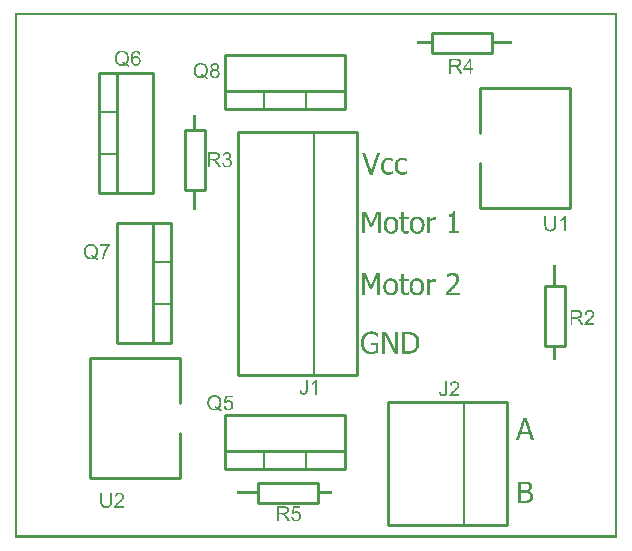
<source format=gto>
G04 MADE WITH FRITZING*
G04 WWW.FRITZING.ORG*
G04 DOUBLE SIDED*
G04 HOLES PLATED*
G04 CONTOUR ON CENTER OF CONTOUR VECTOR*
%ASAXBY*%
%FSLAX23Y23*%
%MOIN*%
%OFA0B0*%
%SFA1.0B1.0*%
%ADD10C,0.010000*%
%ADD11C,0.005000*%
%ADD12R,0.001000X0.001000*%
%LNSILK1*%
G90*
G70*
G54D10*
X1549Y1101D02*
X1849Y1101D01*
D02*
X1849Y1101D02*
X1849Y1501D01*
D02*
X1849Y1501D02*
X1549Y1501D01*
D02*
X1549Y1101D02*
X1549Y1251D01*
D02*
X1549Y1351D02*
X1549Y1501D01*
D02*
X549Y601D02*
X249Y601D01*
D02*
X249Y601D02*
X249Y201D01*
D02*
X249Y201D02*
X549Y201D01*
D02*
X549Y601D02*
X549Y451D01*
D02*
X549Y351D02*
X549Y201D01*
D02*
X1099Y231D02*
X699Y231D01*
D02*
X699Y231D02*
X699Y411D01*
D02*
X699Y411D02*
X1099Y411D01*
D02*
X1099Y411D02*
X1099Y231D01*
D02*
X1099Y231D02*
X699Y231D01*
D02*
X699Y231D02*
X699Y291D01*
D02*
X699Y291D02*
X1099Y291D01*
D02*
X1099Y291D02*
X1099Y231D01*
G54D11*
D02*
X969Y231D02*
X969Y291D01*
D02*
X829Y231D02*
X829Y291D01*
G54D10*
D02*
X279Y1151D02*
X279Y1551D01*
D02*
X279Y1551D02*
X459Y1551D01*
D02*
X459Y1551D02*
X459Y1151D01*
D02*
X459Y1151D02*
X279Y1151D01*
D02*
X279Y1151D02*
X279Y1551D01*
D02*
X279Y1551D02*
X339Y1551D01*
D02*
X339Y1551D02*
X339Y1151D01*
D02*
X339Y1151D02*
X279Y1151D01*
G54D11*
D02*
X279Y1281D02*
X339Y1281D01*
D02*
X279Y1421D02*
X339Y1421D01*
G54D10*
D02*
X519Y1051D02*
X519Y651D01*
D02*
X519Y651D02*
X339Y651D01*
D02*
X339Y651D02*
X339Y1051D01*
D02*
X339Y1051D02*
X519Y1051D01*
D02*
X519Y1051D02*
X519Y651D01*
D02*
X519Y651D02*
X459Y651D01*
D02*
X459Y651D02*
X459Y1051D01*
D02*
X459Y1051D02*
X519Y1051D01*
G54D11*
D02*
X519Y921D02*
X459Y921D01*
D02*
X519Y781D02*
X459Y781D01*
G54D10*
D02*
X1099Y1431D02*
X699Y1431D01*
D02*
X699Y1431D02*
X699Y1611D01*
D02*
X699Y1611D02*
X1099Y1611D01*
D02*
X1099Y1611D02*
X1099Y1431D01*
D02*
X1099Y1431D02*
X699Y1431D01*
D02*
X699Y1431D02*
X699Y1491D01*
D02*
X699Y1491D02*
X1099Y1491D01*
D02*
X1099Y1491D02*
X1099Y1431D01*
G54D11*
D02*
X969Y1431D02*
X969Y1491D01*
D02*
X829Y1431D02*
X829Y1491D01*
G54D10*
D02*
X744Y1356D02*
X744Y546D01*
D02*
X744Y546D02*
X1139Y546D01*
D02*
X1139Y546D02*
X1139Y1356D01*
D02*
X1139Y1356D02*
X744Y1356D01*
G54D11*
D02*
X997Y546D02*
X997Y1356D01*
G54D10*
D02*
X1244Y456D02*
X1244Y46D01*
D02*
X1244Y46D02*
X1639Y46D01*
D02*
X1639Y46D02*
X1639Y456D01*
D02*
X1639Y456D02*
X1244Y456D01*
G54D11*
D02*
X1497Y46D02*
X1497Y456D01*
G54D10*
D02*
X1589Y1618D02*
X1389Y1618D01*
D02*
X1389Y1618D02*
X1389Y1684D01*
D02*
X1389Y1684D02*
X1589Y1684D01*
D02*
X1589Y1684D02*
X1589Y1618D01*
D02*
X1832Y841D02*
X1832Y641D01*
D02*
X1832Y641D02*
X1766Y641D01*
D02*
X1766Y641D02*
X1766Y841D01*
D02*
X1766Y841D02*
X1832Y841D01*
D02*
X566Y1160D02*
X566Y1360D01*
D02*
X566Y1360D02*
X632Y1360D01*
D02*
X632Y1360D02*
X632Y1160D01*
D02*
X632Y1160D02*
X566Y1160D01*
D02*
X808Y184D02*
X1008Y184D01*
D02*
X1008Y184D02*
X1008Y118D01*
D02*
X1008Y118D02*
X808Y118D01*
D02*
X808Y118D02*
X808Y184D01*
G54D12*
X0Y1752D02*
X2006Y1752D01*
X0Y1751D02*
X2006Y1751D01*
X0Y1750D02*
X2006Y1750D01*
X0Y1749D02*
X2006Y1749D01*
X0Y1748D02*
X2006Y1748D01*
X0Y1747D02*
X2006Y1747D01*
X0Y1746D02*
X2006Y1746D01*
X0Y1745D02*
X2006Y1745D01*
X0Y1744D02*
X7Y1744D01*
X1999Y1744D02*
X2006Y1744D01*
X0Y1743D02*
X7Y1743D01*
X1999Y1743D02*
X2006Y1743D01*
X0Y1742D02*
X7Y1742D01*
X1999Y1742D02*
X2006Y1742D01*
X0Y1741D02*
X7Y1741D01*
X1999Y1741D02*
X2006Y1741D01*
X0Y1740D02*
X7Y1740D01*
X1999Y1740D02*
X2006Y1740D01*
X0Y1739D02*
X7Y1739D01*
X1999Y1739D02*
X2006Y1739D01*
X0Y1738D02*
X7Y1738D01*
X1999Y1738D02*
X2006Y1738D01*
X0Y1737D02*
X7Y1737D01*
X1999Y1737D02*
X2006Y1737D01*
X0Y1736D02*
X7Y1736D01*
X1999Y1736D02*
X2006Y1736D01*
X0Y1735D02*
X7Y1735D01*
X1999Y1735D02*
X2006Y1735D01*
X0Y1734D02*
X7Y1734D01*
X1999Y1734D02*
X2006Y1734D01*
X0Y1733D02*
X7Y1733D01*
X1999Y1733D02*
X2006Y1733D01*
X0Y1732D02*
X7Y1732D01*
X1999Y1732D02*
X2006Y1732D01*
X0Y1731D02*
X7Y1731D01*
X1999Y1731D02*
X2006Y1731D01*
X0Y1730D02*
X7Y1730D01*
X1999Y1730D02*
X2006Y1730D01*
X0Y1729D02*
X7Y1729D01*
X1999Y1729D02*
X2006Y1729D01*
X0Y1728D02*
X7Y1728D01*
X1999Y1728D02*
X2006Y1728D01*
X0Y1727D02*
X7Y1727D01*
X1999Y1727D02*
X2006Y1727D01*
X0Y1726D02*
X7Y1726D01*
X1999Y1726D02*
X2006Y1726D01*
X0Y1725D02*
X7Y1725D01*
X1999Y1725D02*
X2006Y1725D01*
X0Y1724D02*
X7Y1724D01*
X1999Y1724D02*
X2006Y1724D01*
X0Y1723D02*
X7Y1723D01*
X1999Y1723D02*
X2006Y1723D01*
X0Y1722D02*
X7Y1722D01*
X1999Y1722D02*
X2006Y1722D01*
X0Y1721D02*
X7Y1721D01*
X1999Y1721D02*
X2006Y1721D01*
X0Y1720D02*
X7Y1720D01*
X1999Y1720D02*
X2006Y1720D01*
X0Y1719D02*
X7Y1719D01*
X1999Y1719D02*
X2006Y1719D01*
X0Y1718D02*
X7Y1718D01*
X1999Y1718D02*
X2006Y1718D01*
X0Y1717D02*
X7Y1717D01*
X1999Y1717D02*
X2006Y1717D01*
X0Y1716D02*
X7Y1716D01*
X1999Y1716D02*
X2006Y1716D01*
X0Y1715D02*
X7Y1715D01*
X1999Y1715D02*
X2006Y1715D01*
X0Y1714D02*
X7Y1714D01*
X1999Y1714D02*
X2006Y1714D01*
X0Y1713D02*
X7Y1713D01*
X1999Y1713D02*
X2006Y1713D01*
X0Y1712D02*
X7Y1712D01*
X1999Y1712D02*
X2006Y1712D01*
X0Y1711D02*
X7Y1711D01*
X1999Y1711D02*
X2006Y1711D01*
X0Y1710D02*
X7Y1710D01*
X1999Y1710D02*
X2006Y1710D01*
X0Y1709D02*
X7Y1709D01*
X1999Y1709D02*
X2006Y1709D01*
X0Y1708D02*
X7Y1708D01*
X1999Y1708D02*
X2006Y1708D01*
X0Y1707D02*
X7Y1707D01*
X1999Y1707D02*
X2006Y1707D01*
X0Y1706D02*
X7Y1706D01*
X1999Y1706D02*
X2006Y1706D01*
X0Y1705D02*
X7Y1705D01*
X1999Y1705D02*
X2006Y1705D01*
X0Y1704D02*
X7Y1704D01*
X1999Y1704D02*
X2006Y1704D01*
X0Y1703D02*
X7Y1703D01*
X1999Y1703D02*
X2006Y1703D01*
X0Y1702D02*
X7Y1702D01*
X1999Y1702D02*
X2006Y1702D01*
X0Y1701D02*
X7Y1701D01*
X1999Y1701D02*
X2006Y1701D01*
X0Y1700D02*
X7Y1700D01*
X1999Y1700D02*
X2006Y1700D01*
X0Y1699D02*
X7Y1699D01*
X1999Y1699D02*
X2006Y1699D01*
X0Y1698D02*
X7Y1698D01*
X1999Y1698D02*
X2006Y1698D01*
X0Y1697D02*
X7Y1697D01*
X1999Y1697D02*
X2006Y1697D01*
X0Y1696D02*
X7Y1696D01*
X1999Y1696D02*
X2006Y1696D01*
X0Y1695D02*
X7Y1695D01*
X1999Y1695D02*
X2006Y1695D01*
X0Y1694D02*
X7Y1694D01*
X1999Y1694D02*
X2006Y1694D01*
X0Y1693D02*
X7Y1693D01*
X1999Y1693D02*
X2006Y1693D01*
X0Y1692D02*
X7Y1692D01*
X1999Y1692D02*
X2006Y1692D01*
X0Y1691D02*
X7Y1691D01*
X1999Y1691D02*
X2006Y1691D01*
X0Y1690D02*
X7Y1690D01*
X1999Y1690D02*
X2006Y1690D01*
X0Y1689D02*
X7Y1689D01*
X1999Y1689D02*
X2006Y1689D01*
X0Y1688D02*
X7Y1688D01*
X1999Y1688D02*
X2006Y1688D01*
X0Y1687D02*
X7Y1687D01*
X1999Y1687D02*
X2006Y1687D01*
X0Y1686D02*
X7Y1686D01*
X1999Y1686D02*
X2006Y1686D01*
X0Y1685D02*
X7Y1685D01*
X1999Y1685D02*
X2006Y1685D01*
X0Y1684D02*
X7Y1684D01*
X1999Y1684D02*
X2006Y1684D01*
X0Y1683D02*
X7Y1683D01*
X1999Y1683D02*
X2006Y1683D01*
X0Y1682D02*
X7Y1682D01*
X1999Y1682D02*
X2006Y1682D01*
X0Y1681D02*
X7Y1681D01*
X1999Y1681D02*
X2006Y1681D01*
X0Y1680D02*
X7Y1680D01*
X1999Y1680D02*
X2006Y1680D01*
X0Y1679D02*
X7Y1679D01*
X1999Y1679D02*
X2006Y1679D01*
X0Y1678D02*
X7Y1678D01*
X1999Y1678D02*
X2006Y1678D01*
X0Y1677D02*
X7Y1677D01*
X1999Y1677D02*
X2006Y1677D01*
X0Y1676D02*
X7Y1676D01*
X1999Y1676D02*
X2006Y1676D01*
X0Y1675D02*
X7Y1675D01*
X1999Y1675D02*
X2006Y1675D01*
X0Y1674D02*
X7Y1674D01*
X1999Y1674D02*
X2006Y1674D01*
X0Y1673D02*
X7Y1673D01*
X1999Y1673D02*
X2006Y1673D01*
X0Y1672D02*
X7Y1672D01*
X1999Y1672D02*
X2006Y1672D01*
X0Y1671D02*
X7Y1671D01*
X1999Y1671D02*
X2006Y1671D01*
X0Y1670D02*
X7Y1670D01*
X1999Y1670D02*
X2006Y1670D01*
X0Y1669D02*
X7Y1669D01*
X1999Y1669D02*
X2006Y1669D01*
X0Y1668D02*
X7Y1668D01*
X1999Y1668D02*
X2006Y1668D01*
X0Y1667D02*
X7Y1667D01*
X1999Y1667D02*
X2006Y1667D01*
X0Y1666D02*
X7Y1666D01*
X1999Y1666D02*
X2006Y1666D01*
X0Y1665D02*
X7Y1665D01*
X1999Y1665D02*
X2006Y1665D01*
X0Y1664D02*
X7Y1664D01*
X1999Y1664D02*
X2006Y1664D01*
X0Y1663D02*
X7Y1663D01*
X1999Y1663D02*
X2006Y1663D01*
X0Y1662D02*
X7Y1662D01*
X1999Y1662D02*
X2006Y1662D01*
X0Y1661D02*
X7Y1661D01*
X1999Y1661D02*
X2006Y1661D01*
X0Y1660D02*
X7Y1660D01*
X1999Y1660D02*
X2006Y1660D01*
X0Y1659D02*
X7Y1659D01*
X1999Y1659D02*
X2006Y1659D01*
X0Y1658D02*
X7Y1658D01*
X1999Y1658D02*
X2006Y1658D01*
X0Y1657D02*
X7Y1657D01*
X1999Y1657D02*
X2006Y1657D01*
X0Y1656D02*
X7Y1656D01*
X1340Y1656D02*
X1387Y1656D01*
X1588Y1656D02*
X1655Y1656D01*
X1999Y1656D02*
X2006Y1656D01*
X0Y1655D02*
X7Y1655D01*
X1340Y1655D02*
X1387Y1655D01*
X1588Y1655D02*
X1655Y1655D01*
X1999Y1655D02*
X2006Y1655D01*
X0Y1654D02*
X7Y1654D01*
X1340Y1654D02*
X1387Y1654D01*
X1588Y1654D02*
X1654Y1654D01*
X1999Y1654D02*
X2006Y1654D01*
X0Y1653D02*
X7Y1653D01*
X1340Y1653D02*
X1387Y1653D01*
X1588Y1653D02*
X1654Y1653D01*
X1999Y1653D02*
X2006Y1653D01*
X0Y1652D02*
X7Y1652D01*
X1340Y1652D02*
X1387Y1652D01*
X1588Y1652D02*
X1654Y1652D01*
X1999Y1652D02*
X2006Y1652D01*
X0Y1651D02*
X7Y1651D01*
X1340Y1651D02*
X1387Y1651D01*
X1588Y1651D02*
X1654Y1651D01*
X1999Y1651D02*
X2006Y1651D01*
X0Y1650D02*
X7Y1650D01*
X1340Y1650D02*
X1387Y1650D01*
X1588Y1650D02*
X1654Y1650D01*
X1999Y1650D02*
X2006Y1650D01*
X0Y1649D02*
X7Y1649D01*
X1340Y1649D02*
X1387Y1649D01*
X1588Y1649D02*
X1654Y1649D01*
X1999Y1649D02*
X2006Y1649D01*
X0Y1648D02*
X7Y1648D01*
X1340Y1648D02*
X1387Y1648D01*
X1588Y1648D02*
X1655Y1648D01*
X1999Y1648D02*
X2006Y1648D01*
X0Y1647D02*
X7Y1647D01*
X1340Y1647D02*
X1387Y1647D01*
X1588Y1647D02*
X1655Y1647D01*
X1999Y1647D02*
X2006Y1647D01*
X0Y1646D02*
X7Y1646D01*
X1999Y1646D02*
X2006Y1646D01*
X0Y1645D02*
X7Y1645D01*
X1999Y1645D02*
X2006Y1645D01*
X0Y1644D02*
X7Y1644D01*
X1999Y1644D02*
X2006Y1644D01*
X0Y1643D02*
X7Y1643D01*
X1999Y1643D02*
X2006Y1643D01*
X0Y1642D02*
X7Y1642D01*
X1999Y1642D02*
X2006Y1642D01*
X0Y1641D02*
X7Y1641D01*
X1999Y1641D02*
X2006Y1641D01*
X0Y1640D02*
X7Y1640D01*
X1999Y1640D02*
X2006Y1640D01*
X0Y1639D02*
X7Y1639D01*
X1999Y1639D02*
X2006Y1639D01*
X0Y1638D02*
X7Y1638D01*
X1999Y1638D02*
X2006Y1638D01*
X0Y1637D02*
X7Y1637D01*
X1999Y1637D02*
X2006Y1637D01*
X0Y1636D02*
X7Y1636D01*
X1999Y1636D02*
X2006Y1636D01*
X0Y1635D02*
X7Y1635D01*
X1999Y1635D02*
X2006Y1635D01*
X0Y1634D02*
X7Y1634D01*
X1999Y1634D02*
X2006Y1634D01*
X0Y1633D02*
X7Y1633D01*
X1999Y1633D02*
X2006Y1633D01*
X0Y1632D02*
X7Y1632D01*
X1999Y1632D02*
X2006Y1632D01*
X0Y1631D02*
X7Y1631D01*
X1999Y1631D02*
X2006Y1631D01*
X0Y1630D02*
X7Y1630D01*
X1999Y1630D02*
X2006Y1630D01*
X0Y1629D02*
X7Y1629D01*
X1999Y1629D02*
X2006Y1629D01*
X0Y1628D02*
X7Y1628D01*
X1999Y1628D02*
X2006Y1628D01*
X0Y1627D02*
X7Y1627D01*
X1999Y1627D02*
X2006Y1627D01*
X0Y1626D02*
X7Y1626D01*
X1999Y1626D02*
X2006Y1626D01*
X0Y1625D02*
X7Y1625D01*
X350Y1625D02*
X361Y1625D01*
X403Y1625D02*
X404Y1625D01*
X1999Y1625D02*
X2006Y1625D01*
X0Y1624D02*
X7Y1624D01*
X347Y1624D02*
X364Y1624D01*
X398Y1624D02*
X409Y1624D01*
X1999Y1624D02*
X2006Y1624D01*
X0Y1623D02*
X7Y1623D01*
X344Y1623D02*
X366Y1623D01*
X396Y1623D02*
X411Y1623D01*
X1999Y1623D02*
X2006Y1623D01*
X0Y1622D02*
X7Y1622D01*
X343Y1622D02*
X368Y1622D01*
X394Y1622D02*
X412Y1622D01*
X1999Y1622D02*
X2006Y1622D01*
X0Y1621D02*
X7Y1621D01*
X341Y1621D02*
X370Y1621D01*
X393Y1621D02*
X413Y1621D01*
X1999Y1621D02*
X2006Y1621D01*
X0Y1620D02*
X7Y1620D01*
X340Y1620D02*
X354Y1620D01*
X358Y1620D02*
X371Y1620D01*
X392Y1620D02*
X401Y1620D01*
X404Y1620D02*
X414Y1620D01*
X1999Y1620D02*
X2006Y1620D01*
X0Y1619D02*
X7Y1619D01*
X339Y1619D02*
X349Y1619D01*
X362Y1619D02*
X372Y1619D01*
X391Y1619D02*
X398Y1619D01*
X408Y1619D02*
X415Y1619D01*
X1999Y1619D02*
X2006Y1619D01*
X0Y1618D02*
X7Y1618D01*
X338Y1618D02*
X347Y1618D01*
X364Y1618D02*
X373Y1618D01*
X390Y1618D02*
X397Y1618D01*
X409Y1618D02*
X415Y1618D01*
X1999Y1618D02*
X2006Y1618D01*
X0Y1617D02*
X7Y1617D01*
X337Y1617D02*
X345Y1617D01*
X366Y1617D02*
X374Y1617D01*
X390Y1617D02*
X396Y1617D01*
X410Y1617D02*
X416Y1617D01*
X1999Y1617D02*
X2006Y1617D01*
X0Y1616D02*
X7Y1616D01*
X337Y1616D02*
X344Y1616D01*
X367Y1616D02*
X374Y1616D01*
X389Y1616D02*
X395Y1616D01*
X410Y1616D02*
X416Y1616D01*
X1999Y1616D02*
X2006Y1616D01*
X0Y1615D02*
X7Y1615D01*
X336Y1615D02*
X343Y1615D01*
X368Y1615D02*
X375Y1615D01*
X389Y1615D02*
X394Y1615D01*
X411Y1615D02*
X416Y1615D01*
X1999Y1615D02*
X2006Y1615D01*
X0Y1614D02*
X7Y1614D01*
X336Y1614D02*
X342Y1614D01*
X369Y1614D02*
X375Y1614D01*
X388Y1614D02*
X394Y1614D01*
X411Y1614D02*
X417Y1614D01*
X1999Y1614D02*
X2006Y1614D01*
X0Y1613D02*
X7Y1613D01*
X335Y1613D02*
X341Y1613D01*
X370Y1613D02*
X376Y1613D01*
X388Y1613D02*
X393Y1613D01*
X412Y1613D02*
X417Y1613D01*
X1999Y1613D02*
X2006Y1613D01*
X0Y1612D02*
X7Y1612D01*
X335Y1612D02*
X341Y1612D01*
X370Y1612D02*
X376Y1612D01*
X388Y1612D02*
X393Y1612D01*
X1999Y1612D02*
X2006Y1612D01*
X0Y1611D02*
X7Y1611D01*
X334Y1611D02*
X340Y1611D01*
X371Y1611D02*
X377Y1611D01*
X387Y1611D02*
X392Y1611D01*
X1999Y1611D02*
X2006Y1611D01*
X0Y1610D02*
X7Y1610D01*
X334Y1610D02*
X340Y1610D01*
X371Y1610D02*
X377Y1610D01*
X387Y1610D02*
X392Y1610D01*
X1999Y1610D02*
X2006Y1610D01*
X0Y1609D02*
X7Y1609D01*
X334Y1609D02*
X339Y1609D01*
X372Y1609D02*
X377Y1609D01*
X387Y1609D02*
X392Y1609D01*
X1999Y1609D02*
X2006Y1609D01*
X0Y1608D02*
X7Y1608D01*
X333Y1608D02*
X339Y1608D01*
X372Y1608D02*
X378Y1608D01*
X387Y1608D02*
X392Y1608D01*
X1999Y1608D02*
X2006Y1608D01*
X0Y1607D02*
X7Y1607D01*
X333Y1607D02*
X339Y1607D01*
X372Y1607D02*
X378Y1607D01*
X387Y1607D02*
X392Y1607D01*
X401Y1607D02*
X407Y1607D01*
X1999Y1607D02*
X2006Y1607D01*
X0Y1606D02*
X7Y1606D01*
X333Y1606D02*
X339Y1606D01*
X372Y1606D02*
X378Y1606D01*
X386Y1606D02*
X391Y1606D01*
X398Y1606D02*
X409Y1606D01*
X1999Y1606D02*
X2006Y1606D01*
X0Y1605D02*
X7Y1605D01*
X333Y1605D02*
X338Y1605D01*
X373Y1605D02*
X378Y1605D01*
X386Y1605D02*
X391Y1605D01*
X396Y1605D02*
X411Y1605D01*
X1999Y1605D02*
X2006Y1605D01*
X0Y1604D02*
X7Y1604D01*
X332Y1604D02*
X338Y1604D01*
X373Y1604D02*
X379Y1604D01*
X386Y1604D02*
X391Y1604D01*
X395Y1604D02*
X412Y1604D01*
X1999Y1604D02*
X2006Y1604D01*
X0Y1603D02*
X7Y1603D01*
X332Y1603D02*
X338Y1603D01*
X373Y1603D02*
X379Y1603D01*
X386Y1603D02*
X391Y1603D01*
X394Y1603D02*
X413Y1603D01*
X1999Y1603D02*
X2006Y1603D01*
X0Y1602D02*
X7Y1602D01*
X332Y1602D02*
X338Y1602D01*
X373Y1602D02*
X379Y1602D01*
X386Y1602D02*
X391Y1602D01*
X393Y1602D02*
X401Y1602D01*
X403Y1602D02*
X414Y1602D01*
X1999Y1602D02*
X2006Y1602D01*
X0Y1601D02*
X7Y1601D01*
X332Y1601D02*
X338Y1601D01*
X373Y1601D02*
X379Y1601D01*
X386Y1601D02*
X398Y1601D01*
X407Y1601D02*
X415Y1601D01*
X1999Y1601D02*
X2006Y1601D01*
X0Y1600D02*
X7Y1600D01*
X332Y1600D02*
X338Y1600D01*
X373Y1600D02*
X379Y1600D01*
X386Y1600D02*
X396Y1600D01*
X409Y1600D02*
X416Y1600D01*
X1999Y1600D02*
X2006Y1600D01*
X0Y1599D02*
X7Y1599D01*
X332Y1599D02*
X338Y1599D01*
X373Y1599D02*
X379Y1599D01*
X386Y1599D02*
X395Y1599D01*
X410Y1599D02*
X416Y1599D01*
X1999Y1599D02*
X2006Y1599D01*
X0Y1598D02*
X7Y1598D01*
X332Y1598D02*
X338Y1598D01*
X373Y1598D02*
X379Y1598D01*
X386Y1598D02*
X394Y1598D01*
X411Y1598D02*
X417Y1598D01*
X1448Y1598D02*
X1476Y1598D01*
X1515Y1598D02*
X1520Y1598D01*
X1999Y1598D02*
X2006Y1598D01*
X0Y1597D02*
X7Y1597D01*
X332Y1597D02*
X338Y1597D01*
X373Y1597D02*
X379Y1597D01*
X386Y1597D02*
X393Y1597D01*
X411Y1597D02*
X417Y1597D01*
X1448Y1597D02*
X1479Y1597D01*
X1515Y1597D02*
X1520Y1597D01*
X1999Y1597D02*
X2006Y1597D01*
X0Y1596D02*
X7Y1596D01*
X332Y1596D02*
X338Y1596D01*
X373Y1596D02*
X379Y1596D01*
X386Y1596D02*
X393Y1596D01*
X412Y1596D02*
X417Y1596D01*
X1448Y1596D02*
X1481Y1596D01*
X1514Y1596D02*
X1520Y1596D01*
X1999Y1596D02*
X2006Y1596D01*
X0Y1595D02*
X7Y1595D01*
X333Y1595D02*
X338Y1595D01*
X373Y1595D02*
X378Y1595D01*
X386Y1595D02*
X393Y1595D01*
X412Y1595D02*
X417Y1595D01*
X1448Y1595D02*
X1482Y1595D01*
X1513Y1595D02*
X1520Y1595D01*
X1999Y1595D02*
X2006Y1595D01*
X0Y1594D02*
X7Y1594D01*
X333Y1594D02*
X339Y1594D01*
X372Y1594D02*
X378Y1594D01*
X386Y1594D02*
X392Y1594D01*
X412Y1594D02*
X418Y1594D01*
X1448Y1594D02*
X1483Y1594D01*
X1513Y1594D02*
X1520Y1594D01*
X1999Y1594D02*
X2006Y1594D01*
X0Y1593D02*
X7Y1593D01*
X333Y1593D02*
X339Y1593D01*
X372Y1593D02*
X378Y1593D01*
X386Y1593D02*
X392Y1593D01*
X412Y1593D02*
X418Y1593D01*
X1448Y1593D02*
X1454Y1593D01*
X1472Y1593D02*
X1484Y1593D01*
X1512Y1593D02*
X1520Y1593D01*
X1999Y1593D02*
X2006Y1593D01*
X0Y1592D02*
X7Y1592D01*
X333Y1592D02*
X339Y1592D01*
X372Y1592D02*
X378Y1592D01*
X386Y1592D02*
X392Y1592D01*
X413Y1592D02*
X418Y1592D01*
X1448Y1592D02*
X1453Y1592D01*
X1476Y1592D02*
X1485Y1592D01*
X1511Y1592D02*
X1520Y1592D01*
X1999Y1592D02*
X2006Y1592D01*
X0Y1591D02*
X7Y1591D01*
X334Y1591D02*
X339Y1591D01*
X372Y1591D02*
X378Y1591D01*
X387Y1591D02*
X392Y1591D01*
X413Y1591D02*
X418Y1591D01*
X1448Y1591D02*
X1453Y1591D01*
X1478Y1591D02*
X1485Y1591D01*
X1510Y1591D02*
X1520Y1591D01*
X1999Y1591D02*
X2006Y1591D01*
X0Y1590D02*
X7Y1590D01*
X334Y1590D02*
X340Y1590D01*
X371Y1590D02*
X377Y1590D01*
X387Y1590D02*
X392Y1590D01*
X413Y1590D02*
X418Y1590D01*
X1448Y1590D02*
X1453Y1590D01*
X1479Y1590D02*
X1486Y1590D01*
X1510Y1590D02*
X1520Y1590D01*
X1999Y1590D02*
X2006Y1590D01*
X0Y1589D02*
X7Y1589D01*
X334Y1589D02*
X340Y1589D01*
X371Y1589D02*
X377Y1589D01*
X387Y1589D02*
X392Y1589D01*
X412Y1589D02*
X418Y1589D01*
X1448Y1589D02*
X1453Y1589D01*
X1480Y1589D02*
X1486Y1589D01*
X1509Y1589D02*
X1520Y1589D01*
X1999Y1589D02*
X2006Y1589D01*
X0Y1588D02*
X7Y1588D01*
X335Y1588D02*
X341Y1588D01*
X357Y1588D02*
X360Y1588D01*
X370Y1588D02*
X376Y1588D01*
X387Y1588D02*
X392Y1588D01*
X412Y1588D02*
X418Y1588D01*
X1448Y1588D02*
X1453Y1588D01*
X1480Y1588D02*
X1486Y1588D01*
X1508Y1588D02*
X1513Y1588D01*
X1515Y1588D02*
X1520Y1588D01*
X1999Y1588D02*
X2006Y1588D01*
X0Y1587D02*
X7Y1587D01*
X335Y1587D02*
X341Y1587D01*
X357Y1587D02*
X362Y1587D01*
X370Y1587D02*
X376Y1587D01*
X387Y1587D02*
X393Y1587D01*
X412Y1587D02*
X417Y1587D01*
X1448Y1587D02*
X1453Y1587D01*
X1480Y1587D02*
X1486Y1587D01*
X1508Y1587D02*
X1512Y1587D01*
X1515Y1587D02*
X1520Y1587D01*
X1999Y1587D02*
X2006Y1587D01*
X0Y1586D02*
X7Y1586D01*
X336Y1586D02*
X342Y1586D01*
X357Y1586D02*
X364Y1586D01*
X369Y1586D02*
X375Y1586D01*
X388Y1586D02*
X393Y1586D01*
X412Y1586D02*
X417Y1586D01*
X1448Y1586D02*
X1453Y1586D01*
X1481Y1586D02*
X1486Y1586D01*
X1507Y1586D02*
X1512Y1586D01*
X1515Y1586D02*
X1520Y1586D01*
X1999Y1586D02*
X2006Y1586D01*
X0Y1585D02*
X7Y1585D01*
X336Y1585D02*
X343Y1585D01*
X356Y1585D02*
X365Y1585D01*
X368Y1585D02*
X375Y1585D01*
X388Y1585D02*
X394Y1585D01*
X411Y1585D02*
X417Y1585D01*
X1448Y1585D02*
X1453Y1585D01*
X1481Y1585D02*
X1486Y1585D01*
X1506Y1585D02*
X1511Y1585D01*
X1515Y1585D02*
X1520Y1585D01*
X1999Y1585D02*
X2006Y1585D01*
X0Y1584D02*
X7Y1584D01*
X337Y1584D02*
X344Y1584D01*
X357Y1584D02*
X374Y1584D01*
X388Y1584D02*
X394Y1584D01*
X411Y1584D02*
X416Y1584D01*
X613Y1584D02*
X624Y1584D01*
X665Y1584D02*
X666Y1584D01*
X1448Y1584D02*
X1453Y1584D01*
X1481Y1584D02*
X1486Y1584D01*
X1506Y1584D02*
X1510Y1584D01*
X1515Y1584D02*
X1520Y1584D01*
X1999Y1584D02*
X2006Y1584D01*
X0Y1583D02*
X7Y1583D01*
X338Y1583D02*
X345Y1583D01*
X360Y1583D02*
X373Y1583D01*
X389Y1583D02*
X395Y1583D01*
X410Y1583D02*
X416Y1583D01*
X610Y1583D02*
X627Y1583D01*
X659Y1583D02*
X671Y1583D01*
X1448Y1583D02*
X1453Y1583D01*
X1480Y1583D02*
X1486Y1583D01*
X1505Y1583D02*
X1510Y1583D01*
X1515Y1583D02*
X1520Y1583D01*
X1999Y1583D02*
X2006Y1583D01*
X0Y1582D02*
X7Y1582D01*
X338Y1582D02*
X347Y1582D01*
X361Y1582D02*
X373Y1582D01*
X390Y1582D02*
X396Y1582D01*
X409Y1582D02*
X415Y1582D01*
X608Y1582D02*
X630Y1582D01*
X657Y1582D02*
X673Y1582D01*
X1448Y1582D02*
X1453Y1582D01*
X1480Y1582D02*
X1486Y1582D01*
X1504Y1582D02*
X1509Y1582D01*
X1515Y1582D02*
X1520Y1582D01*
X1999Y1582D02*
X2006Y1582D01*
X0Y1581D02*
X7Y1581D01*
X339Y1581D02*
X349Y1581D01*
X362Y1581D02*
X372Y1581D01*
X390Y1581D02*
X397Y1581D01*
X408Y1581D02*
X415Y1581D01*
X606Y1581D02*
X631Y1581D01*
X656Y1581D02*
X674Y1581D01*
X1448Y1581D02*
X1453Y1581D01*
X1480Y1581D02*
X1486Y1581D01*
X1503Y1581D02*
X1508Y1581D01*
X1515Y1581D02*
X1520Y1581D01*
X1999Y1581D02*
X2006Y1581D01*
X0Y1580D02*
X7Y1580D01*
X340Y1580D02*
X372Y1580D01*
X391Y1580D02*
X399Y1580D01*
X406Y1580D02*
X414Y1580D01*
X604Y1580D02*
X633Y1580D01*
X655Y1580D02*
X675Y1580D01*
X1448Y1580D02*
X1453Y1580D01*
X1479Y1580D02*
X1486Y1580D01*
X1503Y1580D02*
X1508Y1580D01*
X1515Y1580D02*
X1520Y1580D01*
X1999Y1580D02*
X2006Y1580D01*
X0Y1579D02*
X7Y1579D01*
X342Y1579D02*
X374Y1579D01*
X392Y1579D02*
X413Y1579D01*
X603Y1579D02*
X617Y1579D01*
X621Y1579D02*
X634Y1579D01*
X654Y1579D02*
X664Y1579D01*
X666Y1579D02*
X676Y1579D01*
X1448Y1579D02*
X1453Y1579D01*
X1478Y1579D02*
X1485Y1579D01*
X1502Y1579D02*
X1507Y1579D01*
X1515Y1579D02*
X1520Y1579D01*
X1999Y1579D02*
X2006Y1579D01*
X0Y1578D02*
X7Y1578D01*
X343Y1578D02*
X375Y1578D01*
X393Y1578D02*
X412Y1578D01*
X602Y1578D02*
X612Y1578D01*
X625Y1578D02*
X635Y1578D01*
X653Y1578D02*
X660Y1578D01*
X670Y1578D02*
X677Y1578D01*
X1448Y1578D02*
X1453Y1578D01*
X1476Y1578D02*
X1484Y1578D01*
X1501Y1578D02*
X1506Y1578D01*
X1515Y1578D02*
X1520Y1578D01*
X1999Y1578D02*
X2006Y1578D01*
X0Y1577D02*
X7Y1577D01*
X345Y1577D02*
X366Y1577D01*
X369Y1577D02*
X377Y1577D01*
X394Y1577D02*
X411Y1577D01*
X601Y1577D02*
X610Y1577D01*
X627Y1577D02*
X636Y1577D01*
X653Y1577D02*
X659Y1577D01*
X671Y1577D02*
X678Y1577D01*
X1448Y1577D02*
X1453Y1577D01*
X1473Y1577D02*
X1484Y1577D01*
X1501Y1577D02*
X1506Y1577D01*
X1515Y1577D02*
X1520Y1577D01*
X1999Y1577D02*
X2006Y1577D01*
X0Y1576D02*
X7Y1576D01*
X347Y1576D02*
X364Y1576D01*
X370Y1576D02*
X379Y1576D01*
X396Y1576D02*
X409Y1576D01*
X601Y1576D02*
X608Y1576D01*
X629Y1576D02*
X637Y1576D01*
X652Y1576D02*
X658Y1576D01*
X672Y1576D02*
X678Y1576D01*
X1448Y1576D02*
X1483Y1576D01*
X1500Y1576D02*
X1505Y1576D01*
X1515Y1576D02*
X1520Y1576D01*
X1999Y1576D02*
X2006Y1576D01*
X0Y1575D02*
X7Y1575D01*
X350Y1575D02*
X361Y1575D01*
X372Y1575D02*
X379Y1575D01*
X399Y1575D02*
X407Y1575D01*
X600Y1575D02*
X607Y1575D01*
X630Y1575D02*
X637Y1575D01*
X652Y1575D02*
X657Y1575D01*
X673Y1575D02*
X678Y1575D01*
X1448Y1575D02*
X1482Y1575D01*
X1499Y1575D02*
X1504Y1575D01*
X1515Y1575D02*
X1520Y1575D01*
X1999Y1575D02*
X2006Y1575D01*
X0Y1574D02*
X7Y1574D01*
X373Y1574D02*
X379Y1574D01*
X599Y1574D02*
X606Y1574D01*
X631Y1574D02*
X638Y1574D01*
X652Y1574D02*
X657Y1574D01*
X673Y1574D02*
X679Y1574D01*
X1448Y1574D02*
X1480Y1574D01*
X1499Y1574D02*
X1503Y1574D01*
X1515Y1574D02*
X1520Y1574D01*
X1999Y1574D02*
X2006Y1574D01*
X0Y1573D02*
X7Y1573D01*
X375Y1573D02*
X378Y1573D01*
X599Y1573D02*
X605Y1573D01*
X632Y1573D02*
X639Y1573D01*
X651Y1573D02*
X657Y1573D01*
X674Y1573D02*
X679Y1573D01*
X1448Y1573D02*
X1478Y1573D01*
X1498Y1573D02*
X1503Y1573D01*
X1515Y1573D02*
X1520Y1573D01*
X1999Y1573D02*
X2006Y1573D01*
X0Y1572D02*
X7Y1572D01*
X377Y1572D02*
X378Y1572D01*
X598Y1572D02*
X604Y1572D01*
X633Y1572D02*
X639Y1572D01*
X651Y1572D02*
X657Y1572D01*
X674Y1572D02*
X679Y1572D01*
X1448Y1572D02*
X1475Y1572D01*
X1497Y1572D02*
X1502Y1572D01*
X1515Y1572D02*
X1520Y1572D01*
X1999Y1572D02*
X2006Y1572D01*
X0Y1571D02*
X7Y1571D01*
X598Y1571D02*
X604Y1571D01*
X633Y1571D02*
X640Y1571D01*
X651Y1571D02*
X657Y1571D01*
X674Y1571D02*
X679Y1571D01*
X1448Y1571D02*
X1473Y1571D01*
X1496Y1571D02*
X1501Y1571D01*
X1515Y1571D02*
X1520Y1571D01*
X1999Y1571D02*
X2006Y1571D01*
X0Y1570D02*
X7Y1570D01*
X597Y1570D02*
X603Y1570D01*
X634Y1570D02*
X640Y1570D01*
X651Y1570D02*
X657Y1570D01*
X674Y1570D02*
X679Y1570D01*
X1448Y1570D02*
X1453Y1570D01*
X1467Y1570D02*
X1475Y1570D01*
X1496Y1570D02*
X1501Y1570D01*
X1515Y1570D02*
X1520Y1570D01*
X1999Y1570D02*
X2006Y1570D01*
X0Y1569D02*
X7Y1569D01*
X597Y1569D02*
X603Y1569D01*
X634Y1569D02*
X640Y1569D01*
X652Y1569D02*
X657Y1569D01*
X673Y1569D02*
X679Y1569D01*
X1448Y1569D02*
X1453Y1569D01*
X1469Y1569D02*
X1476Y1569D01*
X1495Y1569D02*
X1500Y1569D01*
X1515Y1569D02*
X1520Y1569D01*
X1999Y1569D02*
X2006Y1569D01*
X0Y1568D02*
X7Y1568D01*
X597Y1568D02*
X602Y1568D01*
X635Y1568D02*
X641Y1568D01*
X652Y1568D02*
X657Y1568D01*
X673Y1568D02*
X679Y1568D01*
X1448Y1568D02*
X1453Y1568D01*
X1470Y1568D02*
X1477Y1568D01*
X1494Y1568D02*
X1499Y1568D01*
X1515Y1568D02*
X1520Y1568D01*
X1999Y1568D02*
X2006Y1568D01*
X0Y1567D02*
X7Y1567D01*
X596Y1567D02*
X602Y1567D01*
X635Y1567D02*
X641Y1567D01*
X652Y1567D02*
X658Y1567D01*
X673Y1567D02*
X678Y1567D01*
X1448Y1567D02*
X1453Y1567D01*
X1471Y1567D02*
X1478Y1567D01*
X1494Y1567D02*
X1499Y1567D01*
X1515Y1567D02*
X1520Y1567D01*
X1999Y1567D02*
X2006Y1567D01*
X0Y1566D02*
X7Y1566D01*
X596Y1566D02*
X602Y1566D01*
X635Y1566D02*
X641Y1566D01*
X653Y1566D02*
X659Y1566D01*
X672Y1566D02*
X678Y1566D01*
X1448Y1566D02*
X1453Y1566D01*
X1472Y1566D02*
X1479Y1566D01*
X1493Y1566D02*
X1526Y1566D01*
X1999Y1566D02*
X2006Y1566D01*
X0Y1565D02*
X7Y1565D01*
X596Y1565D02*
X602Y1565D01*
X635Y1565D02*
X641Y1565D01*
X653Y1565D02*
X660Y1565D01*
X671Y1565D02*
X677Y1565D01*
X1448Y1565D02*
X1453Y1565D01*
X1473Y1565D02*
X1480Y1565D01*
X1493Y1565D02*
X1527Y1565D01*
X1999Y1565D02*
X2006Y1565D01*
X0Y1564D02*
X7Y1564D01*
X596Y1564D02*
X602Y1564D01*
X636Y1564D02*
X641Y1564D01*
X654Y1564D02*
X662Y1564D01*
X669Y1564D02*
X676Y1564D01*
X1448Y1564D02*
X1453Y1564D01*
X1473Y1564D02*
X1481Y1564D01*
X1493Y1564D02*
X1527Y1564D01*
X1999Y1564D02*
X2006Y1564D01*
X0Y1563D02*
X7Y1563D01*
X596Y1563D02*
X601Y1563D01*
X636Y1563D02*
X642Y1563D01*
X655Y1563D02*
X675Y1563D01*
X1448Y1563D02*
X1453Y1563D01*
X1474Y1563D02*
X1481Y1563D01*
X1493Y1563D02*
X1527Y1563D01*
X1999Y1563D02*
X2006Y1563D01*
X0Y1562D02*
X7Y1562D01*
X595Y1562D02*
X601Y1562D01*
X636Y1562D02*
X642Y1562D01*
X657Y1562D02*
X673Y1562D01*
X1448Y1562D02*
X1453Y1562D01*
X1475Y1562D02*
X1482Y1562D01*
X1493Y1562D02*
X1527Y1562D01*
X1999Y1562D02*
X2006Y1562D01*
X0Y1561D02*
X7Y1561D01*
X595Y1561D02*
X601Y1561D01*
X636Y1561D02*
X642Y1561D01*
X658Y1561D02*
X672Y1561D01*
X1448Y1561D02*
X1453Y1561D01*
X1475Y1561D02*
X1483Y1561D01*
X1493Y1561D02*
X1526Y1561D01*
X1999Y1561D02*
X2006Y1561D01*
X0Y1560D02*
X7Y1560D01*
X595Y1560D02*
X601Y1560D01*
X636Y1560D02*
X642Y1560D01*
X656Y1560D02*
X674Y1560D01*
X1448Y1560D02*
X1453Y1560D01*
X1476Y1560D02*
X1483Y1560D01*
X1515Y1560D02*
X1520Y1560D01*
X1999Y1560D02*
X2006Y1560D01*
X0Y1559D02*
X7Y1559D01*
X595Y1559D02*
X601Y1559D01*
X636Y1559D02*
X642Y1559D01*
X654Y1559D02*
X676Y1559D01*
X1448Y1559D02*
X1453Y1559D01*
X1477Y1559D02*
X1484Y1559D01*
X1515Y1559D02*
X1520Y1559D01*
X1999Y1559D02*
X2006Y1559D01*
X0Y1558D02*
X7Y1558D01*
X595Y1558D02*
X601Y1558D01*
X636Y1558D02*
X642Y1558D01*
X653Y1558D02*
X661Y1558D01*
X669Y1558D02*
X677Y1558D01*
X1448Y1558D02*
X1453Y1558D01*
X1477Y1558D02*
X1485Y1558D01*
X1515Y1558D02*
X1520Y1558D01*
X1999Y1558D02*
X2006Y1558D01*
X0Y1557D02*
X7Y1557D01*
X595Y1557D02*
X601Y1557D01*
X636Y1557D02*
X642Y1557D01*
X652Y1557D02*
X659Y1557D01*
X671Y1557D02*
X678Y1557D01*
X1448Y1557D02*
X1453Y1557D01*
X1478Y1557D02*
X1485Y1557D01*
X1515Y1557D02*
X1520Y1557D01*
X1999Y1557D02*
X2006Y1557D01*
X0Y1556D02*
X7Y1556D01*
X595Y1556D02*
X601Y1556D01*
X636Y1556D02*
X642Y1556D01*
X651Y1556D02*
X658Y1556D01*
X672Y1556D02*
X679Y1556D01*
X1448Y1556D02*
X1453Y1556D01*
X1479Y1556D02*
X1486Y1556D01*
X1515Y1556D02*
X1520Y1556D01*
X1999Y1556D02*
X2006Y1556D01*
X0Y1555D02*
X7Y1555D01*
X596Y1555D02*
X601Y1555D01*
X636Y1555D02*
X642Y1555D01*
X651Y1555D02*
X657Y1555D01*
X673Y1555D02*
X679Y1555D01*
X1448Y1555D02*
X1453Y1555D01*
X1479Y1555D02*
X1487Y1555D01*
X1515Y1555D02*
X1520Y1555D01*
X1999Y1555D02*
X2006Y1555D01*
X0Y1554D02*
X7Y1554D01*
X596Y1554D02*
X602Y1554D01*
X636Y1554D02*
X641Y1554D01*
X650Y1554D02*
X656Y1554D01*
X674Y1554D02*
X680Y1554D01*
X1448Y1554D02*
X1453Y1554D01*
X1480Y1554D02*
X1487Y1554D01*
X1515Y1554D02*
X1520Y1554D01*
X1999Y1554D02*
X2006Y1554D01*
X0Y1553D02*
X7Y1553D01*
X596Y1553D02*
X602Y1553D01*
X635Y1553D02*
X641Y1553D01*
X650Y1553D02*
X656Y1553D01*
X675Y1553D02*
X680Y1553D01*
X1448Y1553D02*
X1453Y1553D01*
X1481Y1553D02*
X1488Y1553D01*
X1515Y1553D02*
X1520Y1553D01*
X1999Y1553D02*
X2006Y1553D01*
X0Y1552D02*
X7Y1552D01*
X596Y1552D02*
X602Y1552D01*
X635Y1552D02*
X641Y1552D01*
X650Y1552D02*
X655Y1552D01*
X675Y1552D02*
X681Y1552D01*
X1448Y1552D02*
X1453Y1552D01*
X1481Y1552D02*
X1489Y1552D01*
X1515Y1552D02*
X1520Y1552D01*
X1999Y1552D02*
X2006Y1552D01*
X0Y1551D02*
X7Y1551D01*
X596Y1551D02*
X602Y1551D01*
X635Y1551D02*
X641Y1551D01*
X650Y1551D02*
X655Y1551D01*
X675Y1551D02*
X681Y1551D01*
X1448Y1551D02*
X1453Y1551D01*
X1482Y1551D02*
X1489Y1551D01*
X1515Y1551D02*
X1520Y1551D01*
X1999Y1551D02*
X2006Y1551D01*
X0Y1550D02*
X7Y1550D01*
X597Y1550D02*
X603Y1550D01*
X635Y1550D02*
X641Y1550D01*
X649Y1550D02*
X655Y1550D01*
X676Y1550D02*
X681Y1550D01*
X1448Y1550D02*
X1453Y1550D01*
X1483Y1550D02*
X1490Y1550D01*
X1515Y1550D02*
X1520Y1550D01*
X1999Y1550D02*
X2006Y1550D01*
X0Y1549D02*
X7Y1549D01*
X597Y1549D02*
X603Y1549D01*
X634Y1549D02*
X640Y1549D01*
X649Y1549D02*
X655Y1549D01*
X676Y1549D02*
X681Y1549D01*
X1448Y1549D02*
X1453Y1549D01*
X1483Y1549D02*
X1490Y1549D01*
X1515Y1549D02*
X1519Y1549D01*
X1999Y1549D02*
X2006Y1549D01*
X0Y1548D02*
X7Y1548D01*
X597Y1548D02*
X603Y1548D01*
X634Y1548D02*
X640Y1548D01*
X649Y1548D02*
X655Y1548D01*
X676Y1548D02*
X681Y1548D01*
X1999Y1548D02*
X2006Y1548D01*
X0Y1547D02*
X7Y1547D01*
X598Y1547D02*
X604Y1547D01*
X621Y1547D02*
X623Y1547D01*
X633Y1547D02*
X640Y1547D01*
X649Y1547D02*
X655Y1547D01*
X676Y1547D02*
X681Y1547D01*
X1999Y1547D02*
X2006Y1547D01*
X0Y1546D02*
X7Y1546D01*
X598Y1546D02*
X605Y1546D01*
X620Y1546D02*
X625Y1546D01*
X633Y1546D02*
X639Y1546D01*
X650Y1546D02*
X655Y1546D01*
X676Y1546D02*
X681Y1546D01*
X1999Y1546D02*
X2006Y1546D01*
X0Y1545D02*
X7Y1545D01*
X599Y1545D02*
X605Y1545D01*
X620Y1545D02*
X627Y1545D01*
X632Y1545D02*
X639Y1545D01*
X650Y1545D02*
X655Y1545D01*
X675Y1545D02*
X681Y1545D01*
X1999Y1545D02*
X2006Y1545D01*
X0Y1544D02*
X7Y1544D01*
X599Y1544D02*
X606Y1544D01*
X620Y1544D02*
X628Y1544D01*
X631Y1544D02*
X638Y1544D01*
X650Y1544D02*
X656Y1544D01*
X675Y1544D02*
X680Y1544D01*
X1999Y1544D02*
X2006Y1544D01*
X0Y1543D02*
X7Y1543D01*
X600Y1543D02*
X607Y1543D01*
X620Y1543D02*
X637Y1543D01*
X650Y1543D02*
X656Y1543D01*
X674Y1543D02*
X680Y1543D01*
X1999Y1543D02*
X2006Y1543D01*
X0Y1542D02*
X7Y1542D01*
X601Y1542D02*
X608Y1542D01*
X623Y1542D02*
X637Y1542D01*
X651Y1542D02*
X657Y1542D01*
X674Y1542D02*
X680Y1542D01*
X1999Y1542D02*
X2006Y1542D01*
X0Y1541D02*
X7Y1541D01*
X602Y1541D02*
X610Y1541D01*
X625Y1541D02*
X636Y1541D01*
X651Y1541D02*
X658Y1541D01*
X673Y1541D02*
X679Y1541D01*
X1999Y1541D02*
X2006Y1541D01*
X0Y1540D02*
X7Y1540D01*
X602Y1540D02*
X612Y1540D01*
X625Y1540D02*
X635Y1540D01*
X652Y1540D02*
X659Y1540D01*
X671Y1540D02*
X679Y1540D01*
X1999Y1540D02*
X2006Y1540D01*
X0Y1539D02*
X7Y1539D01*
X604Y1539D02*
X635Y1539D01*
X653Y1539D02*
X661Y1539D01*
X669Y1539D02*
X678Y1539D01*
X1999Y1539D02*
X2006Y1539D01*
X0Y1538D02*
X7Y1538D01*
X605Y1538D02*
X637Y1538D01*
X654Y1538D02*
X677Y1538D01*
X1999Y1538D02*
X2006Y1538D01*
X0Y1537D02*
X7Y1537D01*
X606Y1537D02*
X638Y1537D01*
X655Y1537D02*
X676Y1537D01*
X1999Y1537D02*
X2006Y1537D01*
X0Y1536D02*
X7Y1536D01*
X608Y1536D02*
X629Y1536D01*
X632Y1536D02*
X640Y1536D01*
X656Y1536D02*
X674Y1536D01*
X1999Y1536D02*
X2006Y1536D01*
X0Y1535D02*
X7Y1535D01*
X610Y1535D02*
X627Y1535D01*
X633Y1535D02*
X642Y1535D01*
X658Y1535D02*
X672Y1535D01*
X1999Y1535D02*
X2006Y1535D01*
X0Y1534D02*
X7Y1534D01*
X613Y1534D02*
X624Y1534D01*
X635Y1534D02*
X642Y1534D01*
X661Y1534D02*
X670Y1534D01*
X1999Y1534D02*
X2006Y1534D01*
X0Y1533D02*
X7Y1533D01*
X636Y1533D02*
X642Y1533D01*
X1999Y1533D02*
X2006Y1533D01*
X0Y1532D02*
X7Y1532D01*
X638Y1532D02*
X642Y1532D01*
X1999Y1532D02*
X2006Y1532D01*
X0Y1531D02*
X7Y1531D01*
X640Y1531D02*
X641Y1531D01*
X1999Y1531D02*
X2006Y1531D01*
X0Y1530D02*
X7Y1530D01*
X1999Y1530D02*
X2006Y1530D01*
X0Y1529D02*
X7Y1529D01*
X1999Y1529D02*
X2006Y1529D01*
X0Y1528D02*
X7Y1528D01*
X1999Y1528D02*
X2006Y1528D01*
X0Y1527D02*
X7Y1527D01*
X1999Y1527D02*
X2006Y1527D01*
X0Y1526D02*
X7Y1526D01*
X1999Y1526D02*
X2006Y1526D01*
X0Y1525D02*
X7Y1525D01*
X1999Y1525D02*
X2006Y1525D01*
X0Y1524D02*
X7Y1524D01*
X1999Y1524D02*
X2006Y1524D01*
X0Y1523D02*
X7Y1523D01*
X1999Y1523D02*
X2006Y1523D01*
X0Y1522D02*
X7Y1522D01*
X1999Y1522D02*
X2006Y1522D01*
X0Y1521D02*
X7Y1521D01*
X1999Y1521D02*
X2006Y1521D01*
X0Y1520D02*
X7Y1520D01*
X1999Y1520D02*
X2006Y1520D01*
X0Y1519D02*
X7Y1519D01*
X1999Y1519D02*
X2006Y1519D01*
X0Y1518D02*
X7Y1518D01*
X1999Y1518D02*
X2006Y1518D01*
X0Y1517D02*
X7Y1517D01*
X1999Y1517D02*
X2006Y1517D01*
X0Y1516D02*
X7Y1516D01*
X1999Y1516D02*
X2006Y1516D01*
X0Y1515D02*
X7Y1515D01*
X1999Y1515D02*
X2006Y1515D01*
X0Y1514D02*
X7Y1514D01*
X1999Y1514D02*
X2006Y1514D01*
X0Y1513D02*
X7Y1513D01*
X1999Y1513D02*
X2006Y1513D01*
X0Y1512D02*
X7Y1512D01*
X1999Y1512D02*
X2006Y1512D01*
X0Y1511D02*
X7Y1511D01*
X1999Y1511D02*
X2006Y1511D01*
X0Y1510D02*
X7Y1510D01*
X1999Y1510D02*
X2006Y1510D01*
X0Y1509D02*
X7Y1509D01*
X1999Y1509D02*
X2006Y1509D01*
X0Y1508D02*
X7Y1508D01*
X1999Y1508D02*
X2006Y1508D01*
X0Y1507D02*
X7Y1507D01*
X1999Y1507D02*
X2006Y1507D01*
X0Y1506D02*
X7Y1506D01*
X1999Y1506D02*
X2006Y1506D01*
X0Y1505D02*
X7Y1505D01*
X1999Y1505D02*
X2006Y1505D01*
X0Y1504D02*
X7Y1504D01*
X1999Y1504D02*
X2006Y1504D01*
X0Y1503D02*
X7Y1503D01*
X1999Y1503D02*
X2006Y1503D01*
X0Y1502D02*
X7Y1502D01*
X1999Y1502D02*
X2006Y1502D01*
X0Y1501D02*
X7Y1501D01*
X1999Y1501D02*
X2006Y1501D01*
X0Y1500D02*
X7Y1500D01*
X1999Y1500D02*
X2006Y1500D01*
X0Y1499D02*
X7Y1499D01*
X1999Y1499D02*
X2006Y1499D01*
X0Y1498D02*
X7Y1498D01*
X1999Y1498D02*
X2006Y1498D01*
X0Y1497D02*
X7Y1497D01*
X1999Y1497D02*
X2006Y1497D01*
X0Y1496D02*
X7Y1496D01*
X1999Y1496D02*
X2006Y1496D01*
X0Y1495D02*
X7Y1495D01*
X1999Y1495D02*
X2006Y1495D01*
X0Y1494D02*
X7Y1494D01*
X1999Y1494D02*
X2006Y1494D01*
X0Y1493D02*
X7Y1493D01*
X1999Y1493D02*
X2006Y1493D01*
X0Y1492D02*
X7Y1492D01*
X1999Y1492D02*
X2006Y1492D01*
X0Y1491D02*
X7Y1491D01*
X1999Y1491D02*
X2006Y1491D01*
X0Y1490D02*
X7Y1490D01*
X1999Y1490D02*
X2006Y1490D01*
X0Y1489D02*
X7Y1489D01*
X1999Y1489D02*
X2006Y1489D01*
X0Y1488D02*
X7Y1488D01*
X1999Y1488D02*
X2006Y1488D01*
X0Y1487D02*
X7Y1487D01*
X1999Y1487D02*
X2006Y1487D01*
X0Y1486D02*
X7Y1486D01*
X1999Y1486D02*
X2006Y1486D01*
X0Y1485D02*
X7Y1485D01*
X1999Y1485D02*
X2006Y1485D01*
X0Y1484D02*
X7Y1484D01*
X1999Y1484D02*
X2006Y1484D01*
X0Y1483D02*
X7Y1483D01*
X1999Y1483D02*
X2006Y1483D01*
X0Y1482D02*
X7Y1482D01*
X1999Y1482D02*
X2006Y1482D01*
X0Y1481D02*
X7Y1481D01*
X1999Y1481D02*
X2006Y1481D01*
X0Y1480D02*
X7Y1480D01*
X1999Y1480D02*
X2006Y1480D01*
X0Y1479D02*
X7Y1479D01*
X1999Y1479D02*
X2006Y1479D01*
X0Y1478D02*
X7Y1478D01*
X1999Y1478D02*
X2006Y1478D01*
X0Y1477D02*
X7Y1477D01*
X1999Y1477D02*
X2006Y1477D01*
X0Y1476D02*
X7Y1476D01*
X1999Y1476D02*
X2006Y1476D01*
X0Y1475D02*
X7Y1475D01*
X1999Y1475D02*
X2006Y1475D01*
X0Y1474D02*
X7Y1474D01*
X1999Y1474D02*
X2006Y1474D01*
X0Y1473D02*
X7Y1473D01*
X1999Y1473D02*
X2006Y1473D01*
X0Y1472D02*
X7Y1472D01*
X1999Y1472D02*
X2006Y1472D01*
X0Y1471D02*
X7Y1471D01*
X1999Y1471D02*
X2006Y1471D01*
X0Y1470D02*
X7Y1470D01*
X1999Y1470D02*
X2006Y1470D01*
X0Y1469D02*
X7Y1469D01*
X1999Y1469D02*
X2006Y1469D01*
X0Y1468D02*
X7Y1468D01*
X1999Y1468D02*
X2006Y1468D01*
X0Y1467D02*
X7Y1467D01*
X1999Y1467D02*
X2006Y1467D01*
X0Y1466D02*
X7Y1466D01*
X1999Y1466D02*
X2006Y1466D01*
X0Y1465D02*
X7Y1465D01*
X1999Y1465D02*
X2006Y1465D01*
X0Y1464D02*
X7Y1464D01*
X1999Y1464D02*
X2006Y1464D01*
X0Y1463D02*
X7Y1463D01*
X1999Y1463D02*
X2006Y1463D01*
X0Y1462D02*
X7Y1462D01*
X1999Y1462D02*
X2006Y1462D01*
X0Y1461D02*
X7Y1461D01*
X1999Y1461D02*
X2006Y1461D01*
X0Y1460D02*
X7Y1460D01*
X1999Y1460D02*
X2006Y1460D01*
X0Y1459D02*
X7Y1459D01*
X1999Y1459D02*
X2006Y1459D01*
X0Y1458D02*
X7Y1458D01*
X1999Y1458D02*
X2006Y1458D01*
X0Y1457D02*
X7Y1457D01*
X1999Y1457D02*
X2006Y1457D01*
X0Y1456D02*
X7Y1456D01*
X1999Y1456D02*
X2006Y1456D01*
X0Y1455D02*
X7Y1455D01*
X1999Y1455D02*
X2006Y1455D01*
X0Y1454D02*
X7Y1454D01*
X1999Y1454D02*
X2006Y1454D01*
X0Y1453D02*
X7Y1453D01*
X1999Y1453D02*
X2006Y1453D01*
X0Y1452D02*
X7Y1452D01*
X1999Y1452D02*
X2006Y1452D01*
X0Y1451D02*
X7Y1451D01*
X1999Y1451D02*
X2006Y1451D01*
X0Y1450D02*
X7Y1450D01*
X1999Y1450D02*
X2006Y1450D01*
X0Y1449D02*
X7Y1449D01*
X1999Y1449D02*
X2006Y1449D01*
X0Y1448D02*
X7Y1448D01*
X1999Y1448D02*
X2006Y1448D01*
X0Y1447D02*
X7Y1447D01*
X1999Y1447D02*
X2006Y1447D01*
X0Y1446D02*
X7Y1446D01*
X1999Y1446D02*
X2006Y1446D01*
X0Y1445D02*
X7Y1445D01*
X1999Y1445D02*
X2006Y1445D01*
X0Y1444D02*
X7Y1444D01*
X1999Y1444D02*
X2006Y1444D01*
X0Y1443D02*
X7Y1443D01*
X1999Y1443D02*
X2006Y1443D01*
X0Y1442D02*
X7Y1442D01*
X1999Y1442D02*
X2006Y1442D01*
X0Y1441D02*
X7Y1441D01*
X1999Y1441D02*
X2006Y1441D01*
X0Y1440D02*
X7Y1440D01*
X1999Y1440D02*
X2006Y1440D01*
X0Y1439D02*
X7Y1439D01*
X1999Y1439D02*
X2006Y1439D01*
X0Y1438D02*
X7Y1438D01*
X1999Y1438D02*
X2006Y1438D01*
X0Y1437D02*
X7Y1437D01*
X1999Y1437D02*
X2006Y1437D01*
X0Y1436D02*
X7Y1436D01*
X1999Y1436D02*
X2006Y1436D01*
X0Y1435D02*
X7Y1435D01*
X1999Y1435D02*
X2006Y1435D01*
X0Y1434D02*
X7Y1434D01*
X1999Y1434D02*
X2006Y1434D01*
X0Y1433D02*
X7Y1433D01*
X1999Y1433D02*
X2006Y1433D01*
X0Y1432D02*
X7Y1432D01*
X1999Y1432D02*
X2006Y1432D01*
X0Y1431D02*
X7Y1431D01*
X1999Y1431D02*
X2006Y1431D01*
X0Y1430D02*
X7Y1430D01*
X1999Y1430D02*
X2006Y1430D01*
X0Y1429D02*
X7Y1429D01*
X1999Y1429D02*
X2006Y1429D01*
X0Y1428D02*
X7Y1428D01*
X1999Y1428D02*
X2006Y1428D01*
X0Y1427D02*
X7Y1427D01*
X1999Y1427D02*
X2006Y1427D01*
X0Y1426D02*
X7Y1426D01*
X1999Y1426D02*
X2006Y1426D01*
X0Y1425D02*
X7Y1425D01*
X1999Y1425D02*
X2006Y1425D01*
X0Y1424D02*
X7Y1424D01*
X1999Y1424D02*
X2006Y1424D01*
X0Y1423D02*
X7Y1423D01*
X1999Y1423D02*
X2006Y1423D01*
X0Y1422D02*
X7Y1422D01*
X1999Y1422D02*
X2006Y1422D01*
X0Y1421D02*
X7Y1421D01*
X1999Y1421D02*
X2006Y1421D01*
X0Y1420D02*
X7Y1420D01*
X1999Y1420D02*
X2006Y1420D01*
X0Y1419D02*
X7Y1419D01*
X1999Y1419D02*
X2006Y1419D01*
X0Y1418D02*
X7Y1418D01*
X1999Y1418D02*
X2006Y1418D01*
X0Y1417D02*
X7Y1417D01*
X1999Y1417D02*
X2006Y1417D01*
X0Y1416D02*
X7Y1416D01*
X1999Y1416D02*
X2006Y1416D01*
X0Y1415D02*
X7Y1415D01*
X1999Y1415D02*
X2006Y1415D01*
X0Y1414D02*
X7Y1414D01*
X1999Y1414D02*
X2006Y1414D01*
X0Y1413D02*
X7Y1413D01*
X1999Y1413D02*
X2006Y1413D01*
X0Y1412D02*
X7Y1412D01*
X1999Y1412D02*
X2006Y1412D01*
X0Y1411D02*
X7Y1411D01*
X1999Y1411D02*
X2006Y1411D01*
X0Y1410D02*
X7Y1410D01*
X1999Y1410D02*
X2006Y1410D01*
X0Y1409D02*
X7Y1409D01*
X593Y1409D02*
X602Y1409D01*
X1999Y1409D02*
X2006Y1409D01*
X0Y1408D02*
X7Y1408D01*
X593Y1408D02*
X602Y1408D01*
X1999Y1408D02*
X2006Y1408D01*
X0Y1407D02*
X7Y1407D01*
X593Y1407D02*
X602Y1407D01*
X1999Y1407D02*
X2006Y1407D01*
X0Y1406D02*
X7Y1406D01*
X593Y1406D02*
X602Y1406D01*
X1999Y1406D02*
X2006Y1406D01*
X0Y1405D02*
X7Y1405D01*
X593Y1405D02*
X602Y1405D01*
X1999Y1405D02*
X2006Y1405D01*
X0Y1404D02*
X7Y1404D01*
X593Y1404D02*
X602Y1404D01*
X1999Y1404D02*
X2006Y1404D01*
X0Y1403D02*
X7Y1403D01*
X593Y1403D02*
X602Y1403D01*
X1999Y1403D02*
X2006Y1403D01*
X0Y1402D02*
X7Y1402D01*
X593Y1402D02*
X602Y1402D01*
X1999Y1402D02*
X2006Y1402D01*
X0Y1401D02*
X7Y1401D01*
X593Y1401D02*
X602Y1401D01*
X1999Y1401D02*
X2006Y1401D01*
X0Y1400D02*
X7Y1400D01*
X593Y1400D02*
X602Y1400D01*
X1999Y1400D02*
X2006Y1400D01*
X0Y1399D02*
X7Y1399D01*
X593Y1399D02*
X602Y1399D01*
X1999Y1399D02*
X2006Y1399D01*
X0Y1398D02*
X7Y1398D01*
X593Y1398D02*
X602Y1398D01*
X1999Y1398D02*
X2006Y1398D01*
X0Y1397D02*
X7Y1397D01*
X593Y1397D02*
X602Y1397D01*
X1999Y1397D02*
X2006Y1397D01*
X0Y1396D02*
X7Y1396D01*
X593Y1396D02*
X602Y1396D01*
X1999Y1396D02*
X2006Y1396D01*
X0Y1395D02*
X7Y1395D01*
X593Y1395D02*
X602Y1395D01*
X1999Y1395D02*
X2006Y1395D01*
X0Y1394D02*
X7Y1394D01*
X593Y1394D02*
X602Y1394D01*
X1999Y1394D02*
X2006Y1394D01*
X0Y1393D02*
X7Y1393D01*
X593Y1393D02*
X602Y1393D01*
X1999Y1393D02*
X2006Y1393D01*
X0Y1392D02*
X7Y1392D01*
X593Y1392D02*
X602Y1392D01*
X1999Y1392D02*
X2006Y1392D01*
X0Y1391D02*
X7Y1391D01*
X593Y1391D02*
X602Y1391D01*
X1999Y1391D02*
X2006Y1391D01*
X0Y1390D02*
X7Y1390D01*
X593Y1390D02*
X602Y1390D01*
X1999Y1390D02*
X2006Y1390D01*
X0Y1389D02*
X7Y1389D01*
X593Y1389D02*
X602Y1389D01*
X1999Y1389D02*
X2006Y1389D01*
X0Y1388D02*
X7Y1388D01*
X593Y1388D02*
X602Y1388D01*
X1999Y1388D02*
X2006Y1388D01*
X0Y1387D02*
X7Y1387D01*
X593Y1387D02*
X602Y1387D01*
X1999Y1387D02*
X2006Y1387D01*
X0Y1386D02*
X7Y1386D01*
X593Y1386D02*
X602Y1386D01*
X1999Y1386D02*
X2006Y1386D01*
X0Y1385D02*
X7Y1385D01*
X593Y1385D02*
X602Y1385D01*
X1999Y1385D02*
X2006Y1385D01*
X0Y1384D02*
X7Y1384D01*
X593Y1384D02*
X602Y1384D01*
X1999Y1384D02*
X2006Y1384D01*
X0Y1383D02*
X7Y1383D01*
X593Y1383D02*
X602Y1383D01*
X1999Y1383D02*
X2006Y1383D01*
X0Y1382D02*
X7Y1382D01*
X593Y1382D02*
X602Y1382D01*
X1999Y1382D02*
X2006Y1382D01*
X0Y1381D02*
X7Y1381D01*
X593Y1381D02*
X602Y1381D01*
X1999Y1381D02*
X2006Y1381D01*
X0Y1380D02*
X7Y1380D01*
X593Y1380D02*
X602Y1380D01*
X1999Y1380D02*
X2006Y1380D01*
X0Y1379D02*
X7Y1379D01*
X593Y1379D02*
X602Y1379D01*
X1999Y1379D02*
X2006Y1379D01*
X0Y1378D02*
X7Y1378D01*
X593Y1378D02*
X602Y1378D01*
X1999Y1378D02*
X2006Y1378D01*
X0Y1377D02*
X7Y1377D01*
X593Y1377D02*
X602Y1377D01*
X1999Y1377D02*
X2006Y1377D01*
X0Y1376D02*
X7Y1376D01*
X593Y1376D02*
X602Y1376D01*
X1999Y1376D02*
X2006Y1376D01*
X0Y1375D02*
X7Y1375D01*
X593Y1375D02*
X602Y1375D01*
X1999Y1375D02*
X2006Y1375D01*
X0Y1374D02*
X7Y1374D01*
X593Y1374D02*
X602Y1374D01*
X1999Y1374D02*
X2006Y1374D01*
X0Y1373D02*
X7Y1373D01*
X593Y1373D02*
X602Y1373D01*
X1999Y1373D02*
X2006Y1373D01*
X0Y1372D02*
X7Y1372D01*
X593Y1372D02*
X602Y1372D01*
X1999Y1372D02*
X2006Y1372D01*
X0Y1371D02*
X7Y1371D01*
X593Y1371D02*
X602Y1371D01*
X1999Y1371D02*
X2006Y1371D01*
X0Y1370D02*
X7Y1370D01*
X593Y1370D02*
X602Y1370D01*
X1999Y1370D02*
X2006Y1370D01*
X0Y1369D02*
X7Y1369D01*
X593Y1369D02*
X602Y1369D01*
X1999Y1369D02*
X2006Y1369D01*
X0Y1368D02*
X7Y1368D01*
X593Y1368D02*
X602Y1368D01*
X1999Y1368D02*
X2006Y1368D01*
X0Y1367D02*
X7Y1367D01*
X593Y1367D02*
X602Y1367D01*
X1999Y1367D02*
X2006Y1367D01*
X0Y1366D02*
X7Y1366D01*
X593Y1366D02*
X602Y1366D01*
X1999Y1366D02*
X2006Y1366D01*
X0Y1365D02*
X7Y1365D01*
X593Y1365D02*
X602Y1365D01*
X1999Y1365D02*
X2006Y1365D01*
X0Y1364D02*
X7Y1364D01*
X593Y1364D02*
X602Y1364D01*
X1999Y1364D02*
X2006Y1364D01*
X0Y1363D02*
X7Y1363D01*
X593Y1363D02*
X602Y1363D01*
X1999Y1363D02*
X2006Y1363D01*
X0Y1362D02*
X7Y1362D01*
X593Y1362D02*
X602Y1362D01*
X1999Y1362D02*
X2006Y1362D01*
X0Y1361D02*
X7Y1361D01*
X1999Y1361D02*
X2006Y1361D01*
X0Y1360D02*
X7Y1360D01*
X1999Y1360D02*
X2006Y1360D01*
X0Y1359D02*
X7Y1359D01*
X1999Y1359D02*
X2006Y1359D01*
X0Y1358D02*
X7Y1358D01*
X1999Y1358D02*
X2006Y1358D01*
X0Y1357D02*
X7Y1357D01*
X1999Y1357D02*
X2006Y1357D01*
X0Y1356D02*
X7Y1356D01*
X1999Y1356D02*
X2006Y1356D01*
X0Y1355D02*
X7Y1355D01*
X1999Y1355D02*
X2006Y1355D01*
X0Y1354D02*
X7Y1354D01*
X1999Y1354D02*
X2006Y1354D01*
X0Y1353D02*
X7Y1353D01*
X1999Y1353D02*
X2006Y1353D01*
X0Y1352D02*
X7Y1352D01*
X1999Y1352D02*
X2006Y1352D01*
X0Y1351D02*
X7Y1351D01*
X1999Y1351D02*
X2006Y1351D01*
X0Y1350D02*
X7Y1350D01*
X1999Y1350D02*
X2006Y1350D01*
X0Y1349D02*
X7Y1349D01*
X1999Y1349D02*
X2006Y1349D01*
X0Y1348D02*
X7Y1348D01*
X1999Y1348D02*
X2006Y1348D01*
X0Y1347D02*
X7Y1347D01*
X1999Y1347D02*
X2006Y1347D01*
X0Y1346D02*
X7Y1346D01*
X1999Y1346D02*
X2006Y1346D01*
X0Y1345D02*
X7Y1345D01*
X1999Y1345D02*
X2006Y1345D01*
X0Y1344D02*
X7Y1344D01*
X1999Y1344D02*
X2006Y1344D01*
X0Y1343D02*
X7Y1343D01*
X1999Y1343D02*
X2006Y1343D01*
X0Y1342D02*
X7Y1342D01*
X1999Y1342D02*
X2006Y1342D01*
X0Y1341D02*
X7Y1341D01*
X1999Y1341D02*
X2006Y1341D01*
X0Y1340D02*
X7Y1340D01*
X1999Y1340D02*
X2006Y1340D01*
X0Y1339D02*
X7Y1339D01*
X1999Y1339D02*
X2006Y1339D01*
X0Y1338D02*
X7Y1338D01*
X1999Y1338D02*
X2006Y1338D01*
X0Y1337D02*
X7Y1337D01*
X1999Y1337D02*
X2006Y1337D01*
X0Y1336D02*
X7Y1336D01*
X1999Y1336D02*
X2006Y1336D01*
X0Y1335D02*
X7Y1335D01*
X1999Y1335D02*
X2006Y1335D01*
X0Y1334D02*
X7Y1334D01*
X1999Y1334D02*
X2006Y1334D01*
X0Y1333D02*
X7Y1333D01*
X1999Y1333D02*
X2006Y1333D01*
X0Y1332D02*
X7Y1332D01*
X1999Y1332D02*
X2006Y1332D01*
X0Y1331D02*
X7Y1331D01*
X1999Y1331D02*
X2006Y1331D01*
X0Y1330D02*
X7Y1330D01*
X1999Y1330D02*
X2006Y1330D01*
X0Y1329D02*
X7Y1329D01*
X1999Y1329D02*
X2006Y1329D01*
X0Y1328D02*
X7Y1328D01*
X1999Y1328D02*
X2006Y1328D01*
X0Y1327D02*
X7Y1327D01*
X1999Y1327D02*
X2006Y1327D01*
X0Y1326D02*
X7Y1326D01*
X1999Y1326D02*
X2006Y1326D01*
X0Y1325D02*
X7Y1325D01*
X1999Y1325D02*
X2006Y1325D01*
X0Y1324D02*
X7Y1324D01*
X1999Y1324D02*
X2006Y1324D01*
X0Y1323D02*
X7Y1323D01*
X1999Y1323D02*
X2006Y1323D01*
X0Y1322D02*
X7Y1322D01*
X1999Y1322D02*
X2006Y1322D01*
X0Y1321D02*
X7Y1321D01*
X1999Y1321D02*
X2006Y1321D01*
X0Y1320D02*
X7Y1320D01*
X1999Y1320D02*
X2006Y1320D01*
X0Y1319D02*
X7Y1319D01*
X1999Y1319D02*
X2006Y1319D01*
X0Y1318D02*
X7Y1318D01*
X1999Y1318D02*
X2006Y1318D01*
X0Y1317D02*
X7Y1317D01*
X1999Y1317D02*
X2006Y1317D01*
X0Y1316D02*
X7Y1316D01*
X1999Y1316D02*
X2006Y1316D01*
X0Y1315D02*
X7Y1315D01*
X1999Y1315D02*
X2006Y1315D01*
X0Y1314D02*
X7Y1314D01*
X1999Y1314D02*
X2006Y1314D01*
X0Y1313D02*
X7Y1313D01*
X1999Y1313D02*
X2006Y1313D01*
X0Y1312D02*
X7Y1312D01*
X1999Y1312D02*
X2006Y1312D01*
X0Y1311D02*
X7Y1311D01*
X1999Y1311D02*
X2006Y1311D01*
X0Y1310D02*
X7Y1310D01*
X1999Y1310D02*
X2006Y1310D01*
X0Y1309D02*
X7Y1309D01*
X1999Y1309D02*
X2006Y1309D01*
X0Y1308D02*
X7Y1308D01*
X1999Y1308D02*
X2006Y1308D01*
X0Y1307D02*
X7Y1307D01*
X1999Y1307D02*
X2006Y1307D01*
X0Y1306D02*
X7Y1306D01*
X1999Y1306D02*
X2006Y1306D01*
X0Y1305D02*
X7Y1305D01*
X1999Y1305D02*
X2006Y1305D01*
X0Y1304D02*
X7Y1304D01*
X1999Y1304D02*
X2006Y1304D01*
X0Y1303D02*
X7Y1303D01*
X1999Y1303D02*
X2006Y1303D01*
X0Y1302D02*
X7Y1302D01*
X1999Y1302D02*
X2006Y1302D01*
X0Y1301D02*
X7Y1301D01*
X1999Y1301D02*
X2006Y1301D01*
X0Y1300D02*
X7Y1300D01*
X1999Y1300D02*
X2006Y1300D01*
X0Y1299D02*
X7Y1299D01*
X1999Y1299D02*
X2006Y1299D01*
X0Y1298D02*
X7Y1298D01*
X1999Y1298D02*
X2006Y1298D01*
X0Y1297D02*
X7Y1297D01*
X1999Y1297D02*
X2006Y1297D01*
X0Y1296D02*
X7Y1296D01*
X1999Y1296D02*
X2006Y1296D01*
X0Y1295D02*
X7Y1295D01*
X1999Y1295D02*
X2006Y1295D01*
X0Y1294D02*
X7Y1294D01*
X1999Y1294D02*
X2006Y1294D01*
X0Y1293D02*
X7Y1293D01*
X1999Y1293D02*
X2006Y1293D01*
X0Y1292D02*
X7Y1292D01*
X1999Y1292D02*
X2006Y1292D01*
X0Y1291D02*
X7Y1291D01*
X1999Y1291D02*
X2006Y1291D01*
X0Y1290D02*
X7Y1290D01*
X1999Y1290D02*
X2006Y1290D01*
X0Y1289D02*
X7Y1289D01*
X1999Y1289D02*
X2006Y1289D01*
X0Y1288D02*
X7Y1288D01*
X1999Y1288D02*
X2006Y1288D01*
X0Y1287D02*
X7Y1287D01*
X704Y1287D02*
X707Y1287D01*
X1999Y1287D02*
X2006Y1287D01*
X0Y1286D02*
X7Y1286D01*
X643Y1286D02*
X673Y1286D01*
X700Y1286D02*
X711Y1286D01*
X1999Y1286D02*
X2006Y1286D01*
X0Y1285D02*
X7Y1285D01*
X643Y1285D02*
X675Y1285D01*
X698Y1285D02*
X713Y1285D01*
X1157Y1285D02*
X1166Y1285D01*
X1207Y1285D02*
X1216Y1285D01*
X1999Y1285D02*
X2006Y1285D01*
X0Y1284D02*
X7Y1284D01*
X643Y1284D02*
X677Y1284D01*
X696Y1284D02*
X715Y1284D01*
X1157Y1284D02*
X1167Y1284D01*
X1207Y1284D02*
X1216Y1284D01*
X1999Y1284D02*
X2006Y1284D01*
X0Y1283D02*
X7Y1283D01*
X643Y1283D02*
X678Y1283D01*
X695Y1283D02*
X716Y1283D01*
X1158Y1283D02*
X1167Y1283D01*
X1206Y1283D02*
X1215Y1283D01*
X1999Y1283D02*
X2006Y1283D01*
X0Y1282D02*
X7Y1282D01*
X643Y1282D02*
X679Y1282D01*
X694Y1282D02*
X704Y1282D01*
X708Y1282D02*
X717Y1282D01*
X1158Y1282D02*
X1167Y1282D01*
X1206Y1282D02*
X1215Y1282D01*
X1999Y1282D02*
X2006Y1282D01*
X0Y1281D02*
X7Y1281D01*
X643Y1281D02*
X649Y1281D01*
X670Y1281D02*
X680Y1281D01*
X694Y1281D02*
X701Y1281D01*
X711Y1281D02*
X717Y1281D01*
X1158Y1281D02*
X1168Y1281D01*
X1206Y1281D02*
X1214Y1281D01*
X1999Y1281D02*
X2006Y1281D01*
X0Y1280D02*
X7Y1280D01*
X643Y1280D02*
X649Y1280D01*
X672Y1280D02*
X680Y1280D01*
X693Y1280D02*
X699Y1280D01*
X712Y1280D02*
X718Y1280D01*
X1159Y1280D02*
X1168Y1280D01*
X1205Y1280D02*
X1214Y1280D01*
X1999Y1280D02*
X2006Y1280D01*
X0Y1279D02*
X7Y1279D01*
X643Y1279D02*
X649Y1279D01*
X674Y1279D02*
X681Y1279D01*
X693Y1279D02*
X698Y1279D01*
X713Y1279D02*
X719Y1279D01*
X1159Y1279D02*
X1168Y1279D01*
X1205Y1279D02*
X1214Y1279D01*
X1999Y1279D02*
X2006Y1279D01*
X0Y1278D02*
X7Y1278D01*
X643Y1278D02*
X649Y1278D01*
X675Y1278D02*
X681Y1278D01*
X692Y1278D02*
X698Y1278D01*
X713Y1278D02*
X719Y1278D01*
X1159Y1278D02*
X1169Y1278D01*
X1205Y1278D02*
X1213Y1278D01*
X1999Y1278D02*
X2006Y1278D01*
X0Y1277D02*
X7Y1277D01*
X643Y1277D02*
X649Y1277D01*
X675Y1277D02*
X681Y1277D01*
X692Y1277D02*
X697Y1277D01*
X714Y1277D02*
X719Y1277D01*
X1160Y1277D02*
X1169Y1277D01*
X1204Y1277D02*
X1213Y1277D01*
X1999Y1277D02*
X2006Y1277D01*
X0Y1276D02*
X7Y1276D01*
X643Y1276D02*
X649Y1276D01*
X676Y1276D02*
X682Y1276D01*
X692Y1276D02*
X697Y1276D01*
X714Y1276D02*
X719Y1276D01*
X1160Y1276D02*
X1169Y1276D01*
X1204Y1276D02*
X1213Y1276D01*
X1999Y1276D02*
X2006Y1276D01*
X0Y1275D02*
X7Y1275D01*
X643Y1275D02*
X649Y1275D01*
X676Y1275D02*
X682Y1275D01*
X691Y1275D02*
X697Y1275D01*
X714Y1275D02*
X720Y1275D01*
X1160Y1275D02*
X1170Y1275D01*
X1204Y1275D02*
X1212Y1275D01*
X1999Y1275D02*
X2006Y1275D01*
X0Y1274D02*
X7Y1274D01*
X643Y1274D02*
X649Y1274D01*
X676Y1274D02*
X682Y1274D01*
X693Y1274D02*
X696Y1274D01*
X714Y1274D02*
X720Y1274D01*
X1161Y1274D02*
X1170Y1274D01*
X1203Y1274D02*
X1212Y1274D01*
X1999Y1274D02*
X2006Y1274D01*
X0Y1273D02*
X7Y1273D01*
X643Y1273D02*
X649Y1273D01*
X676Y1273D02*
X682Y1273D01*
X714Y1273D02*
X720Y1273D01*
X1161Y1273D02*
X1170Y1273D01*
X1203Y1273D02*
X1212Y1273D01*
X1999Y1273D02*
X2006Y1273D01*
X0Y1272D02*
X7Y1272D01*
X643Y1272D02*
X649Y1272D01*
X676Y1272D02*
X682Y1272D01*
X714Y1272D02*
X719Y1272D01*
X1161Y1272D02*
X1171Y1272D01*
X1203Y1272D02*
X1211Y1272D01*
X1999Y1272D02*
X2006Y1272D01*
X0Y1271D02*
X7Y1271D01*
X643Y1271D02*
X649Y1271D01*
X676Y1271D02*
X682Y1271D01*
X714Y1271D02*
X719Y1271D01*
X1162Y1271D02*
X1171Y1271D01*
X1202Y1271D02*
X1211Y1271D01*
X1999Y1271D02*
X2006Y1271D01*
X0Y1270D02*
X7Y1270D01*
X643Y1270D02*
X649Y1270D01*
X675Y1270D02*
X681Y1270D01*
X713Y1270D02*
X719Y1270D01*
X1162Y1270D02*
X1171Y1270D01*
X1202Y1270D02*
X1211Y1270D01*
X1999Y1270D02*
X2006Y1270D01*
X0Y1269D02*
X7Y1269D01*
X643Y1269D02*
X649Y1269D01*
X675Y1269D02*
X681Y1269D01*
X712Y1269D02*
X718Y1269D01*
X1162Y1269D02*
X1172Y1269D01*
X1202Y1269D02*
X1210Y1269D01*
X1999Y1269D02*
X2006Y1269D01*
X0Y1268D02*
X7Y1268D01*
X643Y1268D02*
X649Y1268D01*
X674Y1268D02*
X681Y1268D01*
X711Y1268D02*
X718Y1268D01*
X1163Y1268D02*
X1172Y1268D01*
X1201Y1268D02*
X1210Y1268D01*
X1239Y1268D02*
X1251Y1268D01*
X1285Y1268D02*
X1297Y1268D01*
X1999Y1268D02*
X2006Y1268D01*
X0Y1267D02*
X7Y1267D01*
X643Y1267D02*
X649Y1267D01*
X673Y1267D02*
X680Y1267D01*
X709Y1267D02*
X717Y1267D01*
X1163Y1267D02*
X1172Y1267D01*
X1201Y1267D02*
X1210Y1267D01*
X1235Y1267D02*
X1254Y1267D01*
X1281Y1267D02*
X1300Y1267D01*
X1999Y1267D02*
X2006Y1267D01*
X0Y1266D02*
X7Y1266D01*
X643Y1266D02*
X649Y1266D01*
X671Y1266D02*
X680Y1266D01*
X703Y1266D02*
X716Y1266D01*
X1163Y1266D02*
X1173Y1266D01*
X1201Y1266D02*
X1209Y1266D01*
X1233Y1266D02*
X1257Y1266D01*
X1279Y1266D02*
X1303Y1266D01*
X1999Y1266D02*
X2006Y1266D01*
X0Y1265D02*
X7Y1265D01*
X643Y1265D02*
X679Y1265D01*
X703Y1265D02*
X714Y1265D01*
X1164Y1265D02*
X1173Y1265D01*
X1200Y1265D02*
X1209Y1265D01*
X1231Y1265D02*
X1259Y1265D01*
X1277Y1265D02*
X1305Y1265D01*
X1999Y1265D02*
X2006Y1265D01*
X0Y1264D02*
X7Y1264D01*
X643Y1264D02*
X678Y1264D01*
X703Y1264D02*
X713Y1264D01*
X1164Y1264D02*
X1173Y1264D01*
X1200Y1264D02*
X1209Y1264D01*
X1230Y1264D02*
X1260Y1264D01*
X1276Y1264D02*
X1306Y1264D01*
X1999Y1264D02*
X2006Y1264D01*
X0Y1263D02*
X7Y1263D01*
X643Y1263D02*
X677Y1263D01*
X703Y1263D02*
X716Y1263D01*
X1164Y1263D02*
X1174Y1263D01*
X1200Y1263D02*
X1208Y1263D01*
X1229Y1263D02*
X1260Y1263D01*
X1275Y1263D02*
X1306Y1263D01*
X1999Y1263D02*
X2006Y1263D01*
X0Y1262D02*
X7Y1262D01*
X643Y1262D02*
X675Y1262D01*
X703Y1262D02*
X718Y1262D01*
X1165Y1262D02*
X1174Y1262D01*
X1199Y1262D02*
X1208Y1262D01*
X1228Y1262D02*
X1260Y1262D01*
X1274Y1262D02*
X1306Y1262D01*
X1999Y1262D02*
X2006Y1262D01*
X0Y1261D02*
X7Y1261D01*
X643Y1261D02*
X672Y1261D01*
X710Y1261D02*
X719Y1261D01*
X1165Y1261D02*
X1174Y1261D01*
X1199Y1261D02*
X1208Y1261D01*
X1227Y1261D02*
X1260Y1261D01*
X1273Y1261D02*
X1306Y1261D01*
X1999Y1261D02*
X2006Y1261D01*
X0Y1260D02*
X7Y1260D01*
X643Y1260D02*
X669Y1260D01*
X712Y1260D02*
X720Y1260D01*
X1165Y1260D02*
X1175Y1260D01*
X1199Y1260D02*
X1207Y1260D01*
X1226Y1260D02*
X1239Y1260D01*
X1250Y1260D02*
X1260Y1260D01*
X1272Y1260D02*
X1285Y1260D01*
X1296Y1260D02*
X1306Y1260D01*
X1999Y1260D02*
X2006Y1260D01*
X0Y1259D02*
X7Y1259D01*
X643Y1259D02*
X649Y1259D01*
X661Y1259D02*
X669Y1259D01*
X714Y1259D02*
X720Y1259D01*
X1166Y1259D02*
X1175Y1259D01*
X1198Y1259D02*
X1207Y1259D01*
X1225Y1259D02*
X1237Y1259D01*
X1253Y1259D02*
X1260Y1259D01*
X1271Y1259D02*
X1283Y1259D01*
X1299Y1259D02*
X1306Y1259D01*
X1999Y1259D02*
X2006Y1259D01*
X0Y1258D02*
X7Y1258D01*
X643Y1258D02*
X649Y1258D01*
X664Y1258D02*
X671Y1258D01*
X714Y1258D02*
X721Y1258D01*
X1166Y1258D02*
X1175Y1258D01*
X1198Y1258D02*
X1207Y1258D01*
X1225Y1258D02*
X1235Y1258D01*
X1255Y1258D02*
X1260Y1258D01*
X1271Y1258D02*
X1281Y1258D01*
X1301Y1258D02*
X1306Y1258D01*
X1999Y1258D02*
X2006Y1258D01*
X0Y1257D02*
X7Y1257D01*
X643Y1257D02*
X649Y1257D01*
X665Y1257D02*
X672Y1257D01*
X715Y1257D02*
X721Y1257D01*
X1167Y1257D02*
X1176Y1257D01*
X1198Y1257D02*
X1206Y1257D01*
X1224Y1257D02*
X1234Y1257D01*
X1257Y1257D02*
X1260Y1257D01*
X1270Y1257D02*
X1280Y1257D01*
X1303Y1257D02*
X1306Y1257D01*
X1999Y1257D02*
X2006Y1257D01*
X0Y1256D02*
X7Y1256D01*
X643Y1256D02*
X649Y1256D01*
X666Y1256D02*
X673Y1256D01*
X716Y1256D02*
X722Y1256D01*
X1167Y1256D02*
X1176Y1256D01*
X1197Y1256D02*
X1206Y1256D01*
X1223Y1256D02*
X1233Y1256D01*
X1259Y1256D02*
X1260Y1256D01*
X1269Y1256D02*
X1279Y1256D01*
X1305Y1256D02*
X1306Y1256D01*
X1999Y1256D02*
X2006Y1256D01*
X0Y1255D02*
X7Y1255D01*
X643Y1255D02*
X649Y1255D01*
X667Y1255D02*
X674Y1255D01*
X716Y1255D02*
X722Y1255D01*
X1167Y1255D02*
X1176Y1255D01*
X1197Y1255D02*
X1206Y1255D01*
X1223Y1255D02*
X1232Y1255D01*
X1260Y1255D02*
X1260Y1255D01*
X1269Y1255D02*
X1278Y1255D01*
X1306Y1255D02*
X1306Y1255D01*
X1999Y1255D02*
X2006Y1255D01*
X0Y1254D02*
X7Y1254D01*
X643Y1254D02*
X649Y1254D01*
X668Y1254D02*
X675Y1254D01*
X716Y1254D02*
X722Y1254D01*
X1168Y1254D02*
X1177Y1254D01*
X1197Y1254D02*
X1205Y1254D01*
X1222Y1254D02*
X1232Y1254D01*
X1268Y1254D02*
X1278Y1254D01*
X1999Y1254D02*
X2006Y1254D01*
X0Y1253D02*
X7Y1253D01*
X643Y1253D02*
X649Y1253D01*
X668Y1253D02*
X676Y1253D01*
X716Y1253D02*
X722Y1253D01*
X1168Y1253D02*
X1177Y1253D01*
X1196Y1253D02*
X1205Y1253D01*
X1222Y1253D02*
X1231Y1253D01*
X1268Y1253D02*
X1277Y1253D01*
X1999Y1253D02*
X2006Y1253D01*
X0Y1252D02*
X7Y1252D01*
X643Y1252D02*
X649Y1252D01*
X669Y1252D02*
X676Y1252D01*
X717Y1252D02*
X722Y1252D01*
X1168Y1252D02*
X1177Y1252D01*
X1196Y1252D02*
X1205Y1252D01*
X1222Y1252D02*
X1231Y1252D01*
X1268Y1252D02*
X1277Y1252D01*
X1999Y1252D02*
X2006Y1252D01*
X0Y1251D02*
X7Y1251D01*
X643Y1251D02*
X649Y1251D01*
X670Y1251D02*
X677Y1251D01*
X695Y1251D02*
X695Y1251D01*
X716Y1251D02*
X722Y1251D01*
X1169Y1251D02*
X1178Y1251D01*
X1196Y1251D02*
X1204Y1251D01*
X1221Y1251D02*
X1230Y1251D01*
X1267Y1251D02*
X1276Y1251D01*
X1999Y1251D02*
X2006Y1251D01*
X0Y1250D02*
X7Y1250D01*
X643Y1250D02*
X649Y1250D01*
X670Y1250D02*
X678Y1250D01*
X691Y1250D02*
X696Y1250D01*
X716Y1250D02*
X722Y1250D01*
X1169Y1250D02*
X1178Y1250D01*
X1195Y1250D02*
X1204Y1250D01*
X1221Y1250D02*
X1230Y1250D01*
X1267Y1250D02*
X1276Y1250D01*
X1999Y1250D02*
X2006Y1250D01*
X0Y1249D02*
X7Y1249D01*
X643Y1249D02*
X649Y1249D01*
X671Y1249D02*
X678Y1249D01*
X691Y1249D02*
X696Y1249D01*
X716Y1249D02*
X722Y1249D01*
X1169Y1249D02*
X1178Y1249D01*
X1195Y1249D02*
X1203Y1249D01*
X1221Y1249D02*
X1230Y1249D01*
X1267Y1249D02*
X1276Y1249D01*
X1999Y1249D02*
X2006Y1249D01*
X0Y1248D02*
X7Y1248D01*
X643Y1248D02*
X649Y1248D01*
X672Y1248D02*
X679Y1248D01*
X691Y1248D02*
X697Y1248D01*
X716Y1248D02*
X721Y1248D01*
X1170Y1248D02*
X1179Y1248D01*
X1195Y1248D02*
X1203Y1248D01*
X1221Y1248D02*
X1229Y1248D01*
X1267Y1248D02*
X1275Y1248D01*
X1999Y1248D02*
X2006Y1248D01*
X0Y1247D02*
X7Y1247D01*
X643Y1247D02*
X649Y1247D01*
X672Y1247D02*
X680Y1247D01*
X691Y1247D02*
X697Y1247D01*
X715Y1247D02*
X721Y1247D01*
X1170Y1247D02*
X1179Y1247D01*
X1194Y1247D02*
X1203Y1247D01*
X1220Y1247D02*
X1229Y1247D01*
X1266Y1247D02*
X1275Y1247D01*
X1999Y1247D02*
X2006Y1247D01*
X0Y1246D02*
X7Y1246D01*
X643Y1246D02*
X649Y1246D01*
X673Y1246D02*
X680Y1246D01*
X692Y1246D02*
X697Y1246D01*
X715Y1246D02*
X721Y1246D01*
X1170Y1246D02*
X1179Y1246D01*
X1194Y1246D02*
X1202Y1246D01*
X1220Y1246D02*
X1229Y1246D01*
X1266Y1246D02*
X1275Y1246D01*
X1999Y1246D02*
X2006Y1246D01*
X0Y1245D02*
X7Y1245D01*
X643Y1245D02*
X649Y1245D01*
X674Y1245D02*
X681Y1245D01*
X692Y1245D02*
X698Y1245D01*
X714Y1245D02*
X720Y1245D01*
X1171Y1245D02*
X1180Y1245D01*
X1194Y1245D02*
X1202Y1245D01*
X1220Y1245D02*
X1229Y1245D01*
X1266Y1245D02*
X1275Y1245D01*
X1999Y1245D02*
X2006Y1245D01*
X0Y1244D02*
X7Y1244D01*
X643Y1244D02*
X649Y1244D01*
X674Y1244D02*
X682Y1244D01*
X693Y1244D02*
X699Y1244D01*
X713Y1244D02*
X720Y1244D01*
X1171Y1244D02*
X1180Y1244D01*
X1193Y1244D02*
X1202Y1244D01*
X1220Y1244D02*
X1229Y1244D01*
X1266Y1244D02*
X1275Y1244D01*
X1999Y1244D02*
X2006Y1244D01*
X0Y1243D02*
X7Y1243D01*
X643Y1243D02*
X649Y1243D01*
X675Y1243D02*
X682Y1243D01*
X693Y1243D02*
X700Y1243D01*
X712Y1243D02*
X719Y1243D01*
X1171Y1243D02*
X1180Y1243D01*
X1193Y1243D02*
X1201Y1243D01*
X1220Y1243D02*
X1229Y1243D01*
X1266Y1243D02*
X1275Y1243D01*
X1999Y1243D02*
X2006Y1243D01*
X0Y1242D02*
X7Y1242D01*
X643Y1242D02*
X649Y1242D01*
X676Y1242D02*
X683Y1242D01*
X694Y1242D02*
X702Y1242D01*
X710Y1242D02*
X718Y1242D01*
X1172Y1242D02*
X1181Y1242D01*
X1193Y1242D02*
X1201Y1242D01*
X1220Y1242D02*
X1229Y1242D01*
X1266Y1242D02*
X1275Y1242D01*
X1999Y1242D02*
X2006Y1242D01*
X0Y1241D02*
X7Y1241D01*
X643Y1241D02*
X649Y1241D01*
X676Y1241D02*
X683Y1241D01*
X695Y1241D02*
X717Y1241D01*
X1172Y1241D02*
X1181Y1241D01*
X1192Y1241D02*
X1201Y1241D01*
X1220Y1241D02*
X1228Y1241D01*
X1266Y1241D02*
X1274Y1241D01*
X1999Y1241D02*
X2006Y1241D01*
X0Y1240D02*
X7Y1240D01*
X643Y1240D02*
X649Y1240D01*
X677Y1240D02*
X684Y1240D01*
X696Y1240D02*
X716Y1240D01*
X1172Y1240D02*
X1181Y1240D01*
X1192Y1240D02*
X1200Y1240D01*
X1220Y1240D02*
X1228Y1240D01*
X1266Y1240D02*
X1274Y1240D01*
X1999Y1240D02*
X2006Y1240D01*
X0Y1239D02*
X7Y1239D01*
X643Y1239D02*
X649Y1239D01*
X677Y1239D02*
X685Y1239D01*
X697Y1239D02*
X715Y1239D01*
X1173Y1239D02*
X1182Y1239D01*
X1192Y1239D02*
X1200Y1239D01*
X1220Y1239D02*
X1228Y1239D01*
X1266Y1239D02*
X1274Y1239D01*
X1999Y1239D02*
X2006Y1239D01*
X0Y1238D02*
X7Y1238D01*
X643Y1238D02*
X649Y1238D01*
X678Y1238D02*
X685Y1238D01*
X699Y1238D02*
X713Y1238D01*
X1173Y1238D02*
X1182Y1238D01*
X1191Y1238D02*
X1200Y1238D01*
X1220Y1238D02*
X1229Y1238D01*
X1266Y1238D02*
X1275Y1238D01*
X1999Y1238D02*
X2006Y1238D01*
X0Y1237D02*
X7Y1237D01*
X702Y1237D02*
X710Y1237D01*
X1173Y1237D02*
X1182Y1237D01*
X1191Y1237D02*
X1199Y1237D01*
X1220Y1237D02*
X1229Y1237D01*
X1266Y1237D02*
X1275Y1237D01*
X1999Y1237D02*
X2006Y1237D01*
X0Y1236D02*
X7Y1236D01*
X1174Y1236D02*
X1183Y1236D01*
X1191Y1236D02*
X1199Y1236D01*
X1220Y1236D02*
X1229Y1236D01*
X1266Y1236D02*
X1275Y1236D01*
X1999Y1236D02*
X2006Y1236D01*
X0Y1235D02*
X7Y1235D01*
X1174Y1235D02*
X1183Y1235D01*
X1190Y1235D02*
X1199Y1235D01*
X1220Y1235D02*
X1229Y1235D01*
X1266Y1235D02*
X1275Y1235D01*
X1999Y1235D02*
X2006Y1235D01*
X0Y1234D02*
X7Y1234D01*
X1174Y1234D02*
X1183Y1234D01*
X1190Y1234D02*
X1198Y1234D01*
X1220Y1234D02*
X1229Y1234D01*
X1266Y1234D02*
X1275Y1234D01*
X1999Y1234D02*
X2006Y1234D01*
X0Y1233D02*
X7Y1233D01*
X1175Y1233D02*
X1184Y1233D01*
X1190Y1233D02*
X1198Y1233D01*
X1220Y1233D02*
X1229Y1233D01*
X1266Y1233D02*
X1275Y1233D01*
X1999Y1233D02*
X2006Y1233D01*
X0Y1232D02*
X7Y1232D01*
X1175Y1232D02*
X1184Y1232D01*
X1189Y1232D02*
X1198Y1232D01*
X1221Y1232D02*
X1229Y1232D01*
X1267Y1232D02*
X1275Y1232D01*
X1999Y1232D02*
X2006Y1232D01*
X0Y1231D02*
X7Y1231D01*
X1175Y1231D02*
X1184Y1231D01*
X1189Y1231D02*
X1197Y1231D01*
X1221Y1231D02*
X1230Y1231D01*
X1267Y1231D02*
X1276Y1231D01*
X1999Y1231D02*
X2006Y1231D01*
X0Y1230D02*
X7Y1230D01*
X1176Y1230D02*
X1185Y1230D01*
X1189Y1230D02*
X1197Y1230D01*
X1221Y1230D02*
X1230Y1230D01*
X1267Y1230D02*
X1276Y1230D01*
X1999Y1230D02*
X2006Y1230D01*
X0Y1229D02*
X7Y1229D01*
X1176Y1229D02*
X1185Y1229D01*
X1188Y1229D02*
X1197Y1229D01*
X1221Y1229D02*
X1230Y1229D01*
X1267Y1229D02*
X1276Y1229D01*
X1999Y1229D02*
X2006Y1229D01*
X0Y1228D02*
X7Y1228D01*
X1176Y1228D02*
X1185Y1228D01*
X1188Y1228D02*
X1196Y1228D01*
X1222Y1228D02*
X1231Y1228D01*
X1268Y1228D02*
X1277Y1228D01*
X1999Y1228D02*
X2006Y1228D01*
X0Y1227D02*
X7Y1227D01*
X1177Y1227D02*
X1186Y1227D01*
X1188Y1227D02*
X1196Y1227D01*
X1222Y1227D02*
X1231Y1227D01*
X1268Y1227D02*
X1277Y1227D01*
X1999Y1227D02*
X2006Y1227D01*
X0Y1226D02*
X7Y1226D01*
X1177Y1226D02*
X1196Y1226D01*
X1222Y1226D02*
X1232Y1226D01*
X1260Y1226D02*
X1260Y1226D01*
X1268Y1226D02*
X1278Y1226D01*
X1306Y1226D02*
X1306Y1226D01*
X1999Y1226D02*
X2006Y1226D01*
X0Y1225D02*
X7Y1225D01*
X1178Y1225D02*
X1195Y1225D01*
X1223Y1225D02*
X1233Y1225D01*
X1259Y1225D02*
X1260Y1225D01*
X1269Y1225D02*
X1279Y1225D01*
X1305Y1225D02*
X1306Y1225D01*
X1999Y1225D02*
X2006Y1225D01*
X0Y1224D02*
X7Y1224D01*
X1178Y1224D02*
X1195Y1224D01*
X1223Y1224D02*
X1234Y1224D01*
X1258Y1224D02*
X1260Y1224D01*
X1269Y1224D02*
X1280Y1224D01*
X1304Y1224D02*
X1306Y1224D01*
X1999Y1224D02*
X2006Y1224D01*
X0Y1223D02*
X7Y1223D01*
X1178Y1223D02*
X1195Y1223D01*
X1224Y1223D02*
X1235Y1223D01*
X1256Y1223D02*
X1260Y1223D01*
X1270Y1223D02*
X1281Y1223D01*
X1302Y1223D02*
X1306Y1223D01*
X1999Y1223D02*
X2006Y1223D01*
X0Y1222D02*
X7Y1222D01*
X1179Y1222D02*
X1194Y1222D01*
X1224Y1222D02*
X1236Y1222D01*
X1254Y1222D02*
X1260Y1222D01*
X1270Y1222D02*
X1282Y1222D01*
X1300Y1222D02*
X1306Y1222D01*
X1999Y1222D02*
X2006Y1222D01*
X0Y1221D02*
X7Y1221D01*
X1179Y1221D02*
X1194Y1221D01*
X1225Y1221D02*
X1238Y1221D01*
X1252Y1221D02*
X1260Y1221D01*
X1271Y1221D02*
X1284Y1221D01*
X1298Y1221D02*
X1306Y1221D01*
X1999Y1221D02*
X2006Y1221D01*
X0Y1220D02*
X7Y1220D01*
X1179Y1220D02*
X1194Y1220D01*
X1226Y1220D02*
X1241Y1220D01*
X1248Y1220D02*
X1260Y1220D01*
X1272Y1220D02*
X1287Y1220D01*
X1294Y1220D02*
X1306Y1220D01*
X1999Y1220D02*
X2006Y1220D01*
X0Y1219D02*
X7Y1219D01*
X1180Y1219D02*
X1193Y1219D01*
X1227Y1219D02*
X1260Y1219D01*
X1273Y1219D02*
X1306Y1219D01*
X1999Y1219D02*
X2006Y1219D01*
X0Y1218D02*
X7Y1218D01*
X1180Y1218D02*
X1193Y1218D01*
X1228Y1218D02*
X1260Y1218D01*
X1274Y1218D02*
X1306Y1218D01*
X1999Y1218D02*
X2006Y1218D01*
X0Y1217D02*
X7Y1217D01*
X1180Y1217D02*
X1192Y1217D01*
X1229Y1217D02*
X1260Y1217D01*
X1275Y1217D02*
X1306Y1217D01*
X1999Y1217D02*
X2006Y1217D01*
X0Y1216D02*
X7Y1216D01*
X1181Y1216D02*
X1192Y1216D01*
X1230Y1216D02*
X1260Y1216D01*
X1276Y1216D02*
X1306Y1216D01*
X1999Y1216D02*
X2006Y1216D01*
X0Y1215D02*
X7Y1215D01*
X1181Y1215D02*
X1192Y1215D01*
X1232Y1215D02*
X1258Y1215D01*
X1278Y1215D02*
X1304Y1215D01*
X1999Y1215D02*
X2006Y1215D01*
X0Y1214D02*
X7Y1214D01*
X1181Y1214D02*
X1191Y1214D01*
X1234Y1214D02*
X1256Y1214D01*
X1280Y1214D02*
X1302Y1214D01*
X1999Y1214D02*
X2006Y1214D01*
X0Y1213D02*
X7Y1213D01*
X1182Y1213D02*
X1191Y1213D01*
X1237Y1213D02*
X1253Y1213D01*
X1283Y1213D02*
X1299Y1213D01*
X1999Y1213D02*
X2006Y1213D01*
X0Y1212D02*
X7Y1212D01*
X1241Y1212D02*
X1248Y1212D01*
X1287Y1212D02*
X1294Y1212D01*
X1999Y1212D02*
X2006Y1212D01*
X0Y1211D02*
X7Y1211D01*
X1999Y1211D02*
X2006Y1211D01*
X0Y1210D02*
X7Y1210D01*
X1999Y1210D02*
X2006Y1210D01*
X0Y1209D02*
X7Y1209D01*
X1999Y1209D02*
X2006Y1209D01*
X0Y1208D02*
X7Y1208D01*
X1999Y1208D02*
X2006Y1208D01*
X0Y1207D02*
X7Y1207D01*
X1999Y1207D02*
X2006Y1207D01*
X0Y1206D02*
X7Y1206D01*
X1999Y1206D02*
X2006Y1206D01*
X0Y1205D02*
X7Y1205D01*
X1999Y1205D02*
X2006Y1205D01*
X0Y1204D02*
X7Y1204D01*
X1999Y1204D02*
X2006Y1204D01*
X0Y1203D02*
X7Y1203D01*
X1999Y1203D02*
X2006Y1203D01*
X0Y1202D02*
X7Y1202D01*
X1999Y1202D02*
X2006Y1202D01*
X0Y1201D02*
X7Y1201D01*
X1999Y1201D02*
X2006Y1201D01*
X0Y1200D02*
X7Y1200D01*
X1999Y1200D02*
X2006Y1200D01*
X0Y1199D02*
X7Y1199D01*
X1999Y1199D02*
X2006Y1199D01*
X0Y1198D02*
X7Y1198D01*
X1999Y1198D02*
X2006Y1198D01*
X0Y1197D02*
X7Y1197D01*
X1999Y1197D02*
X2006Y1197D01*
X0Y1196D02*
X7Y1196D01*
X1999Y1196D02*
X2006Y1196D01*
X0Y1195D02*
X7Y1195D01*
X1999Y1195D02*
X2006Y1195D01*
X0Y1194D02*
X7Y1194D01*
X1999Y1194D02*
X2006Y1194D01*
X0Y1193D02*
X7Y1193D01*
X1999Y1193D02*
X2006Y1193D01*
X0Y1192D02*
X7Y1192D01*
X1999Y1192D02*
X2006Y1192D01*
X0Y1191D02*
X7Y1191D01*
X1999Y1191D02*
X2006Y1191D01*
X0Y1190D02*
X7Y1190D01*
X1999Y1190D02*
X2006Y1190D01*
X0Y1189D02*
X7Y1189D01*
X1999Y1189D02*
X2006Y1189D01*
X0Y1188D02*
X7Y1188D01*
X1999Y1188D02*
X2006Y1188D01*
X0Y1187D02*
X7Y1187D01*
X1999Y1187D02*
X2006Y1187D01*
X0Y1186D02*
X7Y1186D01*
X1999Y1186D02*
X2006Y1186D01*
X0Y1185D02*
X7Y1185D01*
X1999Y1185D02*
X2006Y1185D01*
X0Y1184D02*
X7Y1184D01*
X1999Y1184D02*
X2006Y1184D01*
X0Y1183D02*
X7Y1183D01*
X1999Y1183D02*
X2006Y1183D01*
X0Y1182D02*
X7Y1182D01*
X1999Y1182D02*
X2006Y1182D01*
X0Y1181D02*
X7Y1181D01*
X1999Y1181D02*
X2006Y1181D01*
X0Y1180D02*
X7Y1180D01*
X1999Y1180D02*
X2006Y1180D01*
X0Y1179D02*
X7Y1179D01*
X1999Y1179D02*
X2006Y1179D01*
X0Y1178D02*
X7Y1178D01*
X1999Y1178D02*
X2006Y1178D01*
X0Y1177D02*
X7Y1177D01*
X1999Y1177D02*
X2006Y1177D01*
X0Y1176D02*
X7Y1176D01*
X1999Y1176D02*
X2006Y1176D01*
X0Y1175D02*
X7Y1175D01*
X1999Y1175D02*
X2006Y1175D01*
X0Y1174D02*
X7Y1174D01*
X1999Y1174D02*
X2006Y1174D01*
X0Y1173D02*
X7Y1173D01*
X1999Y1173D02*
X2006Y1173D01*
X0Y1172D02*
X7Y1172D01*
X1999Y1172D02*
X2006Y1172D01*
X0Y1171D02*
X7Y1171D01*
X1999Y1171D02*
X2006Y1171D01*
X0Y1170D02*
X7Y1170D01*
X1999Y1170D02*
X2006Y1170D01*
X0Y1169D02*
X7Y1169D01*
X1999Y1169D02*
X2006Y1169D01*
X0Y1168D02*
X7Y1168D01*
X1999Y1168D02*
X2006Y1168D01*
X0Y1167D02*
X7Y1167D01*
X1999Y1167D02*
X2006Y1167D01*
X0Y1166D02*
X7Y1166D01*
X1999Y1166D02*
X2006Y1166D01*
X0Y1165D02*
X7Y1165D01*
X1999Y1165D02*
X2006Y1165D01*
X0Y1164D02*
X7Y1164D01*
X1999Y1164D02*
X2006Y1164D01*
X0Y1163D02*
X7Y1163D01*
X1999Y1163D02*
X2006Y1163D01*
X0Y1162D02*
X7Y1162D01*
X1999Y1162D02*
X2006Y1162D01*
X0Y1161D02*
X7Y1161D01*
X594Y1161D02*
X602Y1161D01*
X1999Y1161D02*
X2006Y1161D01*
X0Y1160D02*
X7Y1160D01*
X593Y1160D02*
X602Y1160D01*
X1999Y1160D02*
X2006Y1160D01*
X0Y1159D02*
X7Y1159D01*
X593Y1159D02*
X602Y1159D01*
X1999Y1159D02*
X2006Y1159D01*
X0Y1158D02*
X7Y1158D01*
X593Y1158D02*
X602Y1158D01*
X1999Y1158D02*
X2006Y1158D01*
X0Y1157D02*
X7Y1157D01*
X593Y1157D02*
X602Y1157D01*
X1999Y1157D02*
X2006Y1157D01*
X0Y1156D02*
X7Y1156D01*
X593Y1156D02*
X602Y1156D01*
X1999Y1156D02*
X2006Y1156D01*
X0Y1155D02*
X7Y1155D01*
X593Y1155D02*
X602Y1155D01*
X1999Y1155D02*
X2006Y1155D01*
X0Y1154D02*
X7Y1154D01*
X593Y1154D02*
X602Y1154D01*
X1999Y1154D02*
X2006Y1154D01*
X0Y1153D02*
X7Y1153D01*
X593Y1153D02*
X602Y1153D01*
X1999Y1153D02*
X2006Y1153D01*
X0Y1152D02*
X7Y1152D01*
X593Y1152D02*
X602Y1152D01*
X1999Y1152D02*
X2006Y1152D01*
X0Y1151D02*
X7Y1151D01*
X593Y1151D02*
X602Y1151D01*
X1999Y1151D02*
X2006Y1151D01*
X0Y1150D02*
X7Y1150D01*
X593Y1150D02*
X602Y1150D01*
X1999Y1150D02*
X2006Y1150D01*
X0Y1149D02*
X7Y1149D01*
X593Y1149D02*
X602Y1149D01*
X1999Y1149D02*
X2006Y1149D01*
X0Y1148D02*
X7Y1148D01*
X593Y1148D02*
X602Y1148D01*
X1999Y1148D02*
X2006Y1148D01*
X0Y1147D02*
X7Y1147D01*
X593Y1147D02*
X602Y1147D01*
X1999Y1147D02*
X2006Y1147D01*
X0Y1146D02*
X7Y1146D01*
X593Y1146D02*
X602Y1146D01*
X1999Y1146D02*
X2006Y1146D01*
X0Y1145D02*
X7Y1145D01*
X593Y1145D02*
X602Y1145D01*
X1999Y1145D02*
X2006Y1145D01*
X0Y1144D02*
X7Y1144D01*
X593Y1144D02*
X602Y1144D01*
X1999Y1144D02*
X2006Y1144D01*
X0Y1143D02*
X7Y1143D01*
X593Y1143D02*
X602Y1143D01*
X1999Y1143D02*
X2006Y1143D01*
X0Y1142D02*
X7Y1142D01*
X593Y1142D02*
X602Y1142D01*
X1999Y1142D02*
X2006Y1142D01*
X0Y1141D02*
X7Y1141D01*
X593Y1141D02*
X602Y1141D01*
X1999Y1141D02*
X2006Y1141D01*
X0Y1140D02*
X7Y1140D01*
X593Y1140D02*
X602Y1140D01*
X1999Y1140D02*
X2006Y1140D01*
X0Y1139D02*
X7Y1139D01*
X593Y1139D02*
X602Y1139D01*
X1999Y1139D02*
X2006Y1139D01*
X0Y1138D02*
X7Y1138D01*
X593Y1138D02*
X602Y1138D01*
X1999Y1138D02*
X2006Y1138D01*
X0Y1137D02*
X7Y1137D01*
X593Y1137D02*
X602Y1137D01*
X1999Y1137D02*
X2006Y1137D01*
X0Y1136D02*
X7Y1136D01*
X593Y1136D02*
X602Y1136D01*
X1999Y1136D02*
X2006Y1136D01*
X0Y1135D02*
X7Y1135D01*
X593Y1135D02*
X602Y1135D01*
X1999Y1135D02*
X2006Y1135D01*
X0Y1134D02*
X7Y1134D01*
X593Y1134D02*
X602Y1134D01*
X1999Y1134D02*
X2006Y1134D01*
X0Y1133D02*
X7Y1133D01*
X593Y1133D02*
X602Y1133D01*
X1999Y1133D02*
X2006Y1133D01*
X0Y1132D02*
X7Y1132D01*
X593Y1132D02*
X602Y1132D01*
X1999Y1132D02*
X2006Y1132D01*
X0Y1131D02*
X7Y1131D01*
X593Y1131D02*
X602Y1131D01*
X1999Y1131D02*
X2006Y1131D01*
X0Y1130D02*
X7Y1130D01*
X593Y1130D02*
X602Y1130D01*
X1999Y1130D02*
X2006Y1130D01*
X0Y1129D02*
X7Y1129D01*
X593Y1129D02*
X602Y1129D01*
X1999Y1129D02*
X2006Y1129D01*
X0Y1128D02*
X7Y1128D01*
X593Y1128D02*
X602Y1128D01*
X1999Y1128D02*
X2006Y1128D01*
X0Y1127D02*
X7Y1127D01*
X593Y1127D02*
X602Y1127D01*
X1999Y1127D02*
X2006Y1127D01*
X0Y1126D02*
X7Y1126D01*
X593Y1126D02*
X602Y1126D01*
X1999Y1126D02*
X2006Y1126D01*
X0Y1125D02*
X7Y1125D01*
X593Y1125D02*
X602Y1125D01*
X1999Y1125D02*
X2006Y1125D01*
X0Y1124D02*
X7Y1124D01*
X593Y1124D02*
X602Y1124D01*
X1999Y1124D02*
X2006Y1124D01*
X0Y1123D02*
X7Y1123D01*
X593Y1123D02*
X602Y1123D01*
X1999Y1123D02*
X2006Y1123D01*
X0Y1122D02*
X7Y1122D01*
X593Y1122D02*
X602Y1122D01*
X1999Y1122D02*
X2006Y1122D01*
X0Y1121D02*
X7Y1121D01*
X593Y1121D02*
X602Y1121D01*
X1999Y1121D02*
X2006Y1121D01*
X0Y1120D02*
X7Y1120D01*
X593Y1120D02*
X602Y1120D01*
X1999Y1120D02*
X2006Y1120D01*
X0Y1119D02*
X7Y1119D01*
X593Y1119D02*
X602Y1119D01*
X1999Y1119D02*
X2006Y1119D01*
X0Y1118D02*
X7Y1118D01*
X593Y1118D02*
X602Y1118D01*
X1999Y1118D02*
X2006Y1118D01*
X0Y1117D02*
X7Y1117D01*
X593Y1117D02*
X602Y1117D01*
X1999Y1117D02*
X2006Y1117D01*
X0Y1116D02*
X7Y1116D01*
X593Y1116D02*
X602Y1116D01*
X1999Y1116D02*
X2006Y1116D01*
X0Y1115D02*
X7Y1115D01*
X593Y1115D02*
X602Y1115D01*
X1999Y1115D02*
X2006Y1115D01*
X0Y1114D02*
X7Y1114D01*
X593Y1114D02*
X602Y1114D01*
X1999Y1114D02*
X2006Y1114D01*
X0Y1113D02*
X7Y1113D01*
X593Y1113D02*
X602Y1113D01*
X1999Y1113D02*
X2006Y1113D01*
X0Y1112D02*
X7Y1112D01*
X593Y1112D02*
X602Y1112D01*
X1999Y1112D02*
X2006Y1112D01*
X0Y1111D02*
X7Y1111D01*
X593Y1111D02*
X602Y1111D01*
X1999Y1111D02*
X2006Y1111D01*
X0Y1110D02*
X7Y1110D01*
X593Y1110D02*
X602Y1110D01*
X1999Y1110D02*
X2006Y1110D01*
X0Y1109D02*
X7Y1109D01*
X593Y1109D02*
X602Y1109D01*
X1999Y1109D02*
X2006Y1109D01*
X0Y1108D02*
X7Y1108D01*
X593Y1108D02*
X602Y1108D01*
X1999Y1108D02*
X2006Y1108D01*
X0Y1107D02*
X7Y1107D01*
X593Y1107D02*
X602Y1107D01*
X1999Y1107D02*
X2006Y1107D01*
X0Y1106D02*
X7Y1106D01*
X593Y1106D02*
X602Y1106D01*
X1999Y1106D02*
X2006Y1106D01*
X0Y1105D02*
X7Y1105D01*
X593Y1105D02*
X602Y1105D01*
X1999Y1105D02*
X2006Y1105D01*
X0Y1104D02*
X7Y1104D01*
X593Y1104D02*
X602Y1104D01*
X1999Y1104D02*
X2006Y1104D01*
X0Y1103D02*
X7Y1103D01*
X593Y1103D02*
X602Y1103D01*
X1999Y1103D02*
X2006Y1103D01*
X0Y1102D02*
X7Y1102D01*
X593Y1102D02*
X602Y1102D01*
X1999Y1102D02*
X2006Y1102D01*
X0Y1101D02*
X7Y1101D01*
X593Y1101D02*
X602Y1101D01*
X1999Y1101D02*
X2006Y1101D01*
X0Y1100D02*
X7Y1100D01*
X593Y1100D02*
X602Y1100D01*
X1999Y1100D02*
X2006Y1100D01*
X0Y1099D02*
X7Y1099D01*
X593Y1099D02*
X602Y1099D01*
X1999Y1099D02*
X2006Y1099D01*
X0Y1098D02*
X7Y1098D01*
X593Y1098D02*
X602Y1098D01*
X1999Y1098D02*
X2006Y1098D01*
X0Y1097D02*
X7Y1097D01*
X593Y1097D02*
X602Y1097D01*
X1999Y1097D02*
X2006Y1097D01*
X0Y1096D02*
X7Y1096D01*
X593Y1096D02*
X602Y1096D01*
X1999Y1096D02*
X2006Y1096D01*
X0Y1095D02*
X7Y1095D01*
X593Y1095D02*
X602Y1095D01*
X1999Y1095D02*
X2006Y1095D01*
X0Y1094D02*
X7Y1094D01*
X593Y1094D02*
X594Y1094D01*
X602Y1094D02*
X602Y1094D01*
X1999Y1094D02*
X2006Y1094D01*
X0Y1093D02*
X7Y1093D01*
X1999Y1093D02*
X2006Y1093D01*
X0Y1092D02*
X7Y1092D01*
X1999Y1092D02*
X2006Y1092D01*
X0Y1091D02*
X7Y1091D01*
X1999Y1091D02*
X2006Y1091D01*
X0Y1090D02*
X7Y1090D01*
X1999Y1090D02*
X2006Y1090D01*
X0Y1089D02*
X7Y1089D01*
X1460Y1089D02*
X1466Y1089D01*
X1999Y1089D02*
X2006Y1089D01*
X0Y1088D02*
X7Y1088D01*
X1157Y1088D02*
X1169Y1088D01*
X1205Y1088D02*
X1218Y1088D01*
X1460Y1088D02*
X1467Y1088D01*
X1999Y1088D02*
X2006Y1088D01*
X0Y1087D02*
X7Y1087D01*
X1157Y1087D02*
X1170Y1087D01*
X1205Y1087D02*
X1218Y1087D01*
X1460Y1087D02*
X1467Y1087D01*
X1999Y1087D02*
X2006Y1087D01*
X0Y1086D02*
X7Y1086D01*
X1157Y1086D02*
X1170Y1086D01*
X1204Y1086D02*
X1218Y1086D01*
X1287Y1086D02*
X1295Y1086D01*
X1460Y1086D02*
X1467Y1086D01*
X1999Y1086D02*
X2006Y1086D01*
X0Y1085D02*
X7Y1085D01*
X1157Y1085D02*
X1170Y1085D01*
X1204Y1085D02*
X1218Y1085D01*
X1287Y1085D02*
X1296Y1085D01*
X1459Y1085D02*
X1467Y1085D01*
X1999Y1085D02*
X2006Y1085D01*
X0Y1084D02*
X7Y1084D01*
X1157Y1084D02*
X1171Y1084D01*
X1203Y1084D02*
X1218Y1084D01*
X1287Y1084D02*
X1296Y1084D01*
X1459Y1084D02*
X1467Y1084D01*
X1999Y1084D02*
X2006Y1084D01*
X0Y1083D02*
X7Y1083D01*
X1157Y1083D02*
X1171Y1083D01*
X1203Y1083D02*
X1218Y1083D01*
X1287Y1083D02*
X1296Y1083D01*
X1458Y1083D02*
X1467Y1083D01*
X1999Y1083D02*
X2006Y1083D01*
X0Y1082D02*
X7Y1082D01*
X1157Y1082D02*
X1172Y1082D01*
X1202Y1082D02*
X1218Y1082D01*
X1287Y1082D02*
X1296Y1082D01*
X1457Y1082D02*
X1467Y1082D01*
X1999Y1082D02*
X2006Y1082D01*
X0Y1081D02*
X7Y1081D01*
X1157Y1081D02*
X1172Y1081D01*
X1202Y1081D02*
X1218Y1081D01*
X1287Y1081D02*
X1296Y1081D01*
X1456Y1081D02*
X1467Y1081D01*
X1999Y1081D02*
X2006Y1081D01*
X0Y1080D02*
X7Y1080D01*
X1157Y1080D02*
X1173Y1080D01*
X1202Y1080D02*
X1218Y1080D01*
X1287Y1080D02*
X1296Y1080D01*
X1454Y1080D02*
X1467Y1080D01*
X1999Y1080D02*
X2006Y1080D01*
X0Y1079D02*
X7Y1079D01*
X1157Y1079D02*
X1173Y1079D01*
X1201Y1079D02*
X1218Y1079D01*
X1287Y1079D02*
X1296Y1079D01*
X1446Y1079D02*
X1467Y1079D01*
X1999Y1079D02*
X2006Y1079D01*
X0Y1078D02*
X7Y1078D01*
X1157Y1078D02*
X1174Y1078D01*
X1201Y1078D02*
X1218Y1078D01*
X1287Y1078D02*
X1296Y1078D01*
X1445Y1078D02*
X1467Y1078D01*
X1999Y1078D02*
X2006Y1078D01*
X0Y1077D02*
X7Y1077D01*
X1157Y1077D02*
X1174Y1077D01*
X1200Y1077D02*
X1207Y1077D01*
X1209Y1077D02*
X1218Y1077D01*
X1287Y1077D02*
X1296Y1077D01*
X1445Y1077D02*
X1467Y1077D01*
X1999Y1077D02*
X2006Y1077D01*
X0Y1076D02*
X7Y1076D01*
X1157Y1076D02*
X1165Y1076D01*
X1167Y1076D02*
X1174Y1076D01*
X1200Y1076D02*
X1207Y1076D01*
X1209Y1076D02*
X1218Y1076D01*
X1287Y1076D02*
X1296Y1076D01*
X1445Y1076D02*
X1467Y1076D01*
X1999Y1076D02*
X2006Y1076D01*
X0Y1075D02*
X7Y1075D01*
X1157Y1075D02*
X1165Y1075D01*
X1167Y1075D02*
X1175Y1075D01*
X1199Y1075D02*
X1206Y1075D01*
X1209Y1075D02*
X1218Y1075D01*
X1287Y1075D02*
X1296Y1075D01*
X1445Y1075D02*
X1467Y1075D01*
X1999Y1075D02*
X2006Y1075D01*
X0Y1074D02*
X7Y1074D01*
X1157Y1074D02*
X1165Y1074D01*
X1168Y1074D02*
X1175Y1074D01*
X1199Y1074D02*
X1206Y1074D01*
X1209Y1074D02*
X1218Y1074D01*
X1287Y1074D02*
X1296Y1074D01*
X1445Y1074D02*
X1467Y1074D01*
X1999Y1074D02*
X2006Y1074D01*
X0Y1073D02*
X7Y1073D01*
X1157Y1073D02*
X1165Y1073D01*
X1168Y1073D02*
X1176Y1073D01*
X1199Y1073D02*
X1206Y1073D01*
X1209Y1073D02*
X1218Y1073D01*
X1287Y1073D02*
X1296Y1073D01*
X1445Y1073D02*
X1467Y1073D01*
X1764Y1073D02*
X1770Y1073D01*
X1797Y1073D02*
X1802Y1073D01*
X1830Y1073D02*
X1834Y1073D01*
X1999Y1073D02*
X2006Y1073D01*
X0Y1072D02*
X7Y1072D01*
X1157Y1072D02*
X1165Y1072D01*
X1169Y1072D02*
X1176Y1072D01*
X1198Y1072D02*
X1205Y1072D01*
X1209Y1072D02*
X1218Y1072D01*
X1250Y1072D02*
X1256Y1072D01*
X1287Y1072D02*
X1296Y1072D01*
X1337Y1072D02*
X1343Y1072D01*
X1458Y1072D02*
X1467Y1072D01*
X1764Y1072D02*
X1770Y1072D01*
X1797Y1072D02*
X1802Y1072D01*
X1830Y1072D02*
X1834Y1072D01*
X1999Y1072D02*
X2006Y1072D01*
X0Y1071D02*
X7Y1071D01*
X1157Y1071D02*
X1165Y1071D01*
X1169Y1071D02*
X1177Y1071D01*
X1198Y1071D02*
X1205Y1071D01*
X1209Y1071D02*
X1218Y1071D01*
X1245Y1071D02*
X1260Y1071D01*
X1287Y1071D02*
X1296Y1071D01*
X1332Y1071D02*
X1347Y1071D01*
X1458Y1071D02*
X1467Y1071D01*
X1764Y1071D02*
X1770Y1071D01*
X1797Y1071D02*
X1802Y1071D01*
X1829Y1071D02*
X1834Y1071D01*
X1999Y1071D02*
X2006Y1071D01*
X0Y1070D02*
X7Y1070D01*
X1157Y1070D02*
X1165Y1070D01*
X1169Y1070D02*
X1177Y1070D01*
X1197Y1070D02*
X1204Y1070D01*
X1209Y1070D02*
X1218Y1070D01*
X1243Y1070D02*
X1263Y1070D01*
X1281Y1070D02*
X1312Y1070D01*
X1330Y1070D02*
X1350Y1070D01*
X1374Y1070D02*
X1382Y1070D01*
X1395Y1070D02*
X1402Y1070D01*
X1458Y1070D02*
X1467Y1070D01*
X1764Y1070D02*
X1770Y1070D01*
X1797Y1070D02*
X1802Y1070D01*
X1828Y1070D02*
X1834Y1070D01*
X1999Y1070D02*
X2006Y1070D01*
X0Y1069D02*
X7Y1069D01*
X1157Y1069D02*
X1165Y1069D01*
X1170Y1069D02*
X1178Y1069D01*
X1197Y1069D02*
X1204Y1069D01*
X1209Y1069D02*
X1218Y1069D01*
X1241Y1069D02*
X1265Y1069D01*
X1281Y1069D02*
X1312Y1069D01*
X1328Y1069D02*
X1352Y1069D01*
X1374Y1069D02*
X1382Y1069D01*
X1392Y1069D02*
X1402Y1069D01*
X1458Y1069D02*
X1467Y1069D01*
X1764Y1069D02*
X1770Y1069D01*
X1797Y1069D02*
X1802Y1069D01*
X1827Y1069D02*
X1834Y1069D01*
X1999Y1069D02*
X2006Y1069D01*
X0Y1068D02*
X7Y1068D01*
X1157Y1068D02*
X1165Y1068D01*
X1170Y1068D02*
X1178Y1068D01*
X1196Y1068D02*
X1203Y1068D01*
X1209Y1068D02*
X1218Y1068D01*
X1239Y1068D02*
X1266Y1068D01*
X1281Y1068D02*
X1312Y1068D01*
X1326Y1068D02*
X1353Y1068D01*
X1374Y1068D02*
X1382Y1068D01*
X1390Y1068D02*
X1402Y1068D01*
X1458Y1068D02*
X1467Y1068D01*
X1764Y1068D02*
X1770Y1068D01*
X1797Y1068D02*
X1802Y1068D01*
X1826Y1068D02*
X1834Y1068D01*
X1999Y1068D02*
X2006Y1068D01*
X0Y1067D02*
X7Y1067D01*
X1157Y1067D02*
X1165Y1067D01*
X1171Y1067D02*
X1179Y1067D01*
X1196Y1067D02*
X1203Y1067D01*
X1209Y1067D02*
X1218Y1067D01*
X1238Y1067D02*
X1268Y1067D01*
X1281Y1067D02*
X1312Y1067D01*
X1325Y1067D02*
X1355Y1067D01*
X1374Y1067D02*
X1382Y1067D01*
X1389Y1067D02*
X1402Y1067D01*
X1458Y1067D02*
X1467Y1067D01*
X1764Y1067D02*
X1770Y1067D01*
X1797Y1067D02*
X1802Y1067D01*
X1825Y1067D02*
X1834Y1067D01*
X1999Y1067D02*
X2006Y1067D01*
X0Y1066D02*
X7Y1066D01*
X1157Y1066D02*
X1165Y1066D01*
X1171Y1066D02*
X1179Y1066D01*
X1195Y1066D02*
X1202Y1066D01*
X1209Y1066D02*
X1218Y1066D01*
X1237Y1066D02*
X1269Y1066D01*
X1281Y1066D02*
X1312Y1066D01*
X1324Y1066D02*
X1356Y1066D01*
X1374Y1066D02*
X1382Y1066D01*
X1387Y1066D02*
X1402Y1066D01*
X1458Y1066D02*
X1467Y1066D01*
X1764Y1066D02*
X1770Y1066D01*
X1797Y1066D02*
X1802Y1066D01*
X1824Y1066D02*
X1834Y1066D01*
X1999Y1066D02*
X2006Y1066D01*
X0Y1065D02*
X7Y1065D01*
X1157Y1065D02*
X1165Y1065D01*
X1172Y1065D02*
X1179Y1065D01*
X1195Y1065D02*
X1202Y1065D01*
X1209Y1065D02*
X1218Y1065D01*
X1236Y1065D02*
X1270Y1065D01*
X1281Y1065D02*
X1312Y1065D01*
X1323Y1065D02*
X1357Y1065D01*
X1374Y1065D02*
X1382Y1065D01*
X1386Y1065D02*
X1402Y1065D01*
X1458Y1065D02*
X1467Y1065D01*
X1764Y1065D02*
X1770Y1065D01*
X1797Y1065D02*
X1802Y1065D01*
X1823Y1065D02*
X1834Y1065D01*
X1999Y1065D02*
X2006Y1065D01*
X0Y1064D02*
X7Y1064D01*
X1157Y1064D02*
X1165Y1064D01*
X1172Y1064D02*
X1180Y1064D01*
X1195Y1064D02*
X1202Y1064D01*
X1209Y1064D02*
X1218Y1064D01*
X1235Y1064D02*
X1249Y1064D01*
X1256Y1064D02*
X1271Y1064D01*
X1281Y1064D02*
X1312Y1064D01*
X1322Y1064D02*
X1336Y1064D01*
X1343Y1064D02*
X1357Y1064D01*
X1374Y1064D02*
X1382Y1064D01*
X1385Y1064D02*
X1402Y1064D01*
X1458Y1064D02*
X1467Y1064D01*
X1764Y1064D02*
X1770Y1064D01*
X1797Y1064D02*
X1802Y1064D01*
X1821Y1064D02*
X1834Y1064D01*
X1999Y1064D02*
X2006Y1064D01*
X0Y1063D02*
X7Y1063D01*
X1157Y1063D02*
X1165Y1063D01*
X1173Y1063D02*
X1180Y1063D01*
X1194Y1063D02*
X1201Y1063D01*
X1209Y1063D02*
X1218Y1063D01*
X1234Y1063D02*
X1246Y1063D01*
X1260Y1063D02*
X1271Y1063D01*
X1287Y1063D02*
X1296Y1063D01*
X1321Y1063D02*
X1333Y1063D01*
X1347Y1063D02*
X1358Y1063D01*
X1374Y1063D02*
X1402Y1063D01*
X1458Y1063D02*
X1467Y1063D01*
X1764Y1063D02*
X1770Y1063D01*
X1797Y1063D02*
X1802Y1063D01*
X1820Y1063D02*
X1834Y1063D01*
X1999Y1063D02*
X2006Y1063D01*
X0Y1062D02*
X7Y1062D01*
X1157Y1062D02*
X1165Y1062D01*
X1173Y1062D02*
X1181Y1062D01*
X1194Y1062D02*
X1201Y1062D01*
X1209Y1062D02*
X1218Y1062D01*
X1234Y1062D02*
X1244Y1062D01*
X1261Y1062D02*
X1272Y1062D01*
X1287Y1062D02*
X1296Y1062D01*
X1321Y1062D02*
X1331Y1062D01*
X1348Y1062D02*
X1359Y1062D01*
X1374Y1062D02*
X1402Y1062D01*
X1458Y1062D02*
X1467Y1062D01*
X1764Y1062D02*
X1770Y1062D01*
X1797Y1062D02*
X1802Y1062D01*
X1818Y1062D02*
X1827Y1062D01*
X1829Y1062D02*
X1834Y1062D01*
X1999Y1062D02*
X2006Y1062D01*
X0Y1061D02*
X7Y1061D01*
X1157Y1061D02*
X1165Y1061D01*
X1173Y1061D02*
X1181Y1061D01*
X1193Y1061D02*
X1200Y1061D01*
X1209Y1061D02*
X1218Y1061D01*
X1233Y1061D02*
X1243Y1061D01*
X1263Y1061D02*
X1273Y1061D01*
X1287Y1061D02*
X1296Y1061D01*
X1320Y1061D02*
X1330Y1061D01*
X1350Y1061D02*
X1360Y1061D01*
X1374Y1061D02*
X1394Y1061D01*
X1401Y1061D02*
X1401Y1061D01*
X1458Y1061D02*
X1467Y1061D01*
X1764Y1061D02*
X1770Y1061D01*
X1797Y1061D02*
X1802Y1061D01*
X1817Y1061D02*
X1826Y1061D01*
X1829Y1061D02*
X1834Y1061D01*
X1999Y1061D02*
X2006Y1061D01*
X0Y1060D02*
X7Y1060D01*
X1157Y1060D02*
X1165Y1060D01*
X1174Y1060D02*
X1182Y1060D01*
X1193Y1060D02*
X1200Y1060D01*
X1209Y1060D02*
X1218Y1060D01*
X1232Y1060D02*
X1242Y1060D01*
X1264Y1060D02*
X1273Y1060D01*
X1287Y1060D02*
X1296Y1060D01*
X1319Y1060D02*
X1329Y1060D01*
X1350Y1060D02*
X1360Y1060D01*
X1374Y1060D02*
X1390Y1060D01*
X1458Y1060D02*
X1467Y1060D01*
X1764Y1060D02*
X1770Y1060D01*
X1797Y1060D02*
X1802Y1060D01*
X1816Y1060D02*
X1824Y1060D01*
X1829Y1060D02*
X1834Y1060D01*
X1999Y1060D02*
X2006Y1060D01*
X0Y1059D02*
X7Y1059D01*
X1157Y1059D02*
X1165Y1059D01*
X1174Y1059D02*
X1182Y1059D01*
X1192Y1059D02*
X1199Y1059D01*
X1209Y1059D02*
X1218Y1059D01*
X1232Y1059D02*
X1241Y1059D01*
X1264Y1059D02*
X1274Y1059D01*
X1287Y1059D02*
X1296Y1059D01*
X1319Y1059D02*
X1328Y1059D01*
X1351Y1059D02*
X1361Y1059D01*
X1374Y1059D02*
X1388Y1059D01*
X1458Y1059D02*
X1467Y1059D01*
X1764Y1059D02*
X1770Y1059D01*
X1797Y1059D02*
X1802Y1059D01*
X1816Y1059D02*
X1823Y1059D01*
X1829Y1059D02*
X1834Y1059D01*
X1999Y1059D02*
X2006Y1059D01*
X0Y1058D02*
X7Y1058D01*
X1157Y1058D02*
X1165Y1058D01*
X1175Y1058D02*
X1183Y1058D01*
X1192Y1058D02*
X1199Y1058D01*
X1209Y1058D02*
X1218Y1058D01*
X1232Y1058D02*
X1241Y1058D01*
X1265Y1058D02*
X1274Y1058D01*
X1287Y1058D02*
X1296Y1058D01*
X1318Y1058D02*
X1328Y1058D01*
X1352Y1058D02*
X1361Y1058D01*
X1374Y1058D02*
X1386Y1058D01*
X1458Y1058D02*
X1467Y1058D01*
X1764Y1058D02*
X1770Y1058D01*
X1797Y1058D02*
X1802Y1058D01*
X1816Y1058D02*
X1821Y1058D01*
X1829Y1058D02*
X1834Y1058D01*
X1999Y1058D02*
X2006Y1058D01*
X0Y1057D02*
X7Y1057D01*
X1157Y1057D02*
X1165Y1057D01*
X1175Y1057D02*
X1183Y1057D01*
X1192Y1057D02*
X1198Y1057D01*
X1209Y1057D02*
X1218Y1057D01*
X1231Y1057D02*
X1240Y1057D01*
X1266Y1057D02*
X1274Y1057D01*
X1287Y1057D02*
X1296Y1057D01*
X1318Y1057D02*
X1327Y1057D01*
X1353Y1057D02*
X1361Y1057D01*
X1374Y1057D02*
X1384Y1057D01*
X1458Y1057D02*
X1467Y1057D01*
X1764Y1057D02*
X1770Y1057D01*
X1797Y1057D02*
X1802Y1057D01*
X1816Y1057D02*
X1819Y1057D01*
X1829Y1057D02*
X1834Y1057D01*
X1999Y1057D02*
X2006Y1057D01*
X0Y1056D02*
X7Y1056D01*
X1157Y1056D02*
X1165Y1056D01*
X1176Y1056D02*
X1183Y1056D01*
X1191Y1056D02*
X1198Y1056D01*
X1209Y1056D02*
X1218Y1056D01*
X1231Y1056D02*
X1240Y1056D01*
X1266Y1056D02*
X1275Y1056D01*
X1287Y1056D02*
X1296Y1056D01*
X1318Y1056D02*
X1326Y1056D01*
X1353Y1056D02*
X1362Y1056D01*
X1374Y1056D02*
X1383Y1056D01*
X1458Y1056D02*
X1467Y1056D01*
X1764Y1056D02*
X1770Y1056D01*
X1797Y1056D02*
X1802Y1056D01*
X1816Y1056D02*
X1817Y1056D01*
X1829Y1056D02*
X1834Y1056D01*
X1999Y1056D02*
X2006Y1056D01*
X0Y1055D02*
X7Y1055D01*
X1157Y1055D02*
X1165Y1055D01*
X1176Y1055D02*
X1184Y1055D01*
X1191Y1055D02*
X1198Y1055D01*
X1209Y1055D02*
X1218Y1055D01*
X1230Y1055D02*
X1239Y1055D01*
X1266Y1055D02*
X1275Y1055D01*
X1287Y1055D02*
X1296Y1055D01*
X1317Y1055D02*
X1326Y1055D01*
X1353Y1055D02*
X1362Y1055D01*
X1374Y1055D02*
X1382Y1055D01*
X1458Y1055D02*
X1467Y1055D01*
X1764Y1055D02*
X1770Y1055D01*
X1797Y1055D02*
X1802Y1055D01*
X1829Y1055D02*
X1834Y1055D01*
X1999Y1055D02*
X2006Y1055D01*
X0Y1054D02*
X7Y1054D01*
X1157Y1054D02*
X1165Y1054D01*
X1177Y1054D02*
X1184Y1054D01*
X1190Y1054D02*
X1197Y1054D01*
X1209Y1054D02*
X1218Y1054D01*
X1230Y1054D02*
X1239Y1054D01*
X1267Y1054D02*
X1275Y1054D01*
X1287Y1054D02*
X1296Y1054D01*
X1317Y1054D02*
X1326Y1054D01*
X1354Y1054D02*
X1362Y1054D01*
X1374Y1054D02*
X1382Y1054D01*
X1458Y1054D02*
X1467Y1054D01*
X1764Y1054D02*
X1770Y1054D01*
X1797Y1054D02*
X1802Y1054D01*
X1829Y1054D02*
X1834Y1054D01*
X1999Y1054D02*
X2006Y1054D01*
X0Y1053D02*
X7Y1053D01*
X1157Y1053D02*
X1165Y1053D01*
X1177Y1053D02*
X1185Y1053D01*
X1190Y1053D02*
X1197Y1053D01*
X1209Y1053D02*
X1218Y1053D01*
X1230Y1053D02*
X1238Y1053D01*
X1267Y1053D02*
X1276Y1053D01*
X1287Y1053D02*
X1296Y1053D01*
X1317Y1053D02*
X1325Y1053D01*
X1354Y1053D02*
X1363Y1053D01*
X1374Y1053D02*
X1382Y1053D01*
X1458Y1053D02*
X1467Y1053D01*
X1764Y1053D02*
X1770Y1053D01*
X1797Y1053D02*
X1802Y1053D01*
X1829Y1053D02*
X1834Y1053D01*
X1999Y1053D02*
X2006Y1053D01*
X0Y1052D02*
X7Y1052D01*
X1157Y1052D02*
X1165Y1052D01*
X1177Y1052D02*
X1185Y1052D01*
X1189Y1052D02*
X1196Y1052D01*
X1209Y1052D02*
X1218Y1052D01*
X1230Y1052D02*
X1238Y1052D01*
X1267Y1052D02*
X1276Y1052D01*
X1287Y1052D02*
X1296Y1052D01*
X1317Y1052D02*
X1325Y1052D01*
X1354Y1052D02*
X1363Y1052D01*
X1374Y1052D02*
X1382Y1052D01*
X1458Y1052D02*
X1467Y1052D01*
X1764Y1052D02*
X1770Y1052D01*
X1797Y1052D02*
X1802Y1052D01*
X1829Y1052D02*
X1834Y1052D01*
X1999Y1052D02*
X2006Y1052D01*
X0Y1051D02*
X7Y1051D01*
X1157Y1051D02*
X1165Y1051D01*
X1178Y1051D02*
X1186Y1051D01*
X1189Y1051D02*
X1196Y1051D01*
X1209Y1051D02*
X1218Y1051D01*
X1230Y1051D02*
X1238Y1051D01*
X1267Y1051D02*
X1276Y1051D01*
X1287Y1051D02*
X1296Y1051D01*
X1317Y1051D02*
X1325Y1051D01*
X1354Y1051D02*
X1363Y1051D01*
X1374Y1051D02*
X1382Y1051D01*
X1458Y1051D02*
X1467Y1051D01*
X1764Y1051D02*
X1770Y1051D01*
X1797Y1051D02*
X1802Y1051D01*
X1829Y1051D02*
X1834Y1051D01*
X1999Y1051D02*
X2006Y1051D01*
X0Y1050D02*
X7Y1050D01*
X1157Y1050D02*
X1165Y1050D01*
X1178Y1050D02*
X1186Y1050D01*
X1189Y1050D02*
X1195Y1050D01*
X1209Y1050D02*
X1218Y1050D01*
X1229Y1050D02*
X1238Y1050D01*
X1268Y1050D02*
X1276Y1050D01*
X1287Y1050D02*
X1296Y1050D01*
X1316Y1050D02*
X1325Y1050D01*
X1355Y1050D02*
X1363Y1050D01*
X1374Y1050D02*
X1382Y1050D01*
X1458Y1050D02*
X1467Y1050D01*
X1764Y1050D02*
X1770Y1050D01*
X1797Y1050D02*
X1802Y1050D01*
X1829Y1050D02*
X1834Y1050D01*
X1999Y1050D02*
X2006Y1050D01*
X0Y1049D02*
X7Y1049D01*
X1157Y1049D02*
X1165Y1049D01*
X1179Y1049D02*
X1195Y1049D01*
X1209Y1049D02*
X1218Y1049D01*
X1229Y1049D02*
X1238Y1049D01*
X1268Y1049D02*
X1276Y1049D01*
X1287Y1049D02*
X1296Y1049D01*
X1316Y1049D02*
X1325Y1049D01*
X1355Y1049D02*
X1363Y1049D01*
X1374Y1049D02*
X1382Y1049D01*
X1458Y1049D02*
X1467Y1049D01*
X1764Y1049D02*
X1770Y1049D01*
X1797Y1049D02*
X1802Y1049D01*
X1829Y1049D02*
X1834Y1049D01*
X1999Y1049D02*
X2006Y1049D01*
X0Y1048D02*
X7Y1048D01*
X1157Y1048D02*
X1165Y1048D01*
X1179Y1048D02*
X1194Y1048D01*
X1209Y1048D02*
X1218Y1048D01*
X1229Y1048D02*
X1238Y1048D01*
X1268Y1048D02*
X1276Y1048D01*
X1287Y1048D02*
X1296Y1048D01*
X1316Y1048D02*
X1325Y1048D01*
X1355Y1048D02*
X1363Y1048D01*
X1374Y1048D02*
X1382Y1048D01*
X1458Y1048D02*
X1467Y1048D01*
X1764Y1048D02*
X1770Y1048D01*
X1797Y1048D02*
X1802Y1048D01*
X1829Y1048D02*
X1834Y1048D01*
X1999Y1048D02*
X2006Y1048D01*
X0Y1047D02*
X7Y1047D01*
X1157Y1047D02*
X1165Y1047D01*
X1180Y1047D02*
X1194Y1047D01*
X1209Y1047D02*
X1218Y1047D01*
X1229Y1047D02*
X1238Y1047D01*
X1268Y1047D02*
X1277Y1047D01*
X1287Y1047D02*
X1296Y1047D01*
X1316Y1047D02*
X1325Y1047D01*
X1355Y1047D02*
X1363Y1047D01*
X1374Y1047D02*
X1382Y1047D01*
X1458Y1047D02*
X1467Y1047D01*
X1764Y1047D02*
X1770Y1047D01*
X1797Y1047D02*
X1802Y1047D01*
X1829Y1047D02*
X1834Y1047D01*
X1999Y1047D02*
X2006Y1047D01*
X0Y1046D02*
X7Y1046D01*
X1157Y1046D02*
X1165Y1046D01*
X1180Y1046D02*
X1194Y1046D01*
X1209Y1046D02*
X1218Y1046D01*
X1229Y1046D02*
X1238Y1046D01*
X1268Y1046D02*
X1277Y1046D01*
X1287Y1046D02*
X1296Y1046D01*
X1316Y1046D02*
X1324Y1046D01*
X1355Y1046D02*
X1364Y1046D01*
X1374Y1046D02*
X1382Y1046D01*
X1458Y1046D02*
X1467Y1046D01*
X1764Y1046D02*
X1770Y1046D01*
X1797Y1046D02*
X1802Y1046D01*
X1829Y1046D02*
X1834Y1046D01*
X1999Y1046D02*
X2006Y1046D01*
X0Y1045D02*
X7Y1045D01*
X1157Y1045D02*
X1165Y1045D01*
X1180Y1045D02*
X1193Y1045D01*
X1209Y1045D02*
X1218Y1045D01*
X1229Y1045D02*
X1237Y1045D01*
X1268Y1045D02*
X1277Y1045D01*
X1287Y1045D02*
X1296Y1045D01*
X1316Y1045D02*
X1324Y1045D01*
X1355Y1045D02*
X1364Y1045D01*
X1374Y1045D02*
X1382Y1045D01*
X1458Y1045D02*
X1467Y1045D01*
X1764Y1045D02*
X1770Y1045D01*
X1797Y1045D02*
X1802Y1045D01*
X1829Y1045D02*
X1834Y1045D01*
X1999Y1045D02*
X2006Y1045D01*
X0Y1044D02*
X7Y1044D01*
X1157Y1044D02*
X1165Y1044D01*
X1181Y1044D02*
X1193Y1044D01*
X1209Y1044D02*
X1218Y1044D01*
X1229Y1044D02*
X1237Y1044D01*
X1268Y1044D02*
X1277Y1044D01*
X1287Y1044D02*
X1296Y1044D01*
X1316Y1044D02*
X1324Y1044D01*
X1355Y1044D02*
X1364Y1044D01*
X1374Y1044D02*
X1382Y1044D01*
X1458Y1044D02*
X1467Y1044D01*
X1764Y1044D02*
X1770Y1044D01*
X1797Y1044D02*
X1802Y1044D01*
X1829Y1044D02*
X1834Y1044D01*
X1999Y1044D02*
X2006Y1044D01*
X0Y1043D02*
X7Y1043D01*
X1157Y1043D02*
X1165Y1043D01*
X1181Y1043D02*
X1192Y1043D01*
X1209Y1043D02*
X1218Y1043D01*
X1229Y1043D02*
X1237Y1043D01*
X1268Y1043D02*
X1277Y1043D01*
X1287Y1043D02*
X1296Y1043D01*
X1316Y1043D02*
X1324Y1043D01*
X1355Y1043D02*
X1364Y1043D01*
X1374Y1043D02*
X1382Y1043D01*
X1458Y1043D02*
X1467Y1043D01*
X1764Y1043D02*
X1770Y1043D01*
X1797Y1043D02*
X1802Y1043D01*
X1829Y1043D02*
X1834Y1043D01*
X1999Y1043D02*
X2006Y1043D01*
X0Y1042D02*
X7Y1042D01*
X1157Y1042D02*
X1165Y1042D01*
X1182Y1042D02*
X1192Y1042D01*
X1209Y1042D02*
X1218Y1042D01*
X1229Y1042D02*
X1237Y1042D01*
X1268Y1042D02*
X1277Y1042D01*
X1287Y1042D02*
X1296Y1042D01*
X1316Y1042D02*
X1324Y1042D01*
X1355Y1042D02*
X1364Y1042D01*
X1374Y1042D02*
X1382Y1042D01*
X1458Y1042D02*
X1467Y1042D01*
X1764Y1042D02*
X1770Y1042D01*
X1797Y1042D02*
X1802Y1042D01*
X1829Y1042D02*
X1834Y1042D01*
X1999Y1042D02*
X2006Y1042D01*
X0Y1041D02*
X7Y1041D01*
X1157Y1041D02*
X1165Y1041D01*
X1182Y1041D02*
X1191Y1041D01*
X1209Y1041D02*
X1218Y1041D01*
X1229Y1041D02*
X1238Y1041D01*
X1268Y1041D02*
X1277Y1041D01*
X1287Y1041D02*
X1296Y1041D01*
X1316Y1041D02*
X1324Y1041D01*
X1355Y1041D02*
X1364Y1041D01*
X1374Y1041D02*
X1382Y1041D01*
X1458Y1041D02*
X1467Y1041D01*
X1764Y1041D02*
X1770Y1041D01*
X1797Y1041D02*
X1802Y1041D01*
X1829Y1041D02*
X1834Y1041D01*
X1999Y1041D02*
X2006Y1041D01*
X0Y1040D02*
X7Y1040D01*
X1157Y1040D02*
X1165Y1040D01*
X1183Y1040D02*
X1191Y1040D01*
X1209Y1040D02*
X1218Y1040D01*
X1229Y1040D02*
X1238Y1040D01*
X1268Y1040D02*
X1277Y1040D01*
X1287Y1040D02*
X1296Y1040D01*
X1316Y1040D02*
X1325Y1040D01*
X1355Y1040D02*
X1363Y1040D01*
X1374Y1040D02*
X1382Y1040D01*
X1458Y1040D02*
X1467Y1040D01*
X1765Y1040D02*
X1770Y1040D01*
X1797Y1040D02*
X1802Y1040D01*
X1829Y1040D02*
X1834Y1040D01*
X1999Y1040D02*
X2006Y1040D01*
X0Y1039D02*
X7Y1039D01*
X1157Y1039D02*
X1165Y1039D01*
X1183Y1039D02*
X1190Y1039D01*
X1209Y1039D02*
X1218Y1039D01*
X1229Y1039D02*
X1238Y1039D01*
X1268Y1039D02*
X1276Y1039D01*
X1287Y1039D02*
X1296Y1039D01*
X1316Y1039D02*
X1325Y1039D01*
X1355Y1039D02*
X1363Y1039D01*
X1374Y1039D02*
X1382Y1039D01*
X1458Y1039D02*
X1467Y1039D01*
X1765Y1039D02*
X1770Y1039D01*
X1796Y1039D02*
X1802Y1039D01*
X1829Y1039D02*
X1834Y1039D01*
X1999Y1039D02*
X2006Y1039D01*
X0Y1038D02*
X7Y1038D01*
X1157Y1038D02*
X1165Y1038D01*
X1184Y1038D02*
X1190Y1038D01*
X1209Y1038D02*
X1218Y1038D01*
X1229Y1038D02*
X1238Y1038D01*
X1268Y1038D02*
X1276Y1038D01*
X1287Y1038D02*
X1296Y1038D01*
X1316Y1038D02*
X1325Y1038D01*
X1355Y1038D02*
X1363Y1038D01*
X1374Y1038D02*
X1382Y1038D01*
X1458Y1038D02*
X1467Y1038D01*
X1765Y1038D02*
X1770Y1038D01*
X1796Y1038D02*
X1802Y1038D01*
X1829Y1038D02*
X1834Y1038D01*
X1999Y1038D02*
X2006Y1038D01*
X0Y1037D02*
X7Y1037D01*
X1157Y1037D02*
X1165Y1037D01*
X1184Y1037D02*
X1190Y1037D01*
X1209Y1037D02*
X1218Y1037D01*
X1229Y1037D02*
X1238Y1037D01*
X1268Y1037D02*
X1276Y1037D01*
X1287Y1037D02*
X1296Y1037D01*
X1316Y1037D02*
X1325Y1037D01*
X1355Y1037D02*
X1363Y1037D01*
X1374Y1037D02*
X1382Y1037D01*
X1458Y1037D02*
X1467Y1037D01*
X1765Y1037D02*
X1771Y1037D01*
X1796Y1037D02*
X1802Y1037D01*
X1829Y1037D02*
X1834Y1037D01*
X1999Y1037D02*
X2006Y1037D01*
X0Y1036D02*
X7Y1036D01*
X1157Y1036D02*
X1165Y1036D01*
X1209Y1036D02*
X1218Y1036D01*
X1230Y1036D02*
X1238Y1036D01*
X1267Y1036D02*
X1276Y1036D01*
X1287Y1036D02*
X1296Y1036D01*
X1316Y1036D02*
X1325Y1036D01*
X1354Y1036D02*
X1363Y1036D01*
X1374Y1036D02*
X1382Y1036D01*
X1458Y1036D02*
X1467Y1036D01*
X1765Y1036D02*
X1771Y1036D01*
X1796Y1036D02*
X1802Y1036D01*
X1829Y1036D02*
X1834Y1036D01*
X1999Y1036D02*
X2006Y1036D01*
X0Y1035D02*
X7Y1035D01*
X1157Y1035D02*
X1165Y1035D01*
X1209Y1035D02*
X1218Y1035D01*
X1230Y1035D02*
X1238Y1035D01*
X1267Y1035D02*
X1276Y1035D01*
X1287Y1035D02*
X1296Y1035D01*
X1317Y1035D02*
X1325Y1035D01*
X1354Y1035D02*
X1363Y1035D01*
X1374Y1035D02*
X1382Y1035D01*
X1458Y1035D02*
X1467Y1035D01*
X1765Y1035D02*
X1771Y1035D01*
X1795Y1035D02*
X1801Y1035D01*
X1829Y1035D02*
X1834Y1035D01*
X1999Y1035D02*
X2006Y1035D01*
X0Y1034D02*
X7Y1034D01*
X1157Y1034D02*
X1165Y1034D01*
X1209Y1034D02*
X1218Y1034D01*
X1230Y1034D02*
X1239Y1034D01*
X1267Y1034D02*
X1276Y1034D01*
X1287Y1034D02*
X1296Y1034D01*
X1317Y1034D02*
X1325Y1034D01*
X1354Y1034D02*
X1363Y1034D01*
X1374Y1034D02*
X1382Y1034D01*
X1458Y1034D02*
X1467Y1034D01*
X1766Y1034D02*
X1772Y1034D01*
X1795Y1034D02*
X1801Y1034D01*
X1829Y1034D02*
X1834Y1034D01*
X1999Y1034D02*
X2006Y1034D01*
X0Y1033D02*
X7Y1033D01*
X1157Y1033D02*
X1165Y1033D01*
X1209Y1033D02*
X1218Y1033D01*
X1230Y1033D02*
X1239Y1033D01*
X1267Y1033D02*
X1275Y1033D01*
X1287Y1033D02*
X1296Y1033D01*
X1317Y1033D02*
X1326Y1033D01*
X1354Y1033D02*
X1362Y1033D01*
X1374Y1033D02*
X1382Y1033D01*
X1458Y1033D02*
X1467Y1033D01*
X1766Y1033D02*
X1772Y1033D01*
X1794Y1033D02*
X1801Y1033D01*
X1829Y1033D02*
X1834Y1033D01*
X1999Y1033D02*
X2006Y1033D01*
X0Y1032D02*
X7Y1032D01*
X1157Y1032D02*
X1165Y1032D01*
X1209Y1032D02*
X1218Y1032D01*
X1230Y1032D02*
X1239Y1032D01*
X1266Y1032D02*
X1275Y1032D01*
X1287Y1032D02*
X1296Y1032D01*
X1317Y1032D02*
X1326Y1032D01*
X1353Y1032D02*
X1362Y1032D01*
X1374Y1032D02*
X1382Y1032D01*
X1458Y1032D02*
X1467Y1032D01*
X1766Y1032D02*
X1773Y1032D01*
X1794Y1032D02*
X1800Y1032D01*
X1829Y1032D02*
X1834Y1032D01*
X1999Y1032D02*
X2006Y1032D01*
X0Y1031D02*
X7Y1031D01*
X1157Y1031D02*
X1165Y1031D01*
X1209Y1031D02*
X1218Y1031D01*
X1231Y1031D02*
X1240Y1031D01*
X1266Y1031D02*
X1275Y1031D01*
X1287Y1031D02*
X1296Y1031D01*
X1318Y1031D02*
X1326Y1031D01*
X1353Y1031D02*
X1362Y1031D01*
X1374Y1031D02*
X1382Y1031D01*
X1458Y1031D02*
X1467Y1031D01*
X1767Y1031D02*
X1775Y1031D01*
X1792Y1031D02*
X1800Y1031D01*
X1829Y1031D02*
X1834Y1031D01*
X1999Y1031D02*
X2006Y1031D01*
X0Y1030D02*
X7Y1030D01*
X1157Y1030D02*
X1165Y1030D01*
X1209Y1030D02*
X1218Y1030D01*
X1231Y1030D02*
X1240Y1030D01*
X1266Y1030D02*
X1275Y1030D01*
X1288Y1030D02*
X1296Y1030D01*
X1318Y1030D02*
X1327Y1030D01*
X1353Y1030D02*
X1361Y1030D01*
X1374Y1030D02*
X1382Y1030D01*
X1458Y1030D02*
X1467Y1030D01*
X1767Y1030D02*
X1776Y1030D01*
X1790Y1030D02*
X1799Y1030D01*
X1829Y1030D02*
X1834Y1030D01*
X1999Y1030D02*
X2006Y1030D01*
X0Y1029D02*
X7Y1029D01*
X1157Y1029D02*
X1165Y1029D01*
X1209Y1029D02*
X1218Y1029D01*
X1231Y1029D02*
X1241Y1029D01*
X1265Y1029D02*
X1274Y1029D01*
X1288Y1029D02*
X1296Y1029D01*
X1318Y1029D02*
X1328Y1029D01*
X1352Y1029D02*
X1361Y1029D01*
X1374Y1029D02*
X1382Y1029D01*
X1458Y1029D02*
X1467Y1029D01*
X1768Y1029D02*
X1780Y1029D01*
X1786Y1029D02*
X1798Y1029D01*
X1829Y1029D02*
X1834Y1029D01*
X1999Y1029D02*
X2006Y1029D01*
X0Y1028D02*
X7Y1028D01*
X1157Y1028D02*
X1165Y1028D01*
X1209Y1028D02*
X1218Y1028D01*
X1232Y1028D02*
X1241Y1028D01*
X1264Y1028D02*
X1274Y1028D01*
X1288Y1028D02*
X1296Y1028D01*
X1319Y1028D02*
X1328Y1028D01*
X1351Y1028D02*
X1361Y1028D01*
X1374Y1028D02*
X1382Y1028D01*
X1458Y1028D02*
X1467Y1028D01*
X1769Y1028D02*
X1798Y1028D01*
X1829Y1028D02*
X1834Y1028D01*
X1999Y1028D02*
X2006Y1028D01*
X0Y1027D02*
X7Y1027D01*
X1157Y1027D02*
X1165Y1027D01*
X1209Y1027D02*
X1218Y1027D01*
X1232Y1027D02*
X1242Y1027D01*
X1264Y1027D02*
X1273Y1027D01*
X1288Y1027D02*
X1297Y1027D01*
X1319Y1027D02*
X1329Y1027D01*
X1351Y1027D02*
X1360Y1027D01*
X1374Y1027D02*
X1382Y1027D01*
X1458Y1027D02*
X1467Y1027D01*
X1770Y1027D02*
X1796Y1027D01*
X1829Y1027D02*
X1834Y1027D01*
X1999Y1027D02*
X2006Y1027D01*
X0Y1026D02*
X7Y1026D01*
X1157Y1026D02*
X1165Y1026D01*
X1209Y1026D02*
X1218Y1026D01*
X1233Y1026D02*
X1243Y1026D01*
X1263Y1026D02*
X1273Y1026D01*
X1288Y1026D02*
X1297Y1026D01*
X1320Y1026D02*
X1330Y1026D01*
X1350Y1026D02*
X1360Y1026D01*
X1374Y1026D02*
X1382Y1026D01*
X1458Y1026D02*
X1467Y1026D01*
X1772Y1026D02*
X1795Y1026D01*
X1829Y1026D02*
X1834Y1026D01*
X1999Y1026D02*
X2006Y1026D01*
X0Y1025D02*
X7Y1025D01*
X1157Y1025D02*
X1165Y1025D01*
X1209Y1025D02*
X1218Y1025D01*
X1234Y1025D02*
X1244Y1025D01*
X1261Y1025D02*
X1272Y1025D01*
X1288Y1025D02*
X1298Y1025D01*
X1321Y1025D02*
X1331Y1025D01*
X1348Y1025D02*
X1359Y1025D01*
X1374Y1025D02*
X1382Y1025D01*
X1458Y1025D02*
X1467Y1025D01*
X1773Y1025D02*
X1793Y1025D01*
X1829Y1025D02*
X1834Y1025D01*
X1999Y1025D02*
X2006Y1025D01*
X0Y1024D02*
X7Y1024D01*
X1157Y1024D02*
X1165Y1024D01*
X1209Y1024D02*
X1218Y1024D01*
X1234Y1024D02*
X1246Y1024D01*
X1260Y1024D02*
X1271Y1024D01*
X1289Y1024D02*
X1300Y1024D01*
X1310Y1024D02*
X1312Y1024D01*
X1321Y1024D02*
X1333Y1024D01*
X1347Y1024D02*
X1358Y1024D01*
X1374Y1024D02*
X1382Y1024D01*
X1458Y1024D02*
X1467Y1024D01*
X1776Y1024D02*
X1791Y1024D01*
X1829Y1024D02*
X1834Y1024D01*
X1999Y1024D02*
X2006Y1024D01*
X0Y1023D02*
X7Y1023D01*
X1157Y1023D02*
X1165Y1023D01*
X1209Y1023D02*
X1218Y1023D01*
X1235Y1023D02*
X1249Y1023D01*
X1257Y1023D02*
X1271Y1023D01*
X1289Y1023D02*
X1312Y1023D01*
X1322Y1023D02*
X1336Y1023D01*
X1344Y1023D02*
X1358Y1023D01*
X1374Y1023D02*
X1382Y1023D01*
X1445Y1023D02*
X1480Y1023D01*
X1782Y1023D02*
X1785Y1023D01*
X1999Y1023D02*
X2006Y1023D01*
X0Y1022D02*
X7Y1022D01*
X1157Y1022D02*
X1165Y1022D01*
X1209Y1022D02*
X1218Y1022D01*
X1236Y1022D02*
X1270Y1022D01*
X1290Y1022D02*
X1312Y1022D01*
X1323Y1022D02*
X1357Y1022D01*
X1374Y1022D02*
X1382Y1022D01*
X1445Y1022D02*
X1480Y1022D01*
X1999Y1022D02*
X2006Y1022D01*
X0Y1021D02*
X7Y1021D01*
X1157Y1021D02*
X1165Y1021D01*
X1209Y1021D02*
X1218Y1021D01*
X1237Y1021D02*
X1269Y1021D01*
X1290Y1021D02*
X1312Y1021D01*
X1324Y1021D02*
X1356Y1021D01*
X1374Y1021D02*
X1382Y1021D01*
X1445Y1021D02*
X1480Y1021D01*
X1999Y1021D02*
X2006Y1021D01*
X0Y1020D02*
X7Y1020D01*
X1157Y1020D02*
X1165Y1020D01*
X1209Y1020D02*
X1218Y1020D01*
X1238Y1020D02*
X1268Y1020D01*
X1291Y1020D02*
X1312Y1020D01*
X1325Y1020D02*
X1355Y1020D01*
X1374Y1020D02*
X1382Y1020D01*
X1445Y1020D02*
X1480Y1020D01*
X1999Y1020D02*
X2006Y1020D01*
X0Y1019D02*
X7Y1019D01*
X1157Y1019D02*
X1165Y1019D01*
X1209Y1019D02*
X1218Y1019D01*
X1239Y1019D02*
X1267Y1019D01*
X1292Y1019D02*
X1312Y1019D01*
X1326Y1019D02*
X1353Y1019D01*
X1374Y1019D02*
X1382Y1019D01*
X1445Y1019D02*
X1480Y1019D01*
X1999Y1019D02*
X2006Y1019D01*
X0Y1018D02*
X7Y1018D01*
X1157Y1018D02*
X1165Y1018D01*
X1209Y1018D02*
X1218Y1018D01*
X1241Y1018D02*
X1265Y1018D01*
X1293Y1018D02*
X1312Y1018D01*
X1328Y1018D02*
X1352Y1018D01*
X1374Y1018D02*
X1382Y1018D01*
X1445Y1018D02*
X1480Y1018D01*
X1999Y1018D02*
X2006Y1018D01*
X0Y1017D02*
X7Y1017D01*
X1157Y1017D02*
X1165Y1017D01*
X1209Y1017D02*
X1218Y1017D01*
X1242Y1017D02*
X1263Y1017D01*
X1295Y1017D02*
X1312Y1017D01*
X1329Y1017D02*
X1350Y1017D01*
X1374Y1017D02*
X1382Y1017D01*
X1445Y1017D02*
X1480Y1017D01*
X1999Y1017D02*
X2006Y1017D01*
X0Y1016D02*
X7Y1016D01*
X1245Y1016D02*
X1261Y1016D01*
X1297Y1016D02*
X1309Y1016D01*
X1332Y1016D02*
X1348Y1016D01*
X1999Y1016D02*
X2006Y1016D01*
X0Y1015D02*
X7Y1015D01*
X1249Y1015D02*
X1257Y1015D01*
X1336Y1015D02*
X1343Y1015D01*
X1999Y1015D02*
X2006Y1015D01*
X0Y1014D02*
X7Y1014D01*
X1999Y1014D02*
X2006Y1014D01*
X0Y1013D02*
X7Y1013D01*
X1999Y1013D02*
X2006Y1013D01*
X0Y1012D02*
X7Y1012D01*
X1999Y1012D02*
X2006Y1012D01*
X0Y1011D02*
X7Y1011D01*
X1999Y1011D02*
X2006Y1011D01*
X0Y1010D02*
X7Y1010D01*
X1999Y1010D02*
X2006Y1010D01*
X0Y1009D02*
X7Y1009D01*
X1999Y1009D02*
X2006Y1009D01*
X0Y1008D02*
X7Y1008D01*
X1999Y1008D02*
X2006Y1008D01*
X0Y1007D02*
X7Y1007D01*
X1999Y1007D02*
X2006Y1007D01*
X0Y1006D02*
X7Y1006D01*
X1999Y1006D02*
X2006Y1006D01*
X0Y1005D02*
X7Y1005D01*
X1999Y1005D02*
X2006Y1005D01*
X0Y1004D02*
X7Y1004D01*
X1999Y1004D02*
X2006Y1004D01*
X0Y1003D02*
X7Y1003D01*
X1999Y1003D02*
X2006Y1003D01*
X0Y1002D02*
X7Y1002D01*
X1999Y1002D02*
X2006Y1002D01*
X0Y1001D02*
X7Y1001D01*
X1999Y1001D02*
X2006Y1001D01*
X0Y1000D02*
X7Y1000D01*
X1999Y1000D02*
X2006Y1000D01*
X0Y999D02*
X7Y999D01*
X1999Y999D02*
X2006Y999D01*
X0Y998D02*
X7Y998D01*
X1999Y998D02*
X2006Y998D01*
X0Y997D02*
X7Y997D01*
X1999Y997D02*
X2006Y997D01*
X0Y996D02*
X7Y996D01*
X1999Y996D02*
X2006Y996D01*
X0Y995D02*
X7Y995D01*
X1999Y995D02*
X2006Y995D01*
X0Y994D02*
X7Y994D01*
X1999Y994D02*
X2006Y994D01*
X0Y993D02*
X7Y993D01*
X1999Y993D02*
X2006Y993D01*
X0Y992D02*
X7Y992D01*
X1999Y992D02*
X2006Y992D01*
X0Y991D02*
X7Y991D01*
X1999Y991D02*
X2006Y991D01*
X0Y990D02*
X7Y990D01*
X1999Y990D02*
X2006Y990D01*
X0Y989D02*
X7Y989D01*
X1999Y989D02*
X2006Y989D01*
X0Y988D02*
X7Y988D01*
X1999Y988D02*
X2006Y988D01*
X0Y987D02*
X7Y987D01*
X1999Y987D02*
X2006Y987D01*
X0Y986D02*
X7Y986D01*
X1999Y986D02*
X2006Y986D01*
X0Y985D02*
X7Y985D01*
X1999Y985D02*
X2006Y985D01*
X0Y984D02*
X7Y984D01*
X1999Y984D02*
X2006Y984D01*
X0Y983D02*
X7Y983D01*
X1999Y983D02*
X2006Y983D01*
X0Y982D02*
X7Y982D01*
X1999Y982D02*
X2006Y982D01*
X0Y981D02*
X7Y981D01*
X249Y981D02*
X256Y981D01*
X1999Y981D02*
X2006Y981D01*
X0Y980D02*
X7Y980D01*
X245Y980D02*
X260Y980D01*
X1999Y980D02*
X2006Y980D01*
X0Y979D02*
X7Y979D01*
X242Y979D02*
X263Y979D01*
X284Y979D02*
X315Y979D01*
X1999Y979D02*
X2006Y979D01*
X0Y978D02*
X7Y978D01*
X240Y978D02*
X265Y978D01*
X284Y978D02*
X315Y978D01*
X1999Y978D02*
X2006Y978D01*
X0Y977D02*
X7Y977D01*
X239Y977D02*
X266Y977D01*
X284Y977D02*
X315Y977D01*
X1999Y977D02*
X2006Y977D01*
X0Y976D02*
X7Y976D01*
X238Y976D02*
X267Y976D01*
X284Y976D02*
X315Y976D01*
X1999Y976D02*
X2006Y976D01*
X0Y975D02*
X7Y975D01*
X236Y975D02*
X247Y975D01*
X258Y975D02*
X268Y975D01*
X284Y975D02*
X315Y975D01*
X1999Y975D02*
X2006Y975D01*
X0Y974D02*
X7Y974D01*
X235Y974D02*
X244Y974D01*
X260Y974D02*
X269Y974D01*
X307Y974D02*
X314Y974D01*
X1999Y974D02*
X2006Y974D01*
X0Y973D02*
X7Y973D01*
X235Y973D02*
X243Y973D01*
X262Y973D02*
X270Y973D01*
X307Y973D02*
X313Y973D01*
X1999Y973D02*
X2006Y973D01*
X0Y972D02*
X7Y972D01*
X234Y972D02*
X241Y972D01*
X264Y972D02*
X271Y972D01*
X306Y972D02*
X312Y972D01*
X1999Y972D02*
X2006Y972D01*
X0Y971D02*
X7Y971D01*
X233Y971D02*
X240Y971D01*
X265Y971D02*
X272Y971D01*
X306Y971D02*
X311Y971D01*
X1999Y971D02*
X2006Y971D01*
X0Y970D02*
X7Y970D01*
X233Y970D02*
X239Y970D01*
X265Y970D02*
X272Y970D01*
X305Y970D02*
X311Y970D01*
X1999Y970D02*
X2006Y970D01*
X0Y969D02*
X7Y969D01*
X232Y969D02*
X239Y969D01*
X266Y969D02*
X273Y969D01*
X304Y969D02*
X310Y969D01*
X1999Y969D02*
X2006Y969D01*
X0Y968D02*
X7Y968D01*
X232Y968D02*
X238Y968D01*
X267Y968D02*
X273Y968D01*
X303Y968D02*
X309Y968D01*
X1999Y968D02*
X2006Y968D01*
X0Y967D02*
X7Y967D01*
X231Y967D02*
X237Y967D01*
X267Y967D02*
X274Y967D01*
X303Y967D02*
X309Y967D01*
X1999Y967D02*
X2006Y967D01*
X0Y966D02*
X7Y966D01*
X231Y966D02*
X237Y966D01*
X268Y966D02*
X274Y966D01*
X302Y966D02*
X308Y966D01*
X1999Y966D02*
X2006Y966D01*
X0Y965D02*
X7Y965D01*
X231Y965D02*
X236Y965D01*
X268Y965D02*
X274Y965D01*
X302Y965D02*
X307Y965D01*
X1999Y965D02*
X2006Y965D01*
X0Y964D02*
X7Y964D01*
X230Y964D02*
X236Y964D01*
X269Y964D02*
X275Y964D01*
X301Y964D02*
X307Y964D01*
X1999Y964D02*
X2006Y964D01*
X0Y963D02*
X7Y963D01*
X230Y963D02*
X236Y963D01*
X269Y963D02*
X275Y963D01*
X300Y963D02*
X306Y963D01*
X1999Y963D02*
X2006Y963D01*
X0Y962D02*
X7Y962D01*
X230Y962D02*
X236Y962D01*
X269Y962D02*
X275Y962D01*
X300Y962D02*
X306Y962D01*
X1999Y962D02*
X2006Y962D01*
X0Y961D02*
X7Y961D01*
X230Y961D02*
X235Y961D01*
X269Y961D02*
X275Y961D01*
X299Y961D02*
X305Y961D01*
X1999Y961D02*
X2006Y961D01*
X0Y960D02*
X7Y960D01*
X229Y960D02*
X235Y960D01*
X270Y960D02*
X275Y960D01*
X299Y960D02*
X304Y960D01*
X1999Y960D02*
X2006Y960D01*
X0Y959D02*
X7Y959D01*
X229Y959D02*
X235Y959D01*
X270Y959D02*
X276Y959D01*
X298Y959D02*
X304Y959D01*
X1999Y959D02*
X2006Y959D01*
X0Y958D02*
X7Y958D01*
X229Y958D02*
X235Y958D01*
X270Y958D02*
X276Y958D01*
X298Y958D02*
X303Y958D01*
X1999Y958D02*
X2006Y958D01*
X0Y957D02*
X7Y957D01*
X229Y957D02*
X235Y957D01*
X270Y957D02*
X276Y957D01*
X297Y957D02*
X303Y957D01*
X1999Y957D02*
X2006Y957D01*
X0Y956D02*
X7Y956D01*
X229Y956D02*
X235Y956D01*
X270Y956D02*
X276Y956D01*
X297Y956D02*
X302Y956D01*
X1999Y956D02*
X2006Y956D01*
X0Y955D02*
X7Y955D01*
X229Y955D02*
X235Y955D01*
X270Y955D02*
X276Y955D01*
X296Y955D02*
X302Y955D01*
X1999Y955D02*
X2006Y955D01*
X0Y954D02*
X7Y954D01*
X229Y954D02*
X235Y954D01*
X270Y954D02*
X276Y954D01*
X296Y954D02*
X302Y954D01*
X1999Y954D02*
X2006Y954D01*
X0Y953D02*
X7Y953D01*
X229Y953D02*
X235Y953D01*
X270Y953D02*
X276Y953D01*
X295Y953D02*
X301Y953D01*
X1999Y953D02*
X2006Y953D01*
X0Y952D02*
X7Y952D01*
X229Y952D02*
X235Y952D01*
X270Y952D02*
X275Y952D01*
X295Y952D02*
X301Y952D01*
X1999Y952D02*
X2006Y952D01*
X0Y951D02*
X7Y951D01*
X230Y951D02*
X235Y951D01*
X270Y951D02*
X275Y951D01*
X295Y951D02*
X300Y951D01*
X1999Y951D02*
X2006Y951D01*
X0Y950D02*
X7Y950D01*
X230Y950D02*
X235Y950D01*
X269Y950D02*
X275Y950D01*
X294Y950D02*
X300Y950D01*
X1999Y950D02*
X2006Y950D01*
X0Y949D02*
X7Y949D01*
X230Y949D02*
X236Y949D01*
X269Y949D02*
X275Y949D01*
X294Y949D02*
X300Y949D01*
X1999Y949D02*
X2006Y949D01*
X0Y948D02*
X7Y948D01*
X230Y948D02*
X236Y948D01*
X269Y948D02*
X275Y948D01*
X294Y948D02*
X299Y948D01*
X1999Y948D02*
X2006Y948D01*
X0Y947D02*
X7Y947D01*
X230Y947D02*
X236Y947D01*
X269Y947D02*
X275Y947D01*
X293Y947D02*
X299Y947D01*
X1999Y947D02*
X2006Y947D01*
X0Y946D02*
X7Y946D01*
X231Y946D02*
X237Y946D01*
X268Y946D02*
X274Y946D01*
X293Y946D02*
X299Y946D01*
X1999Y946D02*
X2006Y946D01*
X0Y945D02*
X7Y945D01*
X231Y945D02*
X237Y945D01*
X268Y945D02*
X274Y945D01*
X293Y945D02*
X298Y945D01*
X1999Y945D02*
X2006Y945D01*
X0Y944D02*
X7Y944D01*
X231Y944D02*
X238Y944D01*
X255Y944D02*
X255Y944D01*
X267Y944D02*
X274Y944D01*
X293Y944D02*
X298Y944D01*
X1999Y944D02*
X2006Y944D01*
X0Y943D02*
X7Y943D01*
X232Y943D02*
X238Y943D01*
X254Y943D02*
X258Y943D01*
X267Y943D02*
X273Y943D01*
X292Y943D02*
X298Y943D01*
X1999Y943D02*
X2006Y943D01*
X0Y942D02*
X7Y942D01*
X232Y942D02*
X239Y942D01*
X254Y942D02*
X260Y942D01*
X266Y942D02*
X273Y942D01*
X292Y942D02*
X298Y942D01*
X1999Y942D02*
X2006Y942D01*
X0Y941D02*
X7Y941D01*
X233Y941D02*
X240Y941D01*
X254Y941D02*
X262Y941D01*
X265Y941D02*
X272Y941D01*
X292Y941D02*
X297Y941D01*
X1999Y941D02*
X2006Y941D01*
X0Y940D02*
X7Y940D01*
X234Y940D02*
X241Y940D01*
X253Y940D02*
X271Y940D01*
X292Y940D02*
X297Y940D01*
X1999Y940D02*
X2006Y940D01*
X0Y939D02*
X7Y939D01*
X234Y939D02*
X242Y939D01*
X255Y939D02*
X271Y939D01*
X292Y939D02*
X297Y939D01*
X1999Y939D02*
X2006Y939D01*
X0Y938D02*
X7Y938D01*
X235Y938D02*
X243Y938D01*
X258Y938D02*
X270Y938D01*
X291Y938D02*
X297Y938D01*
X1999Y938D02*
X2006Y938D01*
X0Y937D02*
X7Y937D01*
X236Y937D02*
X245Y937D01*
X259Y937D02*
X269Y937D01*
X291Y937D02*
X297Y937D01*
X1999Y937D02*
X2006Y937D01*
X0Y936D02*
X7Y936D01*
X237Y936D02*
X248Y936D01*
X257Y936D02*
X269Y936D01*
X291Y936D02*
X296Y936D01*
X1999Y936D02*
X2006Y936D01*
X0Y935D02*
X7Y935D01*
X238Y935D02*
X270Y935D01*
X291Y935D02*
X296Y935D01*
X1999Y935D02*
X2006Y935D01*
X0Y934D02*
X7Y934D01*
X239Y934D02*
X272Y934D01*
X291Y934D02*
X296Y934D01*
X1999Y934D02*
X2006Y934D01*
X0Y933D02*
X7Y933D01*
X241Y933D02*
X274Y933D01*
X291Y933D02*
X296Y933D01*
X1999Y933D02*
X2006Y933D01*
X0Y932D02*
X7Y932D01*
X243Y932D02*
X262Y932D01*
X267Y932D02*
X276Y932D01*
X291Y932D02*
X296Y932D01*
X1999Y932D02*
X2006Y932D01*
X0Y931D02*
X7Y931D01*
X246Y931D02*
X259Y931D01*
X268Y931D02*
X276Y931D01*
X291Y931D02*
X296Y931D01*
X1999Y931D02*
X2006Y931D01*
X0Y930D02*
X7Y930D01*
X270Y930D02*
X276Y930D01*
X1999Y930D02*
X2006Y930D01*
X0Y929D02*
X7Y929D01*
X271Y929D02*
X276Y929D01*
X1999Y929D02*
X2006Y929D01*
X0Y928D02*
X7Y928D01*
X273Y928D02*
X275Y928D01*
X1999Y928D02*
X2006Y928D01*
X0Y927D02*
X7Y927D01*
X1999Y927D02*
X2006Y927D01*
X0Y926D02*
X7Y926D01*
X1999Y926D02*
X2006Y926D01*
X0Y925D02*
X7Y925D01*
X1999Y925D02*
X2006Y925D01*
X0Y924D02*
X7Y924D01*
X1999Y924D02*
X2006Y924D01*
X0Y923D02*
X7Y923D01*
X1999Y923D02*
X2006Y923D01*
X0Y922D02*
X7Y922D01*
X1999Y922D02*
X2006Y922D01*
X0Y921D02*
X7Y921D01*
X1999Y921D02*
X2006Y921D01*
X0Y920D02*
X7Y920D01*
X1999Y920D02*
X2006Y920D01*
X0Y919D02*
X7Y919D01*
X1999Y919D02*
X2006Y919D01*
X0Y918D02*
X7Y918D01*
X1999Y918D02*
X2006Y918D01*
X0Y917D02*
X7Y917D01*
X1999Y917D02*
X2006Y917D01*
X0Y916D02*
X7Y916D01*
X1999Y916D02*
X2006Y916D01*
X0Y915D02*
X7Y915D01*
X1999Y915D02*
X2006Y915D01*
X0Y914D02*
X7Y914D01*
X1999Y914D02*
X2006Y914D01*
X0Y913D02*
X7Y913D01*
X1999Y913D02*
X2006Y913D01*
X0Y912D02*
X7Y912D01*
X1999Y912D02*
X2006Y912D01*
X0Y911D02*
X7Y911D01*
X1999Y911D02*
X2006Y911D01*
X0Y910D02*
X7Y910D01*
X1999Y910D02*
X2006Y910D01*
X0Y909D02*
X7Y909D01*
X1793Y909D02*
X1802Y909D01*
X1999Y909D02*
X2006Y909D01*
X0Y908D02*
X7Y908D01*
X1793Y908D02*
X1802Y908D01*
X1999Y908D02*
X2006Y908D01*
X0Y907D02*
X7Y907D01*
X1793Y907D02*
X1802Y907D01*
X1999Y907D02*
X2006Y907D01*
X0Y906D02*
X7Y906D01*
X1793Y906D02*
X1802Y906D01*
X1999Y906D02*
X2006Y906D01*
X0Y905D02*
X7Y905D01*
X1793Y905D02*
X1802Y905D01*
X1999Y905D02*
X2006Y905D01*
X0Y904D02*
X7Y904D01*
X1793Y904D02*
X1802Y904D01*
X1999Y904D02*
X2006Y904D01*
X0Y903D02*
X7Y903D01*
X1793Y903D02*
X1802Y903D01*
X1999Y903D02*
X2006Y903D01*
X0Y902D02*
X7Y902D01*
X1793Y902D02*
X1802Y902D01*
X1999Y902D02*
X2006Y902D01*
X0Y901D02*
X7Y901D01*
X1793Y901D02*
X1802Y901D01*
X1999Y901D02*
X2006Y901D01*
X0Y900D02*
X7Y900D01*
X1793Y900D02*
X1802Y900D01*
X1999Y900D02*
X2006Y900D01*
X0Y899D02*
X7Y899D01*
X1793Y899D02*
X1802Y899D01*
X1999Y899D02*
X2006Y899D01*
X0Y898D02*
X7Y898D01*
X1793Y898D02*
X1802Y898D01*
X1999Y898D02*
X2006Y898D01*
X0Y897D02*
X7Y897D01*
X1793Y897D02*
X1802Y897D01*
X1999Y897D02*
X2006Y897D01*
X0Y896D02*
X7Y896D01*
X1793Y896D02*
X1802Y896D01*
X1999Y896D02*
X2006Y896D01*
X0Y895D02*
X7Y895D01*
X1793Y895D02*
X1802Y895D01*
X1999Y895D02*
X2006Y895D01*
X0Y894D02*
X7Y894D01*
X1793Y894D02*
X1802Y894D01*
X1999Y894D02*
X2006Y894D01*
X0Y893D02*
X7Y893D01*
X1793Y893D02*
X1802Y893D01*
X1999Y893D02*
X2006Y893D01*
X0Y892D02*
X7Y892D01*
X1793Y892D02*
X1802Y892D01*
X1999Y892D02*
X2006Y892D01*
X0Y891D02*
X7Y891D01*
X1793Y891D02*
X1802Y891D01*
X1999Y891D02*
X2006Y891D01*
X0Y890D02*
X7Y890D01*
X1793Y890D02*
X1802Y890D01*
X1999Y890D02*
X2006Y890D01*
X0Y889D02*
X7Y889D01*
X1793Y889D02*
X1802Y889D01*
X1999Y889D02*
X2006Y889D01*
X0Y888D02*
X7Y888D01*
X1793Y888D02*
X1802Y888D01*
X1999Y888D02*
X2006Y888D01*
X0Y887D02*
X7Y887D01*
X1793Y887D02*
X1802Y887D01*
X1999Y887D02*
X2006Y887D01*
X0Y886D02*
X7Y886D01*
X1793Y886D02*
X1802Y886D01*
X1999Y886D02*
X2006Y886D01*
X0Y885D02*
X7Y885D01*
X1793Y885D02*
X1802Y885D01*
X1999Y885D02*
X2006Y885D01*
X0Y884D02*
X7Y884D01*
X1451Y884D02*
X1464Y884D01*
X1793Y884D02*
X1802Y884D01*
X1999Y884D02*
X2006Y884D01*
X0Y883D02*
X7Y883D01*
X1156Y883D02*
X1168Y883D01*
X1204Y883D02*
X1217Y883D01*
X1447Y883D02*
X1468Y883D01*
X1793Y883D02*
X1802Y883D01*
X1999Y883D02*
X2006Y883D01*
X0Y882D02*
X7Y882D01*
X1156Y882D02*
X1168Y882D01*
X1204Y882D02*
X1217Y882D01*
X1444Y882D02*
X1470Y882D01*
X1793Y882D02*
X1802Y882D01*
X1999Y882D02*
X2006Y882D01*
X0Y881D02*
X7Y881D01*
X1156Y881D02*
X1169Y881D01*
X1203Y881D02*
X1217Y881D01*
X1441Y881D02*
X1471Y881D01*
X1793Y881D02*
X1802Y881D01*
X1999Y881D02*
X2006Y881D01*
X0Y880D02*
X7Y880D01*
X1156Y880D02*
X1169Y880D01*
X1203Y880D02*
X1217Y880D01*
X1286Y880D02*
X1295Y880D01*
X1440Y880D02*
X1473Y880D01*
X1793Y880D02*
X1802Y880D01*
X1999Y880D02*
X2006Y880D01*
X0Y879D02*
X7Y879D01*
X1156Y879D02*
X1170Y879D01*
X1203Y879D02*
X1217Y879D01*
X1286Y879D02*
X1295Y879D01*
X1440Y879D02*
X1474Y879D01*
X1793Y879D02*
X1802Y879D01*
X1999Y879D02*
X2006Y879D01*
X0Y878D02*
X7Y878D01*
X1156Y878D02*
X1170Y878D01*
X1202Y878D02*
X1217Y878D01*
X1286Y878D02*
X1295Y878D01*
X1440Y878D02*
X1475Y878D01*
X1793Y878D02*
X1802Y878D01*
X1999Y878D02*
X2006Y878D01*
X0Y877D02*
X7Y877D01*
X1156Y877D02*
X1171Y877D01*
X1202Y877D02*
X1217Y877D01*
X1286Y877D02*
X1295Y877D01*
X1440Y877D02*
X1476Y877D01*
X1793Y877D02*
X1802Y877D01*
X1999Y877D02*
X2006Y877D01*
X0Y876D02*
X7Y876D01*
X1156Y876D02*
X1171Y876D01*
X1201Y876D02*
X1217Y876D01*
X1286Y876D02*
X1295Y876D01*
X1440Y876D02*
X1453Y876D01*
X1461Y876D02*
X1476Y876D01*
X1793Y876D02*
X1802Y876D01*
X1999Y876D02*
X2006Y876D01*
X0Y875D02*
X7Y875D01*
X1156Y875D02*
X1171Y875D01*
X1201Y875D02*
X1217Y875D01*
X1286Y875D02*
X1295Y875D01*
X1440Y875D02*
X1449Y875D01*
X1464Y875D02*
X1477Y875D01*
X1793Y875D02*
X1802Y875D01*
X1999Y875D02*
X2006Y875D01*
X0Y874D02*
X7Y874D01*
X1156Y874D02*
X1172Y874D01*
X1200Y874D02*
X1217Y874D01*
X1286Y874D02*
X1295Y874D01*
X1440Y874D02*
X1446Y874D01*
X1466Y874D02*
X1477Y874D01*
X1793Y874D02*
X1802Y874D01*
X1999Y874D02*
X2006Y874D01*
X0Y873D02*
X7Y873D01*
X1156Y873D02*
X1172Y873D01*
X1200Y873D02*
X1217Y873D01*
X1286Y873D02*
X1295Y873D01*
X1440Y873D02*
X1444Y873D01*
X1467Y873D02*
X1478Y873D01*
X1793Y873D02*
X1802Y873D01*
X1999Y873D02*
X2006Y873D01*
X0Y872D02*
X7Y872D01*
X1156Y872D02*
X1173Y872D01*
X1200Y872D02*
X1217Y872D01*
X1286Y872D02*
X1295Y872D01*
X1440Y872D02*
X1442Y872D01*
X1468Y872D02*
X1478Y872D01*
X1793Y872D02*
X1802Y872D01*
X1999Y872D02*
X2006Y872D01*
X0Y871D02*
X7Y871D01*
X1156Y871D02*
X1164Y871D01*
X1166Y871D02*
X1173Y871D01*
X1199Y871D02*
X1206Y871D01*
X1208Y871D02*
X1217Y871D01*
X1286Y871D02*
X1295Y871D01*
X1440Y871D02*
X1441Y871D01*
X1469Y871D02*
X1478Y871D01*
X1793Y871D02*
X1802Y871D01*
X1999Y871D02*
X2006Y871D01*
X0Y870D02*
X7Y870D01*
X1156Y870D02*
X1164Y870D01*
X1166Y870D02*
X1174Y870D01*
X1199Y870D02*
X1206Y870D01*
X1208Y870D02*
X1217Y870D01*
X1286Y870D02*
X1295Y870D01*
X1469Y870D02*
X1479Y870D01*
X1793Y870D02*
X1802Y870D01*
X1999Y870D02*
X2006Y870D01*
X0Y869D02*
X7Y869D01*
X1156Y869D02*
X1164Y869D01*
X1166Y869D02*
X1174Y869D01*
X1198Y869D02*
X1205Y869D01*
X1208Y869D02*
X1217Y869D01*
X1286Y869D02*
X1295Y869D01*
X1469Y869D02*
X1479Y869D01*
X1793Y869D02*
X1802Y869D01*
X1999Y869D02*
X2006Y869D01*
X0Y868D02*
X7Y868D01*
X1156Y868D02*
X1164Y868D01*
X1167Y868D02*
X1175Y868D01*
X1198Y868D02*
X1205Y868D01*
X1208Y868D02*
X1217Y868D01*
X1286Y868D02*
X1295Y868D01*
X1470Y868D02*
X1479Y868D01*
X1793Y868D02*
X1802Y868D01*
X1999Y868D02*
X2006Y868D01*
X0Y867D02*
X7Y867D01*
X1156Y867D02*
X1164Y867D01*
X1167Y867D02*
X1175Y867D01*
X1197Y867D02*
X1204Y867D01*
X1208Y867D02*
X1217Y867D01*
X1286Y867D02*
X1295Y867D01*
X1470Y867D02*
X1479Y867D01*
X1793Y867D02*
X1802Y867D01*
X1999Y867D02*
X2006Y867D01*
X0Y866D02*
X7Y866D01*
X1156Y866D02*
X1164Y866D01*
X1168Y866D02*
X1175Y866D01*
X1197Y866D02*
X1204Y866D01*
X1208Y866D02*
X1217Y866D01*
X1246Y866D02*
X1257Y866D01*
X1286Y866D02*
X1295Y866D01*
X1333Y866D02*
X1344Y866D01*
X1470Y866D02*
X1479Y866D01*
X1793Y866D02*
X1802Y866D01*
X1999Y866D02*
X2006Y866D01*
X0Y865D02*
X7Y865D01*
X1156Y865D02*
X1164Y865D01*
X1168Y865D02*
X1176Y865D01*
X1196Y865D02*
X1204Y865D01*
X1208Y865D02*
X1217Y865D01*
X1243Y865D02*
X1261Y865D01*
X1280Y865D02*
X1311Y865D01*
X1330Y865D02*
X1348Y865D01*
X1373Y865D02*
X1381Y865D01*
X1396Y865D02*
X1399Y865D01*
X1470Y865D02*
X1479Y865D01*
X1793Y865D02*
X1802Y865D01*
X1999Y865D02*
X2006Y865D01*
X0Y864D02*
X7Y864D01*
X1156Y864D02*
X1164Y864D01*
X1169Y864D02*
X1176Y864D01*
X1196Y864D02*
X1203Y864D01*
X1208Y864D02*
X1217Y864D01*
X1241Y864D02*
X1263Y864D01*
X1280Y864D02*
X1311Y864D01*
X1328Y864D02*
X1350Y864D01*
X1373Y864D02*
X1381Y864D01*
X1393Y864D02*
X1401Y864D01*
X1470Y864D02*
X1479Y864D01*
X1793Y864D02*
X1802Y864D01*
X1999Y864D02*
X2006Y864D01*
X0Y863D02*
X7Y863D01*
X1156Y863D02*
X1164Y863D01*
X1169Y863D02*
X1177Y863D01*
X1196Y863D02*
X1203Y863D01*
X1208Y863D02*
X1217Y863D01*
X1239Y863D02*
X1264Y863D01*
X1280Y863D02*
X1311Y863D01*
X1326Y863D02*
X1351Y863D01*
X1373Y863D02*
X1381Y863D01*
X1390Y863D02*
X1401Y863D01*
X1470Y863D02*
X1479Y863D01*
X1793Y863D02*
X1802Y863D01*
X1999Y863D02*
X2006Y863D01*
X0Y862D02*
X7Y862D01*
X1156Y862D02*
X1164Y862D01*
X1170Y862D02*
X1177Y862D01*
X1195Y862D02*
X1202Y862D01*
X1208Y862D02*
X1217Y862D01*
X1238Y862D02*
X1266Y862D01*
X1280Y862D02*
X1311Y862D01*
X1325Y862D02*
X1353Y862D01*
X1373Y862D02*
X1381Y862D01*
X1389Y862D02*
X1401Y862D01*
X1470Y862D02*
X1479Y862D01*
X1793Y862D02*
X1802Y862D01*
X1999Y862D02*
X2006Y862D01*
X0Y861D02*
X7Y861D01*
X1156Y861D02*
X1164Y861D01*
X1170Y861D02*
X1178Y861D01*
X1195Y861D02*
X1202Y861D01*
X1208Y861D02*
X1217Y861D01*
X1237Y861D02*
X1267Y861D01*
X1280Y861D02*
X1311Y861D01*
X1324Y861D02*
X1354Y861D01*
X1373Y861D02*
X1381Y861D01*
X1387Y861D02*
X1401Y861D01*
X1470Y861D02*
X1479Y861D01*
X1793Y861D02*
X1802Y861D01*
X1999Y861D02*
X2006Y861D01*
X0Y860D02*
X7Y860D01*
X1156Y860D02*
X1164Y860D01*
X1170Y860D02*
X1178Y860D01*
X1194Y860D02*
X1201Y860D01*
X1208Y860D02*
X1217Y860D01*
X1236Y860D02*
X1268Y860D01*
X1280Y860D02*
X1311Y860D01*
X1323Y860D02*
X1355Y860D01*
X1373Y860D02*
X1381Y860D01*
X1386Y860D02*
X1401Y860D01*
X1470Y860D02*
X1479Y860D01*
X1793Y860D02*
X1802Y860D01*
X1999Y860D02*
X2006Y860D01*
X0Y859D02*
X7Y859D01*
X1156Y859D02*
X1164Y859D01*
X1171Y859D02*
X1179Y859D01*
X1194Y859D02*
X1201Y859D01*
X1208Y859D02*
X1217Y859D01*
X1235Y859D02*
X1269Y859D01*
X1280Y859D02*
X1311Y859D01*
X1322Y859D02*
X1356Y859D01*
X1373Y859D02*
X1381Y859D01*
X1384Y859D02*
X1401Y859D01*
X1470Y859D02*
X1479Y859D01*
X1793Y859D02*
X1802Y859D01*
X1999Y859D02*
X2006Y859D01*
X0Y858D02*
X7Y858D01*
X1156Y858D02*
X1164Y858D01*
X1171Y858D02*
X1179Y858D01*
X1193Y858D02*
X1200Y858D01*
X1208Y858D02*
X1217Y858D01*
X1234Y858D02*
X1247Y858D01*
X1257Y858D02*
X1270Y858D01*
X1280Y858D02*
X1311Y858D01*
X1321Y858D02*
X1334Y858D01*
X1344Y858D02*
X1357Y858D01*
X1373Y858D02*
X1381Y858D01*
X1383Y858D02*
X1401Y858D01*
X1469Y858D02*
X1478Y858D01*
X1793Y858D02*
X1802Y858D01*
X1999Y858D02*
X2006Y858D01*
X0Y857D02*
X7Y857D01*
X1156Y857D02*
X1164Y857D01*
X1172Y857D02*
X1180Y857D01*
X1193Y857D02*
X1200Y857D01*
X1208Y857D02*
X1217Y857D01*
X1233Y857D02*
X1244Y857D01*
X1259Y857D02*
X1271Y857D01*
X1286Y857D02*
X1295Y857D01*
X1320Y857D02*
X1331Y857D01*
X1346Y857D02*
X1358Y857D01*
X1373Y857D02*
X1401Y857D01*
X1469Y857D02*
X1478Y857D01*
X1793Y857D02*
X1802Y857D01*
X1999Y857D02*
X2006Y857D01*
X0Y856D02*
X7Y856D01*
X1156Y856D02*
X1164Y856D01*
X1172Y856D02*
X1180Y856D01*
X1193Y856D02*
X1200Y856D01*
X1208Y856D02*
X1217Y856D01*
X1232Y856D02*
X1243Y856D01*
X1261Y856D02*
X1271Y856D01*
X1286Y856D02*
X1295Y856D01*
X1319Y856D02*
X1330Y856D01*
X1348Y856D02*
X1358Y856D01*
X1373Y856D02*
X1401Y856D01*
X1469Y856D02*
X1478Y856D01*
X1793Y856D02*
X1802Y856D01*
X1999Y856D02*
X2006Y856D01*
X0Y855D02*
X7Y855D01*
X1156Y855D02*
X1164Y855D01*
X1173Y855D02*
X1180Y855D01*
X1192Y855D02*
X1199Y855D01*
X1208Y855D02*
X1217Y855D01*
X1232Y855D02*
X1242Y855D01*
X1262Y855D02*
X1272Y855D01*
X1286Y855D02*
X1295Y855D01*
X1319Y855D02*
X1329Y855D01*
X1349Y855D02*
X1359Y855D01*
X1373Y855D02*
X1391Y855D01*
X1468Y855D02*
X1478Y855D01*
X1793Y855D02*
X1802Y855D01*
X1999Y855D02*
X2006Y855D01*
X0Y854D02*
X7Y854D01*
X1156Y854D02*
X1164Y854D01*
X1173Y854D02*
X1181Y854D01*
X1192Y854D02*
X1199Y854D01*
X1208Y854D02*
X1217Y854D01*
X1231Y854D02*
X1241Y854D01*
X1263Y854D02*
X1272Y854D01*
X1286Y854D02*
X1295Y854D01*
X1318Y854D02*
X1328Y854D01*
X1350Y854D02*
X1359Y854D01*
X1373Y854D02*
X1388Y854D01*
X1468Y854D02*
X1477Y854D01*
X1793Y854D02*
X1802Y854D01*
X1999Y854D02*
X2006Y854D01*
X0Y853D02*
X7Y853D01*
X1156Y853D02*
X1164Y853D01*
X1173Y853D02*
X1181Y853D01*
X1191Y853D02*
X1198Y853D01*
X1208Y853D02*
X1217Y853D01*
X1231Y853D02*
X1240Y853D01*
X1264Y853D02*
X1273Y853D01*
X1286Y853D02*
X1295Y853D01*
X1318Y853D02*
X1327Y853D01*
X1351Y853D02*
X1360Y853D01*
X1373Y853D02*
X1386Y853D01*
X1467Y853D02*
X1477Y853D01*
X1793Y853D02*
X1802Y853D01*
X1999Y853D02*
X2006Y853D01*
X0Y852D02*
X7Y852D01*
X1156Y852D02*
X1164Y852D01*
X1174Y852D02*
X1182Y852D01*
X1191Y852D02*
X1198Y852D01*
X1208Y852D02*
X1217Y852D01*
X1230Y852D02*
X1239Y852D01*
X1264Y852D02*
X1273Y852D01*
X1286Y852D02*
X1295Y852D01*
X1317Y852D02*
X1326Y852D01*
X1351Y852D02*
X1360Y852D01*
X1373Y852D02*
X1384Y852D01*
X1467Y852D02*
X1476Y852D01*
X1793Y852D02*
X1802Y852D01*
X1999Y852D02*
X2006Y852D01*
X0Y851D02*
X7Y851D01*
X1156Y851D02*
X1164Y851D01*
X1174Y851D02*
X1182Y851D01*
X1190Y851D02*
X1197Y851D01*
X1208Y851D02*
X1217Y851D01*
X1230Y851D02*
X1239Y851D01*
X1265Y851D02*
X1274Y851D01*
X1286Y851D02*
X1295Y851D01*
X1317Y851D02*
X1326Y851D01*
X1352Y851D02*
X1361Y851D01*
X1373Y851D02*
X1383Y851D01*
X1466Y851D02*
X1476Y851D01*
X1793Y851D02*
X1802Y851D01*
X1999Y851D02*
X2006Y851D01*
X0Y850D02*
X7Y850D01*
X1156Y850D02*
X1164Y850D01*
X1175Y850D02*
X1183Y850D01*
X1190Y850D02*
X1197Y850D01*
X1208Y850D02*
X1217Y850D01*
X1230Y850D02*
X1238Y850D01*
X1265Y850D02*
X1274Y850D01*
X1286Y850D02*
X1295Y850D01*
X1317Y850D02*
X1325Y850D01*
X1352Y850D02*
X1361Y850D01*
X1373Y850D02*
X1382Y850D01*
X1465Y850D02*
X1475Y850D01*
X1793Y850D02*
X1802Y850D01*
X1999Y850D02*
X2006Y850D01*
X0Y849D02*
X7Y849D01*
X1156Y849D02*
X1164Y849D01*
X1175Y849D02*
X1183Y849D01*
X1190Y849D02*
X1196Y849D01*
X1208Y849D02*
X1217Y849D01*
X1229Y849D02*
X1238Y849D01*
X1266Y849D02*
X1274Y849D01*
X1286Y849D02*
X1295Y849D01*
X1316Y849D02*
X1325Y849D01*
X1353Y849D02*
X1361Y849D01*
X1373Y849D02*
X1381Y849D01*
X1465Y849D02*
X1475Y849D01*
X1793Y849D02*
X1802Y849D01*
X1999Y849D02*
X2006Y849D01*
X0Y848D02*
X7Y848D01*
X1156Y848D02*
X1164Y848D01*
X1176Y848D02*
X1184Y848D01*
X1189Y848D02*
X1196Y848D01*
X1208Y848D02*
X1217Y848D01*
X1229Y848D02*
X1238Y848D01*
X1266Y848D02*
X1275Y848D01*
X1286Y848D02*
X1295Y848D01*
X1316Y848D02*
X1325Y848D01*
X1353Y848D02*
X1361Y848D01*
X1373Y848D02*
X1381Y848D01*
X1464Y848D02*
X1474Y848D01*
X1793Y848D02*
X1802Y848D01*
X1999Y848D02*
X2006Y848D01*
X0Y847D02*
X7Y847D01*
X1156Y847D02*
X1164Y847D01*
X1176Y847D02*
X1184Y847D01*
X1189Y847D02*
X1196Y847D01*
X1208Y847D02*
X1217Y847D01*
X1229Y847D02*
X1237Y847D01*
X1266Y847D02*
X1275Y847D01*
X1286Y847D02*
X1295Y847D01*
X1316Y847D02*
X1324Y847D01*
X1353Y847D02*
X1362Y847D01*
X1373Y847D02*
X1381Y847D01*
X1463Y847D02*
X1473Y847D01*
X1793Y847D02*
X1802Y847D01*
X1999Y847D02*
X2006Y847D01*
X0Y846D02*
X7Y846D01*
X1156Y846D02*
X1164Y846D01*
X1177Y846D02*
X1184Y846D01*
X1188Y846D02*
X1195Y846D01*
X1208Y846D02*
X1217Y846D01*
X1229Y846D02*
X1237Y846D01*
X1266Y846D02*
X1275Y846D01*
X1286Y846D02*
X1295Y846D01*
X1316Y846D02*
X1324Y846D01*
X1353Y846D02*
X1362Y846D01*
X1373Y846D02*
X1381Y846D01*
X1462Y846D02*
X1473Y846D01*
X1793Y846D02*
X1802Y846D01*
X1999Y846D02*
X2006Y846D01*
X0Y845D02*
X7Y845D01*
X1156Y845D02*
X1164Y845D01*
X1177Y845D02*
X1185Y845D01*
X1188Y845D02*
X1195Y845D01*
X1208Y845D02*
X1217Y845D01*
X1228Y845D02*
X1237Y845D01*
X1267Y845D02*
X1275Y845D01*
X1286Y845D02*
X1295Y845D01*
X1315Y845D02*
X1324Y845D01*
X1354Y845D02*
X1362Y845D01*
X1373Y845D02*
X1381Y845D01*
X1462Y845D02*
X1472Y845D01*
X1793Y845D02*
X1802Y845D01*
X1999Y845D02*
X2006Y845D01*
X0Y844D02*
X7Y844D01*
X1156Y844D02*
X1164Y844D01*
X1177Y844D02*
X1185Y844D01*
X1187Y844D02*
X1194Y844D01*
X1208Y844D02*
X1217Y844D01*
X1228Y844D02*
X1237Y844D01*
X1267Y844D02*
X1275Y844D01*
X1286Y844D02*
X1295Y844D01*
X1315Y844D02*
X1324Y844D01*
X1354Y844D02*
X1362Y844D01*
X1373Y844D02*
X1381Y844D01*
X1461Y844D02*
X1471Y844D01*
X1793Y844D02*
X1802Y844D01*
X1999Y844D02*
X2006Y844D01*
X0Y843D02*
X7Y843D01*
X1156Y843D02*
X1164Y843D01*
X1178Y843D02*
X1194Y843D01*
X1208Y843D02*
X1217Y843D01*
X1228Y843D02*
X1237Y843D01*
X1267Y843D02*
X1275Y843D01*
X1286Y843D02*
X1295Y843D01*
X1315Y843D02*
X1324Y843D01*
X1354Y843D02*
X1362Y843D01*
X1373Y843D02*
X1381Y843D01*
X1460Y843D02*
X1470Y843D01*
X1793Y843D02*
X1802Y843D01*
X1999Y843D02*
X2006Y843D01*
X0Y842D02*
X7Y842D01*
X1156Y842D02*
X1164Y842D01*
X1178Y842D02*
X1193Y842D01*
X1208Y842D02*
X1217Y842D01*
X1228Y842D02*
X1237Y842D01*
X1267Y842D02*
X1275Y842D01*
X1286Y842D02*
X1295Y842D01*
X1315Y842D02*
X1324Y842D01*
X1354Y842D02*
X1362Y842D01*
X1373Y842D02*
X1381Y842D01*
X1459Y842D02*
X1469Y842D01*
X1999Y842D02*
X2006Y842D01*
X0Y841D02*
X7Y841D01*
X1156Y841D02*
X1164Y841D01*
X1179Y841D02*
X1193Y841D01*
X1208Y841D02*
X1217Y841D01*
X1228Y841D02*
X1237Y841D01*
X1267Y841D02*
X1276Y841D01*
X1286Y841D02*
X1295Y841D01*
X1315Y841D02*
X1324Y841D01*
X1354Y841D02*
X1363Y841D01*
X1373Y841D02*
X1381Y841D01*
X1458Y841D02*
X1469Y841D01*
X1999Y841D02*
X2006Y841D01*
X0Y840D02*
X7Y840D01*
X1156Y840D02*
X1164Y840D01*
X1179Y840D02*
X1192Y840D01*
X1208Y840D02*
X1217Y840D01*
X1228Y840D02*
X1237Y840D01*
X1267Y840D02*
X1276Y840D01*
X1286Y840D02*
X1295Y840D01*
X1315Y840D02*
X1323Y840D01*
X1354Y840D02*
X1363Y840D01*
X1373Y840D02*
X1381Y840D01*
X1457Y840D02*
X1468Y840D01*
X1999Y840D02*
X2006Y840D01*
X0Y839D02*
X7Y839D01*
X1156Y839D02*
X1164Y839D01*
X1180Y839D02*
X1192Y839D01*
X1208Y839D02*
X1217Y839D01*
X1228Y839D02*
X1236Y839D01*
X1267Y839D02*
X1276Y839D01*
X1286Y839D02*
X1295Y839D01*
X1315Y839D02*
X1323Y839D01*
X1354Y839D02*
X1363Y839D01*
X1373Y839D02*
X1381Y839D01*
X1456Y839D02*
X1467Y839D01*
X1999Y839D02*
X2006Y839D01*
X0Y838D02*
X7Y838D01*
X1156Y838D02*
X1164Y838D01*
X1180Y838D02*
X1192Y838D01*
X1208Y838D02*
X1217Y838D01*
X1228Y838D02*
X1236Y838D01*
X1267Y838D02*
X1276Y838D01*
X1286Y838D02*
X1295Y838D01*
X1315Y838D02*
X1323Y838D01*
X1354Y838D02*
X1363Y838D01*
X1373Y838D02*
X1381Y838D01*
X1456Y838D02*
X1466Y838D01*
X1999Y838D02*
X2006Y838D01*
X0Y837D02*
X7Y837D01*
X1156Y837D02*
X1164Y837D01*
X1181Y837D02*
X1191Y837D01*
X1208Y837D02*
X1217Y837D01*
X1228Y837D02*
X1236Y837D01*
X1267Y837D02*
X1276Y837D01*
X1286Y837D02*
X1295Y837D01*
X1315Y837D02*
X1323Y837D01*
X1354Y837D02*
X1363Y837D01*
X1373Y837D02*
X1381Y837D01*
X1455Y837D02*
X1465Y837D01*
X1999Y837D02*
X2006Y837D01*
X0Y836D02*
X7Y836D01*
X1156Y836D02*
X1164Y836D01*
X1181Y836D02*
X1191Y836D01*
X1208Y836D02*
X1217Y836D01*
X1228Y836D02*
X1236Y836D01*
X1267Y836D02*
X1276Y836D01*
X1286Y836D02*
X1295Y836D01*
X1315Y836D02*
X1323Y836D01*
X1354Y836D02*
X1363Y836D01*
X1373Y836D02*
X1381Y836D01*
X1454Y836D02*
X1464Y836D01*
X1999Y836D02*
X2006Y836D01*
X0Y835D02*
X7Y835D01*
X1156Y835D02*
X1164Y835D01*
X1181Y835D02*
X1190Y835D01*
X1208Y835D02*
X1217Y835D01*
X1228Y835D02*
X1237Y835D01*
X1267Y835D02*
X1276Y835D01*
X1286Y835D02*
X1295Y835D01*
X1315Y835D02*
X1324Y835D01*
X1354Y835D02*
X1363Y835D01*
X1373Y835D02*
X1381Y835D01*
X1453Y835D02*
X1463Y835D01*
X1999Y835D02*
X2006Y835D01*
X0Y834D02*
X7Y834D01*
X1156Y834D02*
X1164Y834D01*
X1182Y834D02*
X1190Y834D01*
X1208Y834D02*
X1217Y834D01*
X1228Y834D02*
X1237Y834D01*
X1267Y834D02*
X1275Y834D01*
X1286Y834D02*
X1295Y834D01*
X1315Y834D02*
X1324Y834D01*
X1354Y834D02*
X1362Y834D01*
X1373Y834D02*
X1381Y834D01*
X1452Y834D02*
X1462Y834D01*
X1999Y834D02*
X2006Y834D01*
X0Y833D02*
X7Y833D01*
X1156Y833D02*
X1164Y833D01*
X1182Y833D02*
X1189Y833D01*
X1208Y833D02*
X1217Y833D01*
X1228Y833D02*
X1237Y833D01*
X1267Y833D02*
X1275Y833D01*
X1286Y833D02*
X1295Y833D01*
X1315Y833D02*
X1324Y833D01*
X1354Y833D02*
X1362Y833D01*
X1373Y833D02*
X1381Y833D01*
X1451Y833D02*
X1461Y833D01*
X1999Y833D02*
X2006Y833D01*
X0Y832D02*
X7Y832D01*
X1156Y832D02*
X1164Y832D01*
X1183Y832D02*
X1189Y832D01*
X1208Y832D02*
X1217Y832D01*
X1228Y832D02*
X1237Y832D01*
X1267Y832D02*
X1275Y832D01*
X1286Y832D02*
X1295Y832D01*
X1315Y832D02*
X1324Y832D01*
X1354Y832D02*
X1362Y832D01*
X1373Y832D02*
X1381Y832D01*
X1450Y832D02*
X1460Y832D01*
X1999Y832D02*
X2006Y832D01*
X0Y831D02*
X7Y831D01*
X1156Y831D02*
X1164Y831D01*
X1183Y831D02*
X1188Y831D01*
X1208Y831D02*
X1217Y831D01*
X1228Y831D02*
X1237Y831D01*
X1267Y831D02*
X1275Y831D01*
X1286Y831D02*
X1295Y831D01*
X1315Y831D02*
X1324Y831D01*
X1354Y831D02*
X1362Y831D01*
X1373Y831D02*
X1381Y831D01*
X1449Y831D02*
X1459Y831D01*
X1999Y831D02*
X2006Y831D01*
X0Y830D02*
X7Y830D01*
X1156Y830D02*
X1164Y830D01*
X1208Y830D02*
X1217Y830D01*
X1229Y830D02*
X1237Y830D01*
X1266Y830D02*
X1275Y830D01*
X1286Y830D02*
X1295Y830D01*
X1316Y830D02*
X1324Y830D01*
X1353Y830D02*
X1362Y830D01*
X1373Y830D02*
X1381Y830D01*
X1448Y830D02*
X1458Y830D01*
X1999Y830D02*
X2006Y830D01*
X0Y829D02*
X7Y829D01*
X1156Y829D02*
X1164Y829D01*
X1208Y829D02*
X1217Y829D01*
X1229Y829D02*
X1237Y829D01*
X1266Y829D02*
X1275Y829D01*
X1286Y829D02*
X1295Y829D01*
X1316Y829D02*
X1324Y829D01*
X1353Y829D02*
X1362Y829D01*
X1373Y829D02*
X1381Y829D01*
X1447Y829D02*
X1457Y829D01*
X1999Y829D02*
X2006Y829D01*
X0Y828D02*
X7Y828D01*
X1156Y828D02*
X1164Y828D01*
X1208Y828D02*
X1217Y828D01*
X1229Y828D02*
X1238Y828D01*
X1266Y828D02*
X1275Y828D01*
X1286Y828D02*
X1295Y828D01*
X1316Y828D02*
X1325Y828D01*
X1353Y828D02*
X1362Y828D01*
X1373Y828D02*
X1381Y828D01*
X1446Y828D02*
X1456Y828D01*
X1999Y828D02*
X2006Y828D01*
X0Y827D02*
X7Y827D01*
X1156Y827D02*
X1164Y827D01*
X1208Y827D02*
X1217Y827D01*
X1229Y827D02*
X1238Y827D01*
X1266Y827D02*
X1274Y827D01*
X1286Y827D02*
X1295Y827D01*
X1316Y827D02*
X1325Y827D01*
X1353Y827D02*
X1361Y827D01*
X1373Y827D02*
X1381Y827D01*
X1445Y827D02*
X1455Y827D01*
X1999Y827D02*
X2006Y827D01*
X0Y826D02*
X7Y826D01*
X1156Y826D02*
X1164Y826D01*
X1208Y826D02*
X1217Y826D01*
X1230Y826D02*
X1238Y826D01*
X1265Y826D02*
X1274Y826D01*
X1286Y826D02*
X1295Y826D01*
X1317Y826D02*
X1325Y826D01*
X1352Y826D02*
X1361Y826D01*
X1373Y826D02*
X1381Y826D01*
X1444Y826D02*
X1454Y826D01*
X1999Y826D02*
X2006Y826D01*
X0Y825D02*
X7Y825D01*
X1156Y825D02*
X1164Y825D01*
X1208Y825D02*
X1217Y825D01*
X1230Y825D02*
X1239Y825D01*
X1265Y825D02*
X1274Y825D01*
X1286Y825D02*
X1295Y825D01*
X1317Y825D02*
X1326Y825D01*
X1352Y825D02*
X1361Y825D01*
X1373Y825D02*
X1381Y825D01*
X1443Y825D02*
X1453Y825D01*
X1999Y825D02*
X2006Y825D01*
X0Y824D02*
X7Y824D01*
X1156Y824D02*
X1164Y824D01*
X1208Y824D02*
X1217Y824D01*
X1230Y824D02*
X1239Y824D01*
X1264Y824D02*
X1273Y824D01*
X1287Y824D02*
X1295Y824D01*
X1317Y824D02*
X1326Y824D01*
X1351Y824D02*
X1360Y824D01*
X1373Y824D02*
X1381Y824D01*
X1442Y824D02*
X1452Y824D01*
X1999Y824D02*
X2006Y824D01*
X0Y823D02*
X7Y823D01*
X1156Y823D02*
X1164Y823D01*
X1208Y823D02*
X1217Y823D01*
X1231Y823D02*
X1240Y823D01*
X1264Y823D02*
X1273Y823D01*
X1287Y823D02*
X1295Y823D01*
X1318Y823D02*
X1327Y823D01*
X1351Y823D02*
X1360Y823D01*
X1373Y823D02*
X1381Y823D01*
X1441Y823D02*
X1451Y823D01*
X1999Y823D02*
X2006Y823D01*
X0Y822D02*
X7Y822D01*
X1156Y822D02*
X1164Y822D01*
X1208Y822D02*
X1217Y822D01*
X1231Y822D02*
X1241Y822D01*
X1263Y822D02*
X1273Y822D01*
X1287Y822D02*
X1295Y822D01*
X1318Y822D02*
X1328Y822D01*
X1350Y822D02*
X1359Y822D01*
X1373Y822D02*
X1381Y822D01*
X1440Y822D02*
X1450Y822D01*
X1999Y822D02*
X2006Y822D01*
X0Y821D02*
X7Y821D01*
X1156Y821D02*
X1164Y821D01*
X1208Y821D02*
X1217Y821D01*
X1232Y821D02*
X1241Y821D01*
X1262Y821D02*
X1272Y821D01*
X1287Y821D02*
X1296Y821D01*
X1319Y821D02*
X1328Y821D01*
X1349Y821D02*
X1359Y821D01*
X1373Y821D02*
X1381Y821D01*
X1439Y821D02*
X1449Y821D01*
X1999Y821D02*
X2006Y821D01*
X0Y820D02*
X7Y820D01*
X1156Y820D02*
X1164Y820D01*
X1208Y820D02*
X1217Y820D01*
X1232Y820D02*
X1242Y820D01*
X1261Y820D02*
X1271Y820D01*
X1287Y820D02*
X1297Y820D01*
X1319Y820D02*
X1329Y820D01*
X1348Y820D02*
X1358Y820D01*
X1373Y820D02*
X1381Y820D01*
X1438Y820D02*
X1448Y820D01*
X1999Y820D02*
X2006Y820D01*
X0Y819D02*
X7Y819D01*
X1156Y819D02*
X1164Y819D01*
X1208Y819D02*
X1217Y819D01*
X1233Y819D02*
X1244Y819D01*
X1260Y819D02*
X1271Y819D01*
X1288Y819D02*
X1298Y819D01*
X1311Y819D02*
X1311Y819D01*
X1320Y819D02*
X1331Y819D01*
X1347Y819D02*
X1358Y819D01*
X1373Y819D02*
X1381Y819D01*
X1438Y819D02*
X1447Y819D01*
X1999Y819D02*
X2006Y819D01*
X0Y818D02*
X7Y818D01*
X1156Y818D02*
X1164Y818D01*
X1208Y818D02*
X1217Y818D01*
X1234Y818D02*
X1246Y818D01*
X1258Y818D02*
X1270Y818D01*
X1288Y818D02*
X1300Y818D01*
X1308Y818D02*
X1311Y818D01*
X1321Y818D02*
X1333Y818D01*
X1345Y818D02*
X1357Y818D01*
X1373Y818D02*
X1381Y818D01*
X1438Y818D02*
X1482Y818D01*
X1999Y818D02*
X2006Y818D01*
X0Y817D02*
X7Y817D01*
X1156Y817D02*
X1164Y817D01*
X1208Y817D02*
X1217Y817D01*
X1234Y817D02*
X1269Y817D01*
X1288Y817D02*
X1311Y817D01*
X1321Y817D02*
X1356Y817D01*
X1373Y817D02*
X1381Y817D01*
X1438Y817D02*
X1482Y817D01*
X1999Y817D02*
X2006Y817D01*
X0Y816D02*
X7Y816D01*
X1156Y816D02*
X1164Y816D01*
X1208Y816D02*
X1217Y816D01*
X1235Y816D02*
X1268Y816D01*
X1289Y816D02*
X1311Y816D01*
X1322Y816D02*
X1355Y816D01*
X1373Y816D02*
X1381Y816D01*
X1438Y816D02*
X1482Y816D01*
X1999Y816D02*
X2006Y816D01*
X0Y815D02*
X7Y815D01*
X1156Y815D02*
X1164Y815D01*
X1208Y815D02*
X1217Y815D01*
X1236Y815D02*
X1267Y815D01*
X1290Y815D02*
X1311Y815D01*
X1323Y815D02*
X1354Y815D01*
X1373Y815D02*
X1381Y815D01*
X1438Y815D02*
X1482Y815D01*
X1999Y815D02*
X2006Y815D01*
X0Y814D02*
X7Y814D01*
X1156Y814D02*
X1164Y814D01*
X1208Y814D02*
X1217Y814D01*
X1237Y814D02*
X1266Y814D01*
X1290Y814D02*
X1311Y814D01*
X1324Y814D02*
X1353Y814D01*
X1373Y814D02*
X1381Y814D01*
X1438Y814D02*
X1482Y814D01*
X1999Y814D02*
X2006Y814D01*
X0Y813D02*
X7Y813D01*
X1156Y813D02*
X1164Y813D01*
X1208Y813D02*
X1217Y813D01*
X1239Y813D02*
X1265Y813D01*
X1292Y813D02*
X1311Y813D01*
X1326Y813D02*
X1352Y813D01*
X1373Y813D02*
X1381Y813D01*
X1438Y813D02*
X1482Y813D01*
X1999Y813D02*
X2006Y813D01*
X0Y812D02*
X7Y812D01*
X1156Y812D02*
X1164Y812D01*
X1208Y812D02*
X1217Y812D01*
X1240Y812D02*
X1263Y812D01*
X1293Y812D02*
X1311Y812D01*
X1327Y812D02*
X1350Y812D01*
X1373Y812D02*
X1381Y812D01*
X1438Y812D02*
X1482Y812D01*
X1999Y812D02*
X2006Y812D01*
X0Y811D02*
X7Y811D01*
X1156Y811D02*
X1164Y811D01*
X1208Y811D02*
X1217Y811D01*
X1242Y811D02*
X1261Y811D01*
X1295Y811D02*
X1311Y811D01*
X1329Y811D02*
X1348Y811D01*
X1373Y811D02*
X1381Y811D01*
X1438Y811D02*
X1482Y811D01*
X1999Y811D02*
X2006Y811D01*
X0Y810D02*
X7Y810D01*
X1245Y810D02*
X1258Y810D01*
X1298Y810D02*
X1306Y810D01*
X1332Y810D02*
X1345Y810D01*
X1999Y810D02*
X2006Y810D01*
X0Y809D02*
X7Y809D01*
X1999Y809D02*
X2006Y809D01*
X0Y808D02*
X7Y808D01*
X1999Y808D02*
X2006Y808D01*
X0Y807D02*
X7Y807D01*
X1999Y807D02*
X2006Y807D01*
X0Y806D02*
X7Y806D01*
X1999Y806D02*
X2006Y806D01*
X0Y805D02*
X7Y805D01*
X1999Y805D02*
X2006Y805D01*
X0Y804D02*
X7Y804D01*
X1999Y804D02*
X2006Y804D01*
X0Y803D02*
X7Y803D01*
X1999Y803D02*
X2006Y803D01*
X0Y802D02*
X7Y802D01*
X1999Y802D02*
X2006Y802D01*
X0Y801D02*
X7Y801D01*
X1999Y801D02*
X2006Y801D01*
X0Y800D02*
X7Y800D01*
X1999Y800D02*
X2006Y800D01*
X0Y799D02*
X7Y799D01*
X1999Y799D02*
X2006Y799D01*
X0Y798D02*
X7Y798D01*
X1999Y798D02*
X2006Y798D01*
X0Y797D02*
X7Y797D01*
X1999Y797D02*
X2006Y797D01*
X0Y796D02*
X7Y796D01*
X1999Y796D02*
X2006Y796D01*
X0Y795D02*
X7Y795D01*
X1999Y795D02*
X2006Y795D01*
X0Y794D02*
X7Y794D01*
X1999Y794D02*
X2006Y794D01*
X0Y793D02*
X7Y793D01*
X1999Y793D02*
X2006Y793D01*
X0Y792D02*
X7Y792D01*
X1999Y792D02*
X2006Y792D01*
X0Y791D02*
X7Y791D01*
X1999Y791D02*
X2006Y791D01*
X0Y790D02*
X7Y790D01*
X1999Y790D02*
X2006Y790D01*
X0Y789D02*
X7Y789D01*
X1999Y789D02*
X2006Y789D01*
X0Y788D02*
X7Y788D01*
X1999Y788D02*
X2006Y788D01*
X0Y787D02*
X7Y787D01*
X1999Y787D02*
X2006Y787D01*
X0Y786D02*
X7Y786D01*
X1999Y786D02*
X2006Y786D01*
X0Y785D02*
X7Y785D01*
X1999Y785D02*
X2006Y785D01*
X0Y784D02*
X7Y784D01*
X1999Y784D02*
X2006Y784D01*
X0Y783D02*
X7Y783D01*
X1999Y783D02*
X2006Y783D01*
X0Y782D02*
X7Y782D01*
X1999Y782D02*
X2006Y782D01*
X0Y781D02*
X7Y781D01*
X1999Y781D02*
X2006Y781D01*
X0Y780D02*
X7Y780D01*
X1999Y780D02*
X2006Y780D01*
X0Y779D02*
X7Y779D01*
X1999Y779D02*
X2006Y779D01*
X0Y778D02*
X7Y778D01*
X1999Y778D02*
X2006Y778D01*
X0Y777D02*
X7Y777D01*
X1999Y777D02*
X2006Y777D01*
X0Y776D02*
X7Y776D01*
X1999Y776D02*
X2006Y776D01*
X0Y775D02*
X7Y775D01*
X1999Y775D02*
X2006Y775D01*
X0Y774D02*
X7Y774D01*
X1999Y774D02*
X2006Y774D01*
X0Y773D02*
X7Y773D01*
X1999Y773D02*
X2006Y773D01*
X0Y772D02*
X7Y772D01*
X1999Y772D02*
X2006Y772D01*
X0Y771D02*
X7Y771D01*
X1999Y771D02*
X2006Y771D01*
X0Y770D02*
X7Y770D01*
X1999Y770D02*
X2006Y770D01*
X0Y769D02*
X7Y769D01*
X1999Y769D02*
X2006Y769D01*
X0Y768D02*
X7Y768D01*
X1999Y768D02*
X2006Y768D01*
X0Y767D02*
X7Y767D01*
X1999Y767D02*
X2006Y767D01*
X0Y766D02*
X7Y766D01*
X1999Y766D02*
X2006Y766D01*
X0Y765D02*
X7Y765D01*
X1999Y765D02*
X2006Y765D01*
X0Y764D02*
X7Y764D01*
X1999Y764D02*
X2006Y764D01*
X0Y763D02*
X7Y763D01*
X1999Y763D02*
X2006Y763D01*
X0Y762D02*
X7Y762D01*
X1999Y762D02*
X2006Y762D01*
X0Y761D02*
X7Y761D01*
X1999Y761D02*
X2006Y761D01*
X0Y760D02*
X7Y760D01*
X1852Y760D02*
X1878Y760D01*
X1911Y760D02*
X1919Y760D01*
X1999Y760D02*
X2006Y760D01*
X0Y759D02*
X7Y759D01*
X1852Y759D02*
X1883Y759D01*
X1908Y759D02*
X1922Y759D01*
X1999Y759D02*
X2006Y759D01*
X0Y758D02*
X7Y758D01*
X1852Y758D02*
X1885Y758D01*
X1906Y758D02*
X1924Y758D01*
X1999Y758D02*
X2006Y758D01*
X0Y757D02*
X7Y757D01*
X1852Y757D02*
X1886Y757D01*
X1904Y757D02*
X1925Y757D01*
X1999Y757D02*
X2006Y757D01*
X0Y756D02*
X7Y756D01*
X1852Y756D02*
X1887Y756D01*
X1903Y756D02*
X1926Y756D01*
X1999Y756D02*
X2006Y756D01*
X0Y755D02*
X7Y755D01*
X1852Y755D02*
X1888Y755D01*
X1902Y755D02*
X1911Y755D01*
X1919Y755D02*
X1927Y755D01*
X1999Y755D02*
X2006Y755D01*
X0Y754D02*
X7Y754D01*
X1852Y754D02*
X1857Y754D01*
X1879Y754D02*
X1888Y754D01*
X1902Y754D02*
X1909Y754D01*
X1921Y754D02*
X1928Y754D01*
X1999Y754D02*
X2006Y754D01*
X0Y753D02*
X7Y753D01*
X1852Y753D02*
X1857Y753D01*
X1881Y753D02*
X1889Y753D01*
X1901Y753D02*
X1907Y753D01*
X1922Y753D02*
X1928Y753D01*
X1999Y753D02*
X2006Y753D01*
X0Y752D02*
X7Y752D01*
X1852Y752D02*
X1857Y752D01*
X1882Y752D02*
X1889Y752D01*
X1901Y752D02*
X1907Y752D01*
X1923Y752D02*
X1929Y752D01*
X1999Y752D02*
X2006Y752D01*
X0Y751D02*
X7Y751D01*
X1852Y751D02*
X1857Y751D01*
X1883Y751D02*
X1890Y751D01*
X1900Y751D02*
X1906Y751D01*
X1924Y751D02*
X1929Y751D01*
X1999Y751D02*
X2006Y751D01*
X0Y750D02*
X7Y750D01*
X1852Y750D02*
X1857Y750D01*
X1884Y750D02*
X1890Y750D01*
X1900Y750D02*
X1905Y750D01*
X1924Y750D02*
X1930Y750D01*
X1999Y750D02*
X2006Y750D01*
X0Y749D02*
X7Y749D01*
X1852Y749D02*
X1857Y749D01*
X1884Y749D02*
X1890Y749D01*
X1900Y749D02*
X1905Y749D01*
X1924Y749D02*
X1930Y749D01*
X1999Y749D02*
X2006Y749D01*
X0Y748D02*
X7Y748D01*
X1852Y748D02*
X1857Y748D01*
X1884Y748D02*
X1890Y748D01*
X1900Y748D02*
X1905Y748D01*
X1925Y748D02*
X1930Y748D01*
X1999Y748D02*
X2006Y748D01*
X0Y747D02*
X7Y747D01*
X1852Y747D02*
X1857Y747D01*
X1884Y747D02*
X1890Y747D01*
X1899Y747D02*
X1905Y747D01*
X1925Y747D02*
X1930Y747D01*
X1999Y747D02*
X2006Y747D01*
X0Y746D02*
X7Y746D01*
X1852Y746D02*
X1857Y746D01*
X1884Y746D02*
X1890Y746D01*
X1901Y746D02*
X1905Y746D01*
X1925Y746D02*
X1930Y746D01*
X1999Y746D02*
X2006Y746D01*
X0Y745D02*
X7Y745D01*
X1852Y745D02*
X1857Y745D01*
X1884Y745D02*
X1890Y745D01*
X1924Y745D02*
X1930Y745D01*
X1999Y745D02*
X2006Y745D01*
X0Y744D02*
X7Y744D01*
X1852Y744D02*
X1857Y744D01*
X1884Y744D02*
X1890Y744D01*
X1924Y744D02*
X1930Y744D01*
X1999Y744D02*
X2006Y744D01*
X0Y743D02*
X7Y743D01*
X1852Y743D02*
X1857Y743D01*
X1883Y743D02*
X1890Y743D01*
X1924Y743D02*
X1929Y743D01*
X1999Y743D02*
X2006Y743D01*
X0Y742D02*
X7Y742D01*
X1852Y742D02*
X1857Y742D01*
X1883Y742D02*
X1889Y742D01*
X1923Y742D02*
X1929Y742D01*
X1999Y742D02*
X2006Y742D01*
X0Y741D02*
X7Y741D01*
X1852Y741D02*
X1857Y741D01*
X1882Y741D02*
X1889Y741D01*
X1923Y741D02*
X1929Y741D01*
X1999Y741D02*
X2006Y741D01*
X0Y740D02*
X7Y740D01*
X1852Y740D02*
X1857Y740D01*
X1880Y740D02*
X1888Y740D01*
X1922Y740D02*
X1928Y740D01*
X1999Y740D02*
X2006Y740D01*
X0Y739D02*
X7Y739D01*
X1852Y739D02*
X1857Y739D01*
X1878Y739D02*
X1888Y739D01*
X1921Y739D02*
X1928Y739D01*
X1999Y739D02*
X2006Y739D01*
X0Y738D02*
X7Y738D01*
X1852Y738D02*
X1887Y738D01*
X1920Y738D02*
X1927Y738D01*
X1999Y738D02*
X2006Y738D01*
X0Y737D02*
X7Y737D01*
X1852Y737D02*
X1886Y737D01*
X1919Y737D02*
X1926Y737D01*
X1999Y737D02*
X2006Y737D01*
X0Y736D02*
X7Y736D01*
X1852Y736D02*
X1884Y736D01*
X1919Y736D02*
X1926Y736D01*
X1999Y736D02*
X2006Y736D01*
X0Y735D02*
X7Y735D01*
X1852Y735D02*
X1883Y735D01*
X1918Y735D02*
X1925Y735D01*
X1999Y735D02*
X2006Y735D01*
X0Y734D02*
X7Y734D01*
X1852Y734D02*
X1880Y734D01*
X1917Y734D02*
X1924Y734D01*
X1999Y734D02*
X2006Y734D01*
X0Y733D02*
X7Y733D01*
X1852Y733D02*
X1877Y733D01*
X1915Y733D02*
X1923Y733D01*
X1999Y733D02*
X2006Y733D01*
X0Y732D02*
X7Y732D01*
X1852Y732D02*
X1857Y732D01*
X1871Y732D02*
X1879Y732D01*
X1914Y732D02*
X1922Y732D01*
X1999Y732D02*
X2006Y732D01*
X0Y731D02*
X7Y731D01*
X1852Y731D02*
X1857Y731D01*
X1873Y731D02*
X1880Y731D01*
X1913Y731D02*
X1921Y731D01*
X1999Y731D02*
X2006Y731D01*
X0Y730D02*
X7Y730D01*
X1852Y730D02*
X1857Y730D01*
X1874Y730D02*
X1881Y730D01*
X1912Y730D02*
X1920Y730D01*
X1999Y730D02*
X2006Y730D01*
X0Y729D02*
X7Y729D01*
X1852Y729D02*
X1857Y729D01*
X1875Y729D02*
X1882Y729D01*
X1911Y729D02*
X1919Y729D01*
X1999Y729D02*
X2006Y729D01*
X0Y728D02*
X7Y728D01*
X1852Y728D02*
X1857Y728D01*
X1876Y728D02*
X1883Y728D01*
X1910Y728D02*
X1917Y728D01*
X1999Y728D02*
X2006Y728D01*
X0Y727D02*
X7Y727D01*
X1852Y727D02*
X1857Y727D01*
X1876Y727D02*
X1884Y727D01*
X1909Y727D02*
X1916Y727D01*
X1999Y727D02*
X2006Y727D01*
X0Y726D02*
X7Y726D01*
X1852Y726D02*
X1857Y726D01*
X1877Y726D02*
X1884Y726D01*
X1907Y726D02*
X1915Y726D01*
X1999Y726D02*
X2006Y726D01*
X0Y725D02*
X7Y725D01*
X1852Y725D02*
X1857Y725D01*
X1878Y725D02*
X1885Y725D01*
X1906Y725D02*
X1914Y725D01*
X1999Y725D02*
X2006Y725D01*
X0Y724D02*
X7Y724D01*
X1852Y724D02*
X1857Y724D01*
X1878Y724D02*
X1886Y724D01*
X1905Y724D02*
X1913Y724D01*
X1999Y724D02*
X2006Y724D01*
X0Y723D02*
X7Y723D01*
X1852Y723D02*
X1857Y723D01*
X1879Y723D02*
X1886Y723D01*
X1904Y723D02*
X1912Y723D01*
X1999Y723D02*
X2006Y723D01*
X0Y722D02*
X7Y722D01*
X1852Y722D02*
X1857Y722D01*
X1880Y722D02*
X1887Y722D01*
X1903Y722D02*
X1911Y722D01*
X1999Y722D02*
X2006Y722D01*
X0Y721D02*
X7Y721D01*
X1852Y721D02*
X1857Y721D01*
X1880Y721D02*
X1888Y721D01*
X1903Y721D02*
X1910Y721D01*
X1999Y721D02*
X2006Y721D01*
X0Y720D02*
X7Y720D01*
X1852Y720D02*
X1857Y720D01*
X1881Y720D02*
X1888Y720D01*
X1902Y720D02*
X1908Y720D01*
X1999Y720D02*
X2006Y720D01*
X0Y719D02*
X7Y719D01*
X1852Y719D02*
X1857Y719D01*
X1882Y719D02*
X1889Y719D01*
X1901Y719D02*
X1908Y719D01*
X1999Y719D02*
X2006Y719D01*
X0Y718D02*
X7Y718D01*
X1852Y718D02*
X1857Y718D01*
X1882Y718D02*
X1890Y718D01*
X1900Y718D02*
X1907Y718D01*
X1999Y718D02*
X2006Y718D01*
X0Y717D02*
X7Y717D01*
X1852Y717D02*
X1857Y717D01*
X1883Y717D02*
X1890Y717D01*
X1900Y717D02*
X1906Y717D01*
X1999Y717D02*
X2006Y717D01*
X0Y716D02*
X7Y716D01*
X1852Y716D02*
X1857Y716D01*
X1884Y716D02*
X1891Y716D01*
X1899Y716D02*
X1930Y716D01*
X1999Y716D02*
X2006Y716D01*
X0Y715D02*
X7Y715D01*
X1852Y715D02*
X1857Y715D01*
X1884Y715D02*
X1892Y715D01*
X1899Y715D02*
X1930Y715D01*
X1999Y715D02*
X2006Y715D01*
X0Y714D02*
X7Y714D01*
X1852Y714D02*
X1857Y714D01*
X1885Y714D02*
X1892Y714D01*
X1899Y714D02*
X1930Y714D01*
X1999Y714D02*
X2006Y714D01*
X0Y713D02*
X7Y713D01*
X1852Y713D02*
X1857Y713D01*
X1886Y713D02*
X1893Y713D01*
X1898Y713D02*
X1930Y713D01*
X1999Y713D02*
X2006Y713D01*
X0Y712D02*
X7Y712D01*
X1852Y712D02*
X1857Y712D01*
X1886Y712D02*
X1893Y712D01*
X1898Y712D02*
X1930Y712D01*
X1999Y712D02*
X2006Y712D01*
X0Y711D02*
X7Y711D01*
X1852Y711D02*
X1857Y711D01*
X1887Y711D02*
X1894Y711D01*
X1898Y711D02*
X1930Y711D01*
X1999Y711D02*
X2006Y711D01*
X0Y710D02*
X7Y710D01*
X1999Y710D02*
X2006Y710D01*
X0Y709D02*
X7Y709D01*
X1999Y709D02*
X2006Y709D01*
X0Y708D02*
X7Y708D01*
X1999Y708D02*
X2006Y708D01*
X0Y707D02*
X7Y707D01*
X1999Y707D02*
X2006Y707D01*
X0Y706D02*
X7Y706D01*
X1999Y706D02*
X2006Y706D01*
X0Y705D02*
X7Y705D01*
X1999Y705D02*
X2006Y705D01*
X0Y704D02*
X7Y704D01*
X1999Y704D02*
X2006Y704D01*
X0Y703D02*
X7Y703D01*
X1999Y703D02*
X2006Y703D01*
X0Y702D02*
X7Y702D01*
X1999Y702D02*
X2006Y702D01*
X0Y701D02*
X7Y701D01*
X1999Y701D02*
X2006Y701D01*
X0Y700D02*
X7Y700D01*
X1999Y700D02*
X2006Y700D01*
X0Y699D02*
X7Y699D01*
X1999Y699D02*
X2006Y699D01*
X0Y698D02*
X7Y698D01*
X1999Y698D02*
X2006Y698D01*
X0Y697D02*
X7Y697D01*
X1999Y697D02*
X2006Y697D01*
X0Y696D02*
X7Y696D01*
X1999Y696D02*
X2006Y696D01*
X0Y695D02*
X7Y695D01*
X1999Y695D02*
X2006Y695D01*
X0Y694D02*
X7Y694D01*
X1999Y694D02*
X2006Y694D01*
X0Y693D02*
X7Y693D01*
X1999Y693D02*
X2006Y693D01*
X0Y692D02*
X7Y692D01*
X1999Y692D02*
X2006Y692D01*
X0Y691D02*
X7Y691D01*
X1999Y691D02*
X2006Y691D01*
X0Y690D02*
X7Y690D01*
X1999Y690D02*
X2006Y690D01*
X0Y689D02*
X7Y689D01*
X1183Y689D02*
X1191Y689D01*
X1999Y689D02*
X2006Y689D01*
X0Y688D02*
X7Y688D01*
X1177Y688D02*
X1196Y688D01*
X1999Y688D02*
X2006Y688D01*
X0Y687D02*
X7Y687D01*
X1174Y687D02*
X1200Y687D01*
X1224Y687D02*
X1237Y687D01*
X1267Y687D02*
X1275Y687D01*
X1291Y687D02*
X1319Y687D01*
X1999Y687D02*
X2006Y687D01*
X0Y686D02*
X7Y686D01*
X1172Y686D02*
X1203Y686D01*
X1224Y686D02*
X1237Y686D01*
X1267Y686D02*
X1275Y686D01*
X1291Y686D02*
X1323Y686D01*
X1999Y686D02*
X2006Y686D01*
X0Y685D02*
X7Y685D01*
X1170Y685D02*
X1206Y685D01*
X1224Y685D02*
X1238Y685D01*
X1267Y685D02*
X1275Y685D01*
X1291Y685D02*
X1326Y685D01*
X1999Y685D02*
X2006Y685D01*
X0Y684D02*
X7Y684D01*
X1168Y684D02*
X1208Y684D01*
X1224Y684D02*
X1238Y684D01*
X1267Y684D02*
X1275Y684D01*
X1291Y684D02*
X1329Y684D01*
X1999Y684D02*
X2006Y684D01*
X0Y683D02*
X7Y683D01*
X1166Y683D02*
X1210Y683D01*
X1224Y683D02*
X1239Y683D01*
X1267Y683D02*
X1275Y683D01*
X1291Y683D02*
X1331Y683D01*
X1999Y683D02*
X2006Y683D01*
X0Y682D02*
X7Y682D01*
X1165Y682D02*
X1210Y682D01*
X1224Y682D02*
X1239Y682D01*
X1267Y682D02*
X1275Y682D01*
X1291Y682D02*
X1332Y682D01*
X1999Y682D02*
X2006Y682D01*
X0Y681D02*
X7Y681D01*
X1164Y681D02*
X1210Y681D01*
X1224Y681D02*
X1240Y681D01*
X1267Y681D02*
X1275Y681D01*
X1291Y681D02*
X1334Y681D01*
X1999Y681D02*
X2006Y681D01*
X0Y680D02*
X7Y680D01*
X1163Y680D02*
X1179Y680D01*
X1194Y680D02*
X1210Y680D01*
X1224Y680D02*
X1240Y680D01*
X1267Y680D02*
X1275Y680D01*
X1291Y680D02*
X1335Y680D01*
X1999Y680D02*
X2006Y680D01*
X0Y679D02*
X7Y679D01*
X1162Y679D02*
X1176Y679D01*
X1197Y679D02*
X1210Y679D01*
X1224Y679D02*
X1241Y679D01*
X1267Y679D02*
X1275Y679D01*
X1291Y679D02*
X1299Y679D01*
X1316Y679D02*
X1336Y679D01*
X1999Y679D02*
X2006Y679D01*
X0Y678D02*
X7Y678D01*
X1161Y678D02*
X1174Y678D01*
X1200Y678D02*
X1210Y678D01*
X1224Y678D02*
X1242Y678D01*
X1267Y678D02*
X1275Y678D01*
X1291Y678D02*
X1299Y678D01*
X1321Y678D02*
X1337Y678D01*
X1999Y678D02*
X2006Y678D01*
X0Y677D02*
X7Y677D01*
X1160Y677D02*
X1172Y677D01*
X1202Y677D02*
X1210Y677D01*
X1224Y677D02*
X1242Y677D01*
X1267Y677D02*
X1275Y677D01*
X1291Y677D02*
X1299Y677D01*
X1323Y677D02*
X1338Y677D01*
X1999Y677D02*
X2006Y677D01*
X0Y676D02*
X7Y676D01*
X1160Y676D02*
X1171Y676D01*
X1204Y676D02*
X1210Y676D01*
X1224Y676D02*
X1232Y676D01*
X1234Y676D02*
X1243Y676D01*
X1267Y676D02*
X1275Y676D01*
X1291Y676D02*
X1299Y676D01*
X1325Y676D02*
X1339Y676D01*
X1999Y676D02*
X2006Y676D01*
X0Y675D02*
X7Y675D01*
X1159Y675D02*
X1170Y675D01*
X1206Y675D02*
X1210Y675D01*
X1224Y675D02*
X1232Y675D01*
X1234Y675D02*
X1243Y675D01*
X1267Y675D02*
X1275Y675D01*
X1291Y675D02*
X1299Y675D01*
X1327Y675D02*
X1340Y675D01*
X1999Y675D02*
X2006Y675D01*
X0Y674D02*
X7Y674D01*
X1158Y674D02*
X1169Y674D01*
X1207Y674D02*
X1210Y674D01*
X1224Y674D02*
X1232Y674D01*
X1235Y674D02*
X1244Y674D01*
X1267Y674D02*
X1275Y674D01*
X1291Y674D02*
X1299Y674D01*
X1329Y674D02*
X1341Y674D01*
X1999Y674D02*
X2006Y674D01*
X0Y673D02*
X7Y673D01*
X1158Y673D02*
X1168Y673D01*
X1208Y673D02*
X1210Y673D01*
X1224Y673D02*
X1232Y673D01*
X1235Y673D02*
X1244Y673D01*
X1267Y673D02*
X1275Y673D01*
X1291Y673D02*
X1299Y673D01*
X1330Y673D02*
X1341Y673D01*
X1999Y673D02*
X2006Y673D01*
X0Y672D02*
X7Y672D01*
X1157Y672D02*
X1168Y672D01*
X1209Y672D02*
X1210Y672D01*
X1224Y672D02*
X1232Y672D01*
X1236Y672D02*
X1245Y672D01*
X1267Y672D02*
X1275Y672D01*
X1291Y672D02*
X1299Y672D01*
X1331Y672D02*
X1342Y672D01*
X1999Y672D02*
X2006Y672D01*
X0Y671D02*
X7Y671D01*
X1157Y671D02*
X1167Y671D01*
X1224Y671D02*
X1232Y671D01*
X1236Y671D02*
X1245Y671D01*
X1267Y671D02*
X1275Y671D01*
X1291Y671D02*
X1299Y671D01*
X1332Y671D02*
X1342Y671D01*
X1999Y671D02*
X2006Y671D01*
X0Y670D02*
X7Y670D01*
X1156Y670D02*
X1166Y670D01*
X1224Y670D02*
X1232Y670D01*
X1237Y670D02*
X1246Y670D01*
X1267Y670D02*
X1275Y670D01*
X1291Y670D02*
X1299Y670D01*
X1333Y670D02*
X1343Y670D01*
X1999Y670D02*
X2006Y670D01*
X0Y669D02*
X7Y669D01*
X1156Y669D02*
X1166Y669D01*
X1224Y669D02*
X1232Y669D01*
X1237Y669D02*
X1246Y669D01*
X1267Y669D02*
X1275Y669D01*
X1291Y669D02*
X1299Y669D01*
X1333Y669D02*
X1344Y669D01*
X1999Y669D02*
X2006Y669D01*
X0Y668D02*
X7Y668D01*
X1155Y668D02*
X1165Y668D01*
X1224Y668D02*
X1232Y668D01*
X1238Y668D02*
X1247Y668D01*
X1267Y668D02*
X1275Y668D01*
X1291Y668D02*
X1299Y668D01*
X1334Y668D02*
X1344Y668D01*
X1999Y668D02*
X2006Y668D01*
X0Y667D02*
X7Y667D01*
X1155Y667D02*
X1165Y667D01*
X1224Y667D02*
X1232Y667D01*
X1238Y667D02*
X1247Y667D01*
X1267Y667D02*
X1275Y667D01*
X1291Y667D02*
X1299Y667D01*
X1335Y667D02*
X1344Y667D01*
X1999Y667D02*
X2006Y667D01*
X0Y666D02*
X7Y666D01*
X1155Y666D02*
X1164Y666D01*
X1224Y666D02*
X1232Y666D01*
X1239Y666D02*
X1248Y666D01*
X1267Y666D02*
X1275Y666D01*
X1291Y666D02*
X1299Y666D01*
X1335Y666D02*
X1345Y666D01*
X1999Y666D02*
X2006Y666D01*
X0Y665D02*
X7Y665D01*
X1154Y665D02*
X1164Y665D01*
X1224Y665D02*
X1232Y665D01*
X1239Y665D02*
X1248Y665D01*
X1267Y665D02*
X1275Y665D01*
X1291Y665D02*
X1299Y665D01*
X1336Y665D02*
X1345Y665D01*
X1999Y665D02*
X2006Y665D01*
X0Y664D02*
X7Y664D01*
X1154Y664D02*
X1163Y664D01*
X1224Y664D02*
X1232Y664D01*
X1240Y664D02*
X1249Y664D01*
X1267Y664D02*
X1275Y664D01*
X1291Y664D02*
X1299Y664D01*
X1336Y664D02*
X1345Y664D01*
X1999Y664D02*
X2006Y664D01*
X0Y663D02*
X7Y663D01*
X1154Y663D02*
X1163Y663D01*
X1224Y663D02*
X1232Y663D01*
X1240Y663D02*
X1249Y663D01*
X1267Y663D02*
X1275Y663D01*
X1291Y663D02*
X1299Y663D01*
X1336Y663D02*
X1346Y663D01*
X1999Y663D02*
X2006Y663D01*
X0Y662D02*
X7Y662D01*
X1154Y662D02*
X1163Y662D01*
X1224Y662D02*
X1232Y662D01*
X1241Y662D02*
X1250Y662D01*
X1267Y662D02*
X1275Y662D01*
X1291Y662D02*
X1299Y662D01*
X1337Y662D02*
X1346Y662D01*
X1999Y662D02*
X2006Y662D01*
X0Y661D02*
X7Y661D01*
X1153Y661D02*
X1163Y661D01*
X1224Y661D02*
X1232Y661D01*
X1241Y661D02*
X1250Y661D01*
X1267Y661D02*
X1275Y661D01*
X1291Y661D02*
X1299Y661D01*
X1337Y661D02*
X1346Y661D01*
X1999Y661D02*
X2006Y661D01*
X0Y660D02*
X7Y660D01*
X1153Y660D02*
X1162Y660D01*
X1224Y660D02*
X1232Y660D01*
X1242Y660D02*
X1251Y660D01*
X1267Y660D02*
X1275Y660D01*
X1291Y660D02*
X1299Y660D01*
X1337Y660D02*
X1346Y660D01*
X1999Y660D02*
X2006Y660D01*
X0Y659D02*
X7Y659D01*
X1153Y659D02*
X1162Y659D01*
X1224Y659D02*
X1232Y659D01*
X1242Y659D02*
X1251Y659D01*
X1267Y659D02*
X1275Y659D01*
X1291Y659D02*
X1299Y659D01*
X1337Y659D02*
X1346Y659D01*
X1999Y659D02*
X2006Y659D01*
X0Y658D02*
X7Y658D01*
X1153Y658D02*
X1162Y658D01*
X1224Y658D02*
X1232Y658D01*
X1243Y658D02*
X1252Y658D01*
X1267Y658D02*
X1275Y658D01*
X1291Y658D02*
X1299Y658D01*
X1337Y658D02*
X1347Y658D01*
X1999Y658D02*
X2006Y658D01*
X0Y657D02*
X7Y657D01*
X1153Y657D02*
X1162Y657D01*
X1224Y657D02*
X1232Y657D01*
X1244Y657D02*
X1252Y657D01*
X1267Y657D02*
X1275Y657D01*
X1291Y657D02*
X1299Y657D01*
X1338Y657D02*
X1347Y657D01*
X1999Y657D02*
X2006Y657D01*
X0Y656D02*
X7Y656D01*
X1153Y656D02*
X1162Y656D01*
X1224Y656D02*
X1232Y656D01*
X1244Y656D02*
X1253Y656D01*
X1267Y656D02*
X1275Y656D01*
X1291Y656D02*
X1299Y656D01*
X1338Y656D02*
X1347Y656D01*
X1999Y656D02*
X2006Y656D01*
X0Y655D02*
X7Y655D01*
X1153Y655D02*
X1162Y655D01*
X1224Y655D02*
X1232Y655D01*
X1245Y655D02*
X1253Y655D01*
X1267Y655D02*
X1275Y655D01*
X1291Y655D02*
X1299Y655D01*
X1338Y655D02*
X1347Y655D01*
X1999Y655D02*
X2006Y655D01*
X0Y654D02*
X7Y654D01*
X1153Y654D02*
X1162Y654D01*
X1224Y654D02*
X1232Y654D01*
X1245Y654D02*
X1254Y654D01*
X1267Y654D02*
X1275Y654D01*
X1291Y654D02*
X1299Y654D01*
X1338Y654D02*
X1347Y654D01*
X1999Y654D02*
X2006Y654D01*
X0Y653D02*
X7Y653D01*
X1153Y653D02*
X1162Y653D01*
X1224Y653D02*
X1232Y653D01*
X1246Y653D02*
X1254Y653D01*
X1267Y653D02*
X1275Y653D01*
X1291Y653D02*
X1299Y653D01*
X1338Y653D02*
X1347Y653D01*
X1999Y653D02*
X2006Y653D01*
X0Y652D02*
X7Y652D01*
X1153Y652D02*
X1162Y652D01*
X1224Y652D02*
X1232Y652D01*
X1246Y652D02*
X1255Y652D01*
X1267Y652D02*
X1275Y652D01*
X1291Y652D02*
X1299Y652D01*
X1338Y652D02*
X1347Y652D01*
X1999Y652D02*
X2006Y652D01*
X0Y651D02*
X7Y651D01*
X1153Y651D02*
X1162Y651D01*
X1185Y651D02*
X1210Y651D01*
X1224Y651D02*
X1232Y651D01*
X1247Y651D02*
X1255Y651D01*
X1267Y651D02*
X1275Y651D01*
X1291Y651D02*
X1299Y651D01*
X1338Y651D02*
X1347Y651D01*
X1999Y651D02*
X2006Y651D01*
X0Y650D02*
X7Y650D01*
X1153Y650D02*
X1162Y650D01*
X1185Y650D02*
X1210Y650D01*
X1224Y650D02*
X1232Y650D01*
X1247Y650D02*
X1256Y650D01*
X1267Y650D02*
X1275Y650D01*
X1291Y650D02*
X1299Y650D01*
X1338Y650D02*
X1347Y650D01*
X1999Y650D02*
X2006Y650D01*
X0Y649D02*
X7Y649D01*
X1153Y649D02*
X1162Y649D01*
X1185Y649D02*
X1210Y649D01*
X1224Y649D02*
X1232Y649D01*
X1248Y649D02*
X1256Y649D01*
X1267Y649D02*
X1275Y649D01*
X1291Y649D02*
X1299Y649D01*
X1338Y649D02*
X1347Y649D01*
X1999Y649D02*
X2006Y649D01*
X0Y648D02*
X7Y648D01*
X1153Y648D02*
X1162Y648D01*
X1185Y648D02*
X1210Y648D01*
X1224Y648D02*
X1232Y648D01*
X1248Y648D02*
X1257Y648D01*
X1267Y648D02*
X1275Y648D01*
X1291Y648D02*
X1299Y648D01*
X1338Y648D02*
X1347Y648D01*
X1999Y648D02*
X2006Y648D01*
X0Y647D02*
X7Y647D01*
X1153Y647D02*
X1162Y647D01*
X1185Y647D02*
X1210Y647D01*
X1224Y647D02*
X1232Y647D01*
X1249Y647D02*
X1257Y647D01*
X1267Y647D02*
X1275Y647D01*
X1291Y647D02*
X1299Y647D01*
X1338Y647D02*
X1347Y647D01*
X1999Y647D02*
X2006Y647D01*
X0Y646D02*
X7Y646D01*
X1153Y646D02*
X1162Y646D01*
X1185Y646D02*
X1210Y646D01*
X1224Y646D02*
X1232Y646D01*
X1249Y646D02*
X1258Y646D01*
X1267Y646D02*
X1275Y646D01*
X1291Y646D02*
X1299Y646D01*
X1338Y646D02*
X1347Y646D01*
X1999Y646D02*
X2006Y646D01*
X0Y645D02*
X7Y645D01*
X1153Y645D02*
X1162Y645D01*
X1185Y645D02*
X1210Y645D01*
X1224Y645D02*
X1232Y645D01*
X1250Y645D02*
X1258Y645D01*
X1267Y645D02*
X1275Y645D01*
X1291Y645D02*
X1299Y645D01*
X1338Y645D02*
X1347Y645D01*
X1999Y645D02*
X2006Y645D01*
X0Y644D02*
X7Y644D01*
X1153Y644D02*
X1162Y644D01*
X1185Y644D02*
X1210Y644D01*
X1224Y644D02*
X1232Y644D01*
X1250Y644D02*
X1259Y644D01*
X1267Y644D02*
X1275Y644D01*
X1291Y644D02*
X1299Y644D01*
X1337Y644D02*
X1346Y644D01*
X1999Y644D02*
X2006Y644D01*
X0Y643D02*
X7Y643D01*
X1153Y643D02*
X1162Y643D01*
X1202Y643D02*
X1210Y643D01*
X1224Y643D02*
X1232Y643D01*
X1251Y643D02*
X1259Y643D01*
X1267Y643D02*
X1275Y643D01*
X1291Y643D02*
X1299Y643D01*
X1337Y643D02*
X1346Y643D01*
X1999Y643D02*
X2006Y643D01*
X0Y642D02*
X7Y642D01*
X1153Y642D02*
X1163Y642D01*
X1202Y642D02*
X1210Y642D01*
X1224Y642D02*
X1232Y642D01*
X1251Y642D02*
X1260Y642D01*
X1267Y642D02*
X1275Y642D01*
X1291Y642D02*
X1299Y642D01*
X1337Y642D02*
X1346Y642D01*
X1793Y642D02*
X1802Y642D01*
X1999Y642D02*
X2006Y642D01*
X0Y641D02*
X7Y641D01*
X1154Y641D02*
X1163Y641D01*
X1202Y641D02*
X1210Y641D01*
X1224Y641D02*
X1232Y641D01*
X1252Y641D02*
X1260Y641D01*
X1267Y641D02*
X1275Y641D01*
X1291Y641D02*
X1299Y641D01*
X1337Y641D02*
X1346Y641D01*
X1793Y641D02*
X1802Y641D01*
X1999Y641D02*
X2006Y641D01*
X0Y640D02*
X7Y640D01*
X1154Y640D02*
X1163Y640D01*
X1202Y640D02*
X1210Y640D01*
X1224Y640D02*
X1232Y640D01*
X1252Y640D02*
X1261Y640D01*
X1267Y640D02*
X1275Y640D01*
X1291Y640D02*
X1299Y640D01*
X1336Y640D02*
X1345Y640D01*
X1793Y640D02*
X1802Y640D01*
X1999Y640D02*
X2006Y640D01*
X0Y639D02*
X7Y639D01*
X1154Y639D02*
X1163Y639D01*
X1202Y639D02*
X1210Y639D01*
X1224Y639D02*
X1232Y639D01*
X1253Y639D02*
X1261Y639D01*
X1267Y639D02*
X1275Y639D01*
X1291Y639D02*
X1299Y639D01*
X1336Y639D02*
X1345Y639D01*
X1793Y639D02*
X1802Y639D01*
X1999Y639D02*
X2006Y639D01*
X0Y638D02*
X7Y638D01*
X1154Y638D02*
X1164Y638D01*
X1202Y638D02*
X1210Y638D01*
X1224Y638D02*
X1232Y638D01*
X1253Y638D02*
X1262Y638D01*
X1267Y638D02*
X1275Y638D01*
X1291Y638D02*
X1299Y638D01*
X1336Y638D02*
X1345Y638D01*
X1793Y638D02*
X1802Y638D01*
X1999Y638D02*
X2006Y638D01*
X0Y637D02*
X7Y637D01*
X1155Y637D02*
X1164Y637D01*
X1202Y637D02*
X1210Y637D01*
X1224Y637D02*
X1232Y637D01*
X1254Y637D02*
X1262Y637D01*
X1267Y637D02*
X1275Y637D01*
X1291Y637D02*
X1299Y637D01*
X1335Y637D02*
X1345Y637D01*
X1793Y637D02*
X1802Y637D01*
X1999Y637D02*
X2006Y637D01*
X0Y636D02*
X7Y636D01*
X1155Y636D02*
X1165Y636D01*
X1202Y636D02*
X1210Y636D01*
X1224Y636D02*
X1232Y636D01*
X1254Y636D02*
X1263Y636D01*
X1267Y636D02*
X1275Y636D01*
X1291Y636D02*
X1299Y636D01*
X1335Y636D02*
X1344Y636D01*
X1793Y636D02*
X1802Y636D01*
X1999Y636D02*
X2006Y636D01*
X0Y635D02*
X7Y635D01*
X1155Y635D02*
X1165Y635D01*
X1202Y635D02*
X1210Y635D01*
X1224Y635D02*
X1232Y635D01*
X1255Y635D02*
X1263Y635D01*
X1267Y635D02*
X1275Y635D01*
X1291Y635D02*
X1299Y635D01*
X1334Y635D02*
X1344Y635D01*
X1793Y635D02*
X1802Y635D01*
X1999Y635D02*
X2006Y635D01*
X0Y634D02*
X7Y634D01*
X1156Y634D02*
X1166Y634D01*
X1202Y634D02*
X1210Y634D01*
X1224Y634D02*
X1232Y634D01*
X1255Y634D02*
X1264Y634D01*
X1267Y634D02*
X1275Y634D01*
X1291Y634D02*
X1299Y634D01*
X1333Y634D02*
X1343Y634D01*
X1793Y634D02*
X1802Y634D01*
X1999Y634D02*
X2006Y634D01*
X0Y633D02*
X7Y633D01*
X1156Y633D02*
X1166Y633D01*
X1202Y633D02*
X1210Y633D01*
X1224Y633D02*
X1232Y633D01*
X1256Y633D02*
X1264Y633D01*
X1267Y633D02*
X1275Y633D01*
X1291Y633D02*
X1299Y633D01*
X1333Y633D02*
X1343Y633D01*
X1793Y633D02*
X1802Y633D01*
X1999Y633D02*
X2006Y633D01*
X0Y632D02*
X7Y632D01*
X1156Y632D02*
X1167Y632D01*
X1202Y632D02*
X1210Y632D01*
X1224Y632D02*
X1232Y632D01*
X1256Y632D02*
X1265Y632D01*
X1267Y632D02*
X1275Y632D01*
X1291Y632D02*
X1299Y632D01*
X1332Y632D02*
X1342Y632D01*
X1793Y632D02*
X1802Y632D01*
X1999Y632D02*
X2006Y632D01*
X0Y631D02*
X7Y631D01*
X1157Y631D02*
X1167Y631D01*
X1202Y631D02*
X1210Y631D01*
X1224Y631D02*
X1232Y631D01*
X1257Y631D02*
X1275Y631D01*
X1291Y631D02*
X1299Y631D01*
X1331Y631D02*
X1342Y631D01*
X1793Y631D02*
X1802Y631D01*
X1999Y631D02*
X2006Y631D01*
X0Y630D02*
X7Y630D01*
X1157Y630D02*
X1168Y630D01*
X1202Y630D02*
X1210Y630D01*
X1224Y630D02*
X1232Y630D01*
X1257Y630D02*
X1275Y630D01*
X1291Y630D02*
X1299Y630D01*
X1330Y630D02*
X1341Y630D01*
X1793Y630D02*
X1802Y630D01*
X1999Y630D02*
X2006Y630D01*
X0Y629D02*
X7Y629D01*
X1158Y629D02*
X1169Y629D01*
X1202Y629D02*
X1210Y629D01*
X1224Y629D02*
X1232Y629D01*
X1258Y629D02*
X1275Y629D01*
X1291Y629D02*
X1299Y629D01*
X1329Y629D02*
X1340Y629D01*
X1793Y629D02*
X1802Y629D01*
X1999Y629D02*
X2006Y629D01*
X0Y628D02*
X7Y628D01*
X1159Y628D02*
X1170Y628D01*
X1202Y628D02*
X1210Y628D01*
X1224Y628D02*
X1232Y628D01*
X1258Y628D02*
X1275Y628D01*
X1291Y628D02*
X1299Y628D01*
X1327Y628D02*
X1340Y628D01*
X1793Y628D02*
X1802Y628D01*
X1999Y628D02*
X2006Y628D01*
X0Y627D02*
X7Y627D01*
X1159Y627D02*
X1171Y627D01*
X1202Y627D02*
X1210Y627D01*
X1224Y627D02*
X1232Y627D01*
X1259Y627D02*
X1275Y627D01*
X1291Y627D02*
X1299Y627D01*
X1325Y627D02*
X1339Y627D01*
X1793Y627D02*
X1802Y627D01*
X1999Y627D02*
X2006Y627D01*
X0Y626D02*
X7Y626D01*
X1160Y626D02*
X1173Y626D01*
X1202Y626D02*
X1210Y626D01*
X1224Y626D02*
X1232Y626D01*
X1259Y626D02*
X1275Y626D01*
X1291Y626D02*
X1299Y626D01*
X1324Y626D02*
X1338Y626D01*
X1793Y626D02*
X1802Y626D01*
X1999Y626D02*
X2006Y626D01*
X0Y625D02*
X7Y625D01*
X1161Y625D02*
X1174Y625D01*
X1202Y625D02*
X1210Y625D01*
X1224Y625D02*
X1232Y625D01*
X1260Y625D02*
X1275Y625D01*
X1291Y625D02*
X1299Y625D01*
X1321Y625D02*
X1337Y625D01*
X1793Y625D02*
X1802Y625D01*
X1999Y625D02*
X2006Y625D01*
X0Y624D02*
X7Y624D01*
X1162Y624D02*
X1176Y624D01*
X1200Y624D02*
X1210Y624D01*
X1224Y624D02*
X1232Y624D01*
X1260Y624D02*
X1275Y624D01*
X1291Y624D02*
X1299Y624D01*
X1315Y624D02*
X1336Y624D01*
X1793Y624D02*
X1802Y624D01*
X1999Y624D02*
X2006Y624D01*
X0Y623D02*
X7Y623D01*
X1162Y623D02*
X1179Y623D01*
X1196Y623D02*
X1210Y623D01*
X1224Y623D02*
X1232Y623D01*
X1261Y623D02*
X1275Y623D01*
X1291Y623D02*
X1335Y623D01*
X1793Y623D02*
X1802Y623D01*
X1999Y623D02*
X2006Y623D01*
X0Y622D02*
X7Y622D01*
X1164Y622D02*
X1210Y622D01*
X1224Y622D02*
X1232Y622D01*
X1261Y622D02*
X1275Y622D01*
X1291Y622D02*
X1333Y622D01*
X1793Y622D02*
X1802Y622D01*
X1999Y622D02*
X2006Y622D01*
X0Y621D02*
X7Y621D01*
X1165Y621D02*
X1210Y621D01*
X1224Y621D02*
X1232Y621D01*
X1262Y621D02*
X1275Y621D01*
X1291Y621D02*
X1332Y621D01*
X1793Y621D02*
X1802Y621D01*
X1999Y621D02*
X2006Y621D01*
X0Y620D02*
X7Y620D01*
X1166Y620D02*
X1210Y620D01*
X1224Y620D02*
X1232Y620D01*
X1262Y620D02*
X1275Y620D01*
X1291Y620D02*
X1330Y620D01*
X1793Y620D02*
X1802Y620D01*
X1999Y620D02*
X2006Y620D01*
X0Y619D02*
X7Y619D01*
X1167Y619D02*
X1208Y619D01*
X1224Y619D02*
X1232Y619D01*
X1263Y619D02*
X1275Y619D01*
X1291Y619D02*
X1328Y619D01*
X1793Y619D02*
X1802Y619D01*
X1999Y619D02*
X2006Y619D01*
X0Y618D02*
X7Y618D01*
X1169Y618D02*
X1205Y618D01*
X1224Y618D02*
X1232Y618D01*
X1263Y618D02*
X1275Y618D01*
X1291Y618D02*
X1326Y618D01*
X1793Y618D02*
X1802Y618D01*
X1999Y618D02*
X2006Y618D01*
X0Y617D02*
X7Y617D01*
X1171Y617D02*
X1203Y617D01*
X1224Y617D02*
X1232Y617D01*
X1264Y617D02*
X1275Y617D01*
X1291Y617D02*
X1323Y617D01*
X1793Y617D02*
X1802Y617D01*
X1999Y617D02*
X2006Y617D01*
X0Y616D02*
X7Y616D01*
X1174Y616D02*
X1200Y616D01*
X1224Y616D02*
X1232Y616D01*
X1265Y616D02*
X1275Y616D01*
X1291Y616D02*
X1318Y616D01*
X1793Y616D02*
X1802Y616D01*
X1999Y616D02*
X2006Y616D01*
X0Y615D02*
X7Y615D01*
X1177Y615D02*
X1196Y615D01*
X1793Y615D02*
X1802Y615D01*
X1999Y615D02*
X2006Y615D01*
X0Y614D02*
X7Y614D01*
X1183Y614D02*
X1190Y614D01*
X1793Y614D02*
X1802Y614D01*
X1999Y614D02*
X2006Y614D01*
X0Y613D02*
X7Y613D01*
X1793Y613D02*
X1802Y613D01*
X1999Y613D02*
X2006Y613D01*
X0Y612D02*
X7Y612D01*
X1793Y612D02*
X1802Y612D01*
X1999Y612D02*
X2006Y612D01*
X0Y611D02*
X7Y611D01*
X1793Y611D02*
X1802Y611D01*
X1999Y611D02*
X2006Y611D01*
X0Y610D02*
X7Y610D01*
X1793Y610D02*
X1802Y610D01*
X1999Y610D02*
X2006Y610D01*
X0Y609D02*
X7Y609D01*
X1793Y609D02*
X1802Y609D01*
X1999Y609D02*
X2006Y609D01*
X0Y608D02*
X7Y608D01*
X1793Y608D02*
X1802Y608D01*
X1999Y608D02*
X2006Y608D01*
X0Y607D02*
X7Y607D01*
X1793Y607D02*
X1802Y607D01*
X1999Y607D02*
X2006Y607D01*
X0Y606D02*
X7Y606D01*
X1793Y606D02*
X1802Y606D01*
X1999Y606D02*
X2006Y606D01*
X0Y605D02*
X7Y605D01*
X1793Y605D02*
X1802Y605D01*
X1999Y605D02*
X2006Y605D01*
X0Y604D02*
X7Y604D01*
X1793Y604D02*
X1802Y604D01*
X1999Y604D02*
X2006Y604D01*
X0Y603D02*
X7Y603D01*
X1793Y603D02*
X1802Y603D01*
X1999Y603D02*
X2006Y603D01*
X0Y602D02*
X7Y602D01*
X1793Y602D02*
X1802Y602D01*
X1999Y602D02*
X2006Y602D01*
X0Y601D02*
X7Y601D01*
X1793Y601D02*
X1802Y601D01*
X1999Y601D02*
X2006Y601D01*
X0Y600D02*
X7Y600D01*
X1793Y600D02*
X1802Y600D01*
X1999Y600D02*
X2006Y600D01*
X0Y599D02*
X7Y599D01*
X1793Y599D02*
X1802Y599D01*
X1999Y599D02*
X2006Y599D01*
X0Y598D02*
X7Y598D01*
X1793Y598D02*
X1802Y598D01*
X1999Y598D02*
X2006Y598D01*
X0Y597D02*
X7Y597D01*
X1793Y597D02*
X1802Y597D01*
X1999Y597D02*
X2006Y597D01*
X0Y596D02*
X7Y596D01*
X1793Y596D02*
X1802Y596D01*
X1999Y596D02*
X2006Y596D01*
X0Y595D02*
X7Y595D01*
X1793Y595D02*
X1802Y595D01*
X1999Y595D02*
X2006Y595D01*
X0Y594D02*
X7Y594D01*
X1999Y594D02*
X2006Y594D01*
X0Y593D02*
X7Y593D01*
X1999Y593D02*
X2006Y593D01*
X0Y592D02*
X7Y592D01*
X1999Y592D02*
X2006Y592D01*
X0Y591D02*
X7Y591D01*
X1999Y591D02*
X2006Y591D01*
X0Y590D02*
X7Y590D01*
X1999Y590D02*
X2006Y590D01*
X0Y589D02*
X7Y589D01*
X1999Y589D02*
X2006Y589D01*
X0Y588D02*
X7Y588D01*
X1999Y588D02*
X2006Y588D01*
X0Y587D02*
X7Y587D01*
X1999Y587D02*
X2006Y587D01*
X0Y586D02*
X7Y586D01*
X1999Y586D02*
X2006Y586D01*
X0Y585D02*
X7Y585D01*
X1999Y585D02*
X2006Y585D01*
X0Y584D02*
X7Y584D01*
X1999Y584D02*
X2006Y584D01*
X0Y583D02*
X7Y583D01*
X1999Y583D02*
X2006Y583D01*
X0Y582D02*
X7Y582D01*
X1999Y582D02*
X2006Y582D01*
X0Y581D02*
X7Y581D01*
X1999Y581D02*
X2006Y581D01*
X0Y580D02*
X7Y580D01*
X1999Y580D02*
X2006Y580D01*
X0Y579D02*
X7Y579D01*
X1999Y579D02*
X2006Y579D01*
X0Y578D02*
X7Y578D01*
X1999Y578D02*
X2006Y578D01*
X0Y577D02*
X7Y577D01*
X1999Y577D02*
X2006Y577D01*
X0Y576D02*
X7Y576D01*
X1999Y576D02*
X2006Y576D01*
X0Y575D02*
X7Y575D01*
X1999Y575D02*
X2006Y575D01*
X0Y574D02*
X7Y574D01*
X1999Y574D02*
X2006Y574D01*
X0Y573D02*
X7Y573D01*
X1999Y573D02*
X2006Y573D01*
X0Y572D02*
X7Y572D01*
X1999Y572D02*
X2006Y572D01*
X0Y571D02*
X7Y571D01*
X1999Y571D02*
X2006Y571D01*
X0Y570D02*
X7Y570D01*
X1999Y570D02*
X2006Y570D01*
X0Y569D02*
X7Y569D01*
X1999Y569D02*
X2006Y569D01*
X0Y568D02*
X7Y568D01*
X1999Y568D02*
X2006Y568D01*
X0Y567D02*
X7Y567D01*
X1999Y567D02*
X2006Y567D01*
X0Y566D02*
X7Y566D01*
X1999Y566D02*
X2006Y566D01*
X0Y565D02*
X7Y565D01*
X1999Y565D02*
X2006Y565D01*
X0Y564D02*
X7Y564D01*
X1999Y564D02*
X2006Y564D01*
X0Y563D02*
X7Y563D01*
X1999Y563D02*
X2006Y563D01*
X0Y562D02*
X7Y562D01*
X1999Y562D02*
X2006Y562D01*
X0Y561D02*
X7Y561D01*
X1999Y561D02*
X2006Y561D01*
X0Y560D02*
X7Y560D01*
X1999Y560D02*
X2006Y560D01*
X0Y559D02*
X7Y559D01*
X1999Y559D02*
X2006Y559D01*
X0Y558D02*
X7Y558D01*
X1999Y558D02*
X2006Y558D01*
X0Y557D02*
X7Y557D01*
X1999Y557D02*
X2006Y557D01*
X0Y556D02*
X7Y556D01*
X1999Y556D02*
X2006Y556D01*
X0Y555D02*
X7Y555D01*
X1999Y555D02*
X2006Y555D01*
X0Y554D02*
X7Y554D01*
X1999Y554D02*
X2006Y554D01*
X0Y553D02*
X7Y553D01*
X1999Y553D02*
X2006Y553D01*
X0Y552D02*
X7Y552D01*
X1999Y552D02*
X2006Y552D01*
X0Y551D02*
X7Y551D01*
X1999Y551D02*
X2006Y551D01*
X0Y550D02*
X7Y550D01*
X1999Y550D02*
X2006Y550D01*
X0Y549D02*
X7Y549D01*
X1999Y549D02*
X2006Y549D01*
X0Y548D02*
X7Y548D01*
X1999Y548D02*
X2006Y548D01*
X0Y547D02*
X7Y547D01*
X1999Y547D02*
X2006Y547D01*
X0Y546D02*
X7Y546D01*
X1999Y546D02*
X2006Y546D01*
X0Y545D02*
X7Y545D01*
X1999Y545D02*
X2006Y545D01*
X0Y544D02*
X7Y544D01*
X1999Y544D02*
X2006Y544D01*
X0Y543D02*
X7Y543D01*
X1999Y543D02*
X2006Y543D01*
X0Y542D02*
X7Y542D01*
X1999Y542D02*
X2006Y542D01*
X0Y541D02*
X7Y541D01*
X1999Y541D02*
X2006Y541D01*
X0Y540D02*
X7Y540D01*
X1999Y540D02*
X2006Y540D01*
X0Y539D02*
X7Y539D01*
X1999Y539D02*
X2006Y539D01*
X0Y538D02*
X7Y538D01*
X1999Y538D02*
X2006Y538D01*
X0Y537D02*
X7Y537D01*
X1999Y537D02*
X2006Y537D01*
X0Y536D02*
X7Y536D01*
X1999Y536D02*
X2006Y536D01*
X0Y535D02*
X7Y535D01*
X1999Y535D02*
X2006Y535D01*
X0Y534D02*
X7Y534D01*
X1999Y534D02*
X2006Y534D01*
X0Y533D02*
X7Y533D01*
X1999Y533D02*
X2006Y533D01*
X0Y532D02*
X7Y532D01*
X1999Y532D02*
X2006Y532D01*
X0Y531D02*
X7Y531D01*
X1999Y531D02*
X2006Y531D01*
X0Y530D02*
X7Y530D01*
X1999Y530D02*
X2006Y530D01*
X0Y529D02*
X7Y529D01*
X1999Y529D02*
X2006Y529D01*
X0Y528D02*
X7Y528D01*
X969Y528D02*
X975Y528D01*
X1002Y528D02*
X1006Y528D01*
X1999Y528D02*
X2006Y528D01*
X0Y527D02*
X7Y527D01*
X969Y527D02*
X975Y527D01*
X1002Y527D02*
X1006Y527D01*
X1999Y527D02*
X2006Y527D01*
X0Y526D02*
X7Y526D01*
X969Y526D02*
X975Y526D01*
X1001Y526D02*
X1006Y526D01*
X1999Y526D02*
X2006Y526D01*
X0Y525D02*
X7Y525D01*
X969Y525D02*
X975Y525D01*
X1000Y525D02*
X1006Y525D01*
X1999Y525D02*
X2006Y525D01*
X0Y524D02*
X7Y524D01*
X969Y524D02*
X975Y524D01*
X999Y524D02*
X1006Y524D01*
X1999Y524D02*
X2006Y524D01*
X0Y523D02*
X7Y523D01*
X969Y523D02*
X975Y523D01*
X998Y523D02*
X1006Y523D01*
X1434Y523D02*
X1440Y523D01*
X1460Y523D02*
X1470Y523D01*
X1999Y523D02*
X2006Y523D01*
X0Y522D02*
X7Y522D01*
X969Y522D02*
X975Y522D01*
X997Y522D02*
X1006Y522D01*
X1434Y522D02*
X1440Y522D01*
X1457Y522D02*
X1472Y522D01*
X1999Y522D02*
X2006Y522D01*
X0Y521D02*
X7Y521D01*
X969Y521D02*
X975Y521D01*
X996Y521D02*
X1006Y521D01*
X1434Y521D02*
X1440Y521D01*
X1455Y521D02*
X1474Y521D01*
X1999Y521D02*
X2006Y521D01*
X0Y520D02*
X7Y520D01*
X969Y520D02*
X975Y520D01*
X995Y520D02*
X1006Y520D01*
X1434Y520D02*
X1440Y520D01*
X1454Y520D02*
X1475Y520D01*
X1999Y520D02*
X2006Y520D01*
X0Y519D02*
X7Y519D01*
X969Y519D02*
X975Y519D01*
X993Y519D02*
X1006Y519D01*
X1434Y519D02*
X1440Y519D01*
X1453Y519D02*
X1476Y519D01*
X1999Y519D02*
X2006Y519D01*
X0Y518D02*
X7Y518D01*
X969Y518D02*
X975Y518D01*
X991Y518D02*
X1006Y518D01*
X1434Y518D02*
X1440Y518D01*
X1452Y518D02*
X1460Y518D01*
X1469Y518D02*
X1477Y518D01*
X1999Y518D02*
X2006Y518D01*
X0Y517D02*
X7Y517D01*
X969Y517D02*
X975Y517D01*
X990Y517D02*
X999Y517D01*
X1001Y517D02*
X1006Y517D01*
X1434Y517D02*
X1440Y517D01*
X1452Y517D02*
X1458Y517D01*
X1471Y517D02*
X1478Y517D01*
X1999Y517D02*
X2006Y517D01*
X0Y516D02*
X7Y516D01*
X969Y516D02*
X975Y516D01*
X989Y516D02*
X997Y516D01*
X1001Y516D02*
X1006Y516D01*
X1434Y516D02*
X1440Y516D01*
X1451Y516D02*
X1457Y516D01*
X1472Y516D02*
X1479Y516D01*
X1999Y516D02*
X2006Y516D01*
X0Y515D02*
X7Y515D01*
X969Y515D02*
X975Y515D01*
X989Y515D02*
X996Y515D01*
X1001Y515D02*
X1006Y515D01*
X1434Y515D02*
X1440Y515D01*
X1451Y515D02*
X1456Y515D01*
X1473Y515D02*
X1479Y515D01*
X1999Y515D02*
X2006Y515D01*
X0Y514D02*
X7Y514D01*
X969Y514D02*
X975Y514D01*
X989Y514D02*
X994Y514D01*
X1001Y514D02*
X1006Y514D01*
X1434Y514D02*
X1440Y514D01*
X1450Y514D02*
X1456Y514D01*
X1474Y514D02*
X1479Y514D01*
X1999Y514D02*
X2006Y514D01*
X0Y513D02*
X7Y513D01*
X969Y513D02*
X975Y513D01*
X989Y513D02*
X993Y513D01*
X1001Y513D02*
X1006Y513D01*
X1434Y513D02*
X1440Y513D01*
X1450Y513D02*
X1455Y513D01*
X1474Y513D02*
X1480Y513D01*
X1999Y513D02*
X2006Y513D01*
X0Y512D02*
X7Y512D01*
X969Y512D02*
X975Y512D01*
X989Y512D02*
X991Y512D01*
X1001Y512D02*
X1006Y512D01*
X1434Y512D02*
X1440Y512D01*
X1450Y512D02*
X1455Y512D01*
X1474Y512D02*
X1480Y512D01*
X1999Y512D02*
X2006Y512D01*
X0Y511D02*
X7Y511D01*
X969Y511D02*
X975Y511D01*
X989Y511D02*
X989Y511D01*
X1001Y511D02*
X1006Y511D01*
X1434Y511D02*
X1440Y511D01*
X1450Y511D02*
X1455Y511D01*
X1475Y511D02*
X1480Y511D01*
X1999Y511D02*
X2006Y511D01*
X0Y510D02*
X7Y510D01*
X969Y510D02*
X975Y510D01*
X1001Y510D02*
X1006Y510D01*
X1434Y510D02*
X1440Y510D01*
X1449Y510D02*
X1455Y510D01*
X1475Y510D02*
X1480Y510D01*
X1999Y510D02*
X2006Y510D01*
X0Y509D02*
X7Y509D01*
X969Y509D02*
X975Y509D01*
X1001Y509D02*
X1006Y509D01*
X1434Y509D02*
X1440Y509D01*
X1453Y509D02*
X1454Y509D01*
X1475Y509D02*
X1480Y509D01*
X1999Y509D02*
X2006Y509D01*
X0Y508D02*
X7Y508D01*
X969Y508D02*
X975Y508D01*
X1001Y508D02*
X1006Y508D01*
X1434Y508D02*
X1440Y508D01*
X1474Y508D02*
X1480Y508D01*
X1999Y508D02*
X2006Y508D01*
X0Y507D02*
X7Y507D01*
X969Y507D02*
X975Y507D01*
X1001Y507D02*
X1006Y507D01*
X1434Y507D02*
X1440Y507D01*
X1474Y507D02*
X1480Y507D01*
X1999Y507D02*
X2006Y507D01*
X0Y506D02*
X7Y506D01*
X969Y506D02*
X975Y506D01*
X1001Y506D02*
X1006Y506D01*
X1434Y506D02*
X1440Y506D01*
X1474Y506D02*
X1479Y506D01*
X1999Y506D02*
X2006Y506D01*
X0Y505D02*
X7Y505D01*
X969Y505D02*
X975Y505D01*
X1001Y505D02*
X1006Y505D01*
X1434Y505D02*
X1440Y505D01*
X1473Y505D02*
X1479Y505D01*
X1999Y505D02*
X2006Y505D01*
X0Y504D02*
X7Y504D01*
X969Y504D02*
X975Y504D01*
X1001Y504D02*
X1006Y504D01*
X1434Y504D02*
X1440Y504D01*
X1473Y504D02*
X1479Y504D01*
X1999Y504D02*
X2006Y504D01*
X0Y503D02*
X7Y503D01*
X969Y503D02*
X975Y503D01*
X1001Y503D02*
X1006Y503D01*
X1434Y503D02*
X1440Y503D01*
X1472Y503D02*
X1478Y503D01*
X1999Y503D02*
X2006Y503D01*
X0Y502D02*
X7Y502D01*
X969Y502D02*
X975Y502D01*
X1001Y502D02*
X1006Y502D01*
X1434Y502D02*
X1440Y502D01*
X1471Y502D02*
X1478Y502D01*
X1999Y502D02*
X2006Y502D01*
X0Y501D02*
X7Y501D01*
X969Y501D02*
X975Y501D01*
X1001Y501D02*
X1006Y501D01*
X1434Y501D02*
X1440Y501D01*
X1470Y501D02*
X1477Y501D01*
X1999Y501D02*
X2006Y501D01*
X0Y500D02*
X7Y500D01*
X969Y500D02*
X975Y500D01*
X1001Y500D02*
X1006Y500D01*
X1434Y500D02*
X1440Y500D01*
X1469Y500D02*
X1476Y500D01*
X1999Y500D02*
X2006Y500D01*
X0Y499D02*
X7Y499D01*
X969Y499D02*
X975Y499D01*
X1001Y499D02*
X1006Y499D01*
X1434Y499D02*
X1440Y499D01*
X1468Y499D02*
X1475Y499D01*
X1999Y499D02*
X2006Y499D01*
X0Y498D02*
X7Y498D01*
X969Y498D02*
X975Y498D01*
X1001Y498D02*
X1006Y498D01*
X1434Y498D02*
X1440Y498D01*
X1467Y498D02*
X1475Y498D01*
X1999Y498D02*
X2006Y498D01*
X0Y497D02*
X7Y497D01*
X969Y497D02*
X975Y497D01*
X1001Y497D02*
X1006Y497D01*
X1434Y497D02*
X1440Y497D01*
X1466Y497D02*
X1474Y497D01*
X1999Y497D02*
X2006Y497D01*
X0Y496D02*
X7Y496D01*
X969Y496D02*
X975Y496D01*
X1001Y496D02*
X1006Y496D01*
X1434Y496D02*
X1440Y496D01*
X1465Y496D02*
X1473Y496D01*
X1999Y496D02*
X2006Y496D01*
X0Y495D02*
X7Y495D01*
X969Y495D02*
X975Y495D01*
X1001Y495D02*
X1006Y495D01*
X1434Y495D02*
X1440Y495D01*
X1464Y495D02*
X1472Y495D01*
X1999Y495D02*
X2006Y495D01*
X0Y494D02*
X7Y494D01*
X969Y494D02*
X975Y494D01*
X1001Y494D02*
X1006Y494D01*
X1434Y494D02*
X1440Y494D01*
X1463Y494D02*
X1471Y494D01*
X1999Y494D02*
X2006Y494D01*
X0Y493D02*
X7Y493D01*
X949Y493D02*
X953Y493D01*
X969Y493D02*
X975Y493D01*
X1001Y493D02*
X1006Y493D01*
X1434Y493D02*
X1440Y493D01*
X1462Y493D02*
X1470Y493D01*
X1999Y493D02*
X2006Y493D01*
X0Y492D02*
X7Y492D01*
X948Y492D02*
X953Y492D01*
X969Y492D02*
X974Y492D01*
X1001Y492D02*
X1006Y492D01*
X1434Y492D02*
X1440Y492D01*
X1461Y492D02*
X1468Y492D01*
X1999Y492D02*
X2006Y492D01*
X0Y491D02*
X7Y491D01*
X948Y491D02*
X953Y491D01*
X969Y491D02*
X974Y491D01*
X1001Y491D02*
X1006Y491D01*
X1434Y491D02*
X1440Y491D01*
X1459Y491D02*
X1467Y491D01*
X1999Y491D02*
X2006Y491D01*
X0Y490D02*
X7Y490D01*
X948Y490D02*
X954Y490D01*
X969Y490D02*
X974Y490D01*
X1001Y490D02*
X1006Y490D01*
X1434Y490D02*
X1440Y490D01*
X1458Y490D02*
X1466Y490D01*
X1999Y490D02*
X2006Y490D01*
X0Y489D02*
X7Y489D01*
X949Y489D02*
X954Y489D01*
X968Y489D02*
X974Y489D01*
X1001Y489D02*
X1006Y489D01*
X1434Y489D02*
X1440Y489D01*
X1457Y489D02*
X1465Y489D01*
X1999Y489D02*
X2006Y489D01*
X0Y488D02*
X7Y488D01*
X949Y488D02*
X954Y488D01*
X968Y488D02*
X974Y488D01*
X1001Y488D02*
X1006Y488D01*
X1414Y488D02*
X1418Y488D01*
X1434Y488D02*
X1440Y488D01*
X1456Y488D02*
X1464Y488D01*
X1999Y488D02*
X2006Y488D01*
X0Y487D02*
X7Y487D01*
X949Y487D02*
X955Y487D01*
X968Y487D02*
X974Y487D01*
X1001Y487D02*
X1006Y487D01*
X1413Y487D02*
X1418Y487D01*
X1434Y487D02*
X1440Y487D01*
X1455Y487D02*
X1463Y487D01*
X1999Y487D02*
X2006Y487D01*
X0Y486D02*
X7Y486D01*
X949Y486D02*
X955Y486D01*
X967Y486D02*
X973Y486D01*
X1001Y486D02*
X1006Y486D01*
X1413Y486D02*
X1419Y486D01*
X1434Y486D02*
X1440Y486D01*
X1454Y486D02*
X1462Y486D01*
X1999Y486D02*
X2006Y486D01*
X0Y485D02*
X7Y485D01*
X950Y485D02*
X957Y485D01*
X966Y485D02*
X973Y485D01*
X1001Y485D02*
X1006Y485D01*
X1414Y485D02*
X1419Y485D01*
X1434Y485D02*
X1439Y485D01*
X1453Y485D02*
X1460Y485D01*
X1999Y485D02*
X2006Y485D01*
X0Y484D02*
X7Y484D01*
X950Y484D02*
X972Y484D01*
X1001Y484D02*
X1006Y484D01*
X1414Y484D02*
X1419Y484D01*
X1434Y484D02*
X1439Y484D01*
X1452Y484D02*
X1459Y484D01*
X1999Y484D02*
X2006Y484D01*
X0Y483D02*
X7Y483D01*
X951Y483D02*
X972Y483D01*
X1001Y483D02*
X1006Y483D01*
X1414Y483D02*
X1419Y483D01*
X1433Y483D02*
X1439Y483D01*
X1452Y483D02*
X1458Y483D01*
X1999Y483D02*
X2006Y483D01*
X0Y482D02*
X7Y482D01*
X952Y482D02*
X971Y482D01*
X1001Y482D02*
X1006Y482D01*
X1414Y482D02*
X1420Y482D01*
X1433Y482D02*
X1439Y482D01*
X1451Y482D02*
X1457Y482D01*
X1999Y482D02*
X2006Y482D01*
X0Y481D02*
X7Y481D01*
X953Y481D02*
X970Y481D01*
X1001Y481D02*
X1006Y481D01*
X1414Y481D02*
X1420Y481D01*
X1432Y481D02*
X1439Y481D01*
X1450Y481D02*
X1457Y481D01*
X1999Y481D02*
X2006Y481D01*
X0Y480D02*
X7Y480D01*
X954Y480D02*
X968Y480D01*
X1001Y480D02*
X1006Y480D01*
X1415Y480D02*
X1422Y480D01*
X1431Y480D02*
X1438Y480D01*
X1450Y480D02*
X1456Y480D01*
X1999Y480D02*
X2006Y480D01*
X0Y479D02*
X7Y479D01*
X956Y479D02*
X966Y479D01*
X1001Y479D02*
X1005Y479D01*
X1415Y479D02*
X1424Y479D01*
X1428Y479D02*
X1438Y479D01*
X1449Y479D02*
X1480Y479D01*
X1999Y479D02*
X2006Y479D01*
X0Y478D02*
X7Y478D01*
X1416Y478D02*
X1437Y478D01*
X1449Y478D02*
X1480Y478D01*
X1999Y478D02*
X2006Y478D01*
X0Y477D02*
X7Y477D01*
X660Y477D02*
X668Y477D01*
X1417Y477D02*
X1436Y477D01*
X1449Y477D02*
X1480Y477D01*
X1999Y477D02*
X2006Y477D01*
X0Y476D02*
X7Y476D01*
X656Y476D02*
X672Y476D01*
X1418Y476D02*
X1435Y476D01*
X1448Y476D02*
X1480Y476D01*
X1999Y476D02*
X2006Y476D01*
X0Y475D02*
X7Y475D01*
X654Y475D02*
X675Y475D01*
X701Y475D02*
X725Y475D01*
X1419Y475D02*
X1434Y475D01*
X1448Y475D02*
X1480Y475D01*
X1999Y475D02*
X2006Y475D01*
X0Y474D02*
X7Y474D01*
X652Y474D02*
X676Y474D01*
X700Y474D02*
X725Y474D01*
X1421Y474D02*
X1432Y474D01*
X1448Y474D02*
X1480Y474D01*
X1999Y474D02*
X2006Y474D01*
X0Y473D02*
X7Y473D01*
X650Y473D02*
X678Y473D01*
X700Y473D02*
X725Y473D01*
X1999Y473D02*
X2006Y473D01*
X0Y472D02*
X7Y472D01*
X649Y472D02*
X679Y472D01*
X700Y472D02*
X725Y472D01*
X1999Y472D02*
X2006Y472D01*
X0Y471D02*
X7Y471D01*
X648Y471D02*
X658Y471D01*
X670Y471D02*
X680Y471D01*
X700Y471D02*
X725Y471D01*
X1999Y471D02*
X2006Y471D01*
X0Y470D02*
X7Y470D01*
X647Y470D02*
X656Y470D01*
X672Y470D02*
X681Y470D01*
X700Y470D02*
X705Y470D01*
X1999Y470D02*
X2006Y470D01*
X0Y469D02*
X7Y469D01*
X646Y469D02*
X654Y469D01*
X674Y469D02*
X682Y469D01*
X700Y469D02*
X704Y469D01*
X1999Y469D02*
X2006Y469D01*
X0Y468D02*
X7Y468D01*
X646Y468D02*
X653Y468D01*
X675Y468D02*
X683Y468D01*
X699Y468D02*
X704Y468D01*
X1999Y468D02*
X2006Y468D01*
X0Y467D02*
X7Y467D01*
X645Y467D02*
X652Y467D01*
X676Y467D02*
X683Y467D01*
X699Y467D02*
X704Y467D01*
X1999Y467D02*
X2006Y467D01*
X0Y466D02*
X7Y466D01*
X644Y466D02*
X651Y466D01*
X677Y466D02*
X684Y466D01*
X699Y466D02*
X704Y466D01*
X1999Y466D02*
X2006Y466D01*
X0Y465D02*
X7Y465D01*
X644Y465D02*
X650Y465D01*
X678Y465D02*
X685Y465D01*
X699Y465D02*
X704Y465D01*
X1999Y465D02*
X2006Y465D01*
X0Y464D02*
X7Y464D01*
X643Y464D02*
X649Y464D01*
X679Y464D02*
X685Y464D01*
X699Y464D02*
X703Y464D01*
X1999Y464D02*
X2006Y464D01*
X0Y463D02*
X7Y463D01*
X643Y463D02*
X649Y463D01*
X679Y463D02*
X685Y463D01*
X698Y463D02*
X703Y463D01*
X1999Y463D02*
X2006Y463D01*
X0Y462D02*
X7Y462D01*
X643Y462D02*
X649Y462D01*
X680Y462D02*
X686Y462D01*
X698Y462D02*
X703Y462D01*
X1999Y462D02*
X2006Y462D01*
X0Y461D02*
X7Y461D01*
X642Y461D02*
X648Y461D01*
X680Y461D02*
X686Y461D01*
X698Y461D02*
X703Y461D01*
X1999Y461D02*
X2006Y461D01*
X0Y460D02*
X7Y460D01*
X642Y460D02*
X648Y460D01*
X680Y460D02*
X686Y460D01*
X698Y460D02*
X703Y460D01*
X1999Y460D02*
X2006Y460D01*
X0Y459D02*
X7Y459D01*
X642Y459D02*
X648Y459D01*
X681Y459D02*
X687Y459D01*
X698Y459D02*
X702Y459D01*
X707Y459D02*
X716Y459D01*
X1999Y459D02*
X2006Y459D01*
X0Y458D02*
X7Y458D01*
X641Y458D02*
X647Y458D01*
X681Y458D02*
X687Y458D01*
X697Y458D02*
X702Y458D01*
X705Y458D02*
X719Y458D01*
X1999Y458D02*
X2006Y458D01*
X0Y457D02*
X7Y457D01*
X641Y457D02*
X647Y457D01*
X681Y457D02*
X687Y457D01*
X697Y457D02*
X720Y457D01*
X1999Y457D02*
X2006Y457D01*
X0Y456D02*
X7Y456D01*
X641Y456D02*
X647Y456D01*
X681Y456D02*
X687Y456D01*
X697Y456D02*
X722Y456D01*
X1999Y456D02*
X2006Y456D01*
X0Y455D02*
X7Y455D01*
X641Y455D02*
X647Y455D01*
X681Y455D02*
X687Y455D01*
X697Y455D02*
X723Y455D01*
X1999Y455D02*
X2006Y455D01*
X0Y454D02*
X7Y454D01*
X641Y454D02*
X647Y454D01*
X682Y454D02*
X687Y454D01*
X697Y454D02*
X707Y454D01*
X714Y454D02*
X723Y454D01*
X1999Y454D02*
X2006Y454D01*
X0Y453D02*
X7Y453D01*
X641Y453D02*
X647Y453D01*
X682Y453D02*
X687Y453D01*
X697Y453D02*
X704Y453D01*
X716Y453D02*
X724Y453D01*
X1999Y453D02*
X2006Y453D01*
X0Y452D02*
X7Y452D01*
X641Y452D02*
X647Y452D01*
X682Y452D02*
X687Y452D01*
X696Y452D02*
X703Y452D01*
X718Y452D02*
X725Y452D01*
X1999Y452D02*
X2006Y452D01*
X0Y451D02*
X7Y451D01*
X641Y451D02*
X647Y451D01*
X682Y451D02*
X687Y451D01*
X696Y451D02*
X702Y451D01*
X719Y451D02*
X725Y451D01*
X1999Y451D02*
X2006Y451D01*
X0Y450D02*
X7Y450D01*
X641Y450D02*
X647Y450D01*
X681Y450D02*
X687Y450D01*
X699Y450D02*
X701Y450D01*
X720Y450D02*
X726Y450D01*
X1999Y450D02*
X2006Y450D01*
X0Y449D02*
X7Y449D01*
X641Y449D02*
X647Y449D01*
X681Y449D02*
X687Y449D01*
X720Y449D02*
X726Y449D01*
X1999Y449D02*
X2006Y449D01*
X0Y448D02*
X7Y448D01*
X641Y448D02*
X647Y448D01*
X681Y448D02*
X687Y448D01*
X721Y448D02*
X726Y448D01*
X1999Y448D02*
X2006Y448D01*
X0Y447D02*
X7Y447D01*
X641Y447D02*
X647Y447D01*
X681Y447D02*
X687Y447D01*
X721Y447D02*
X727Y447D01*
X1999Y447D02*
X2006Y447D01*
X0Y446D02*
X7Y446D01*
X641Y446D02*
X647Y446D01*
X681Y446D02*
X687Y446D01*
X721Y446D02*
X727Y446D01*
X1999Y446D02*
X2006Y446D01*
X0Y445D02*
X7Y445D01*
X642Y445D02*
X647Y445D01*
X681Y445D02*
X687Y445D01*
X721Y445D02*
X727Y445D01*
X1999Y445D02*
X2006Y445D01*
X0Y444D02*
X7Y444D01*
X642Y444D02*
X648Y444D01*
X681Y444D02*
X687Y444D01*
X721Y444D02*
X727Y444D01*
X1999Y444D02*
X2006Y444D01*
X0Y443D02*
X7Y443D01*
X642Y443D02*
X648Y443D01*
X680Y443D02*
X686Y443D01*
X721Y443D02*
X727Y443D01*
X1999Y443D02*
X2006Y443D01*
X0Y442D02*
X7Y442D01*
X642Y442D02*
X648Y442D01*
X680Y442D02*
X686Y442D01*
X721Y442D02*
X727Y442D01*
X1999Y442D02*
X2006Y442D01*
X0Y441D02*
X7Y441D01*
X643Y441D02*
X649Y441D01*
X679Y441D02*
X686Y441D01*
X721Y441D02*
X727Y441D01*
X1999Y441D02*
X2006Y441D01*
X0Y440D02*
X7Y440D01*
X643Y440D02*
X649Y440D01*
X666Y440D02*
X667Y440D01*
X679Y440D02*
X685Y440D01*
X696Y440D02*
X700Y440D01*
X721Y440D02*
X727Y440D01*
X1999Y440D02*
X2006Y440D01*
X0Y439D02*
X7Y439D01*
X644Y439D02*
X650Y439D01*
X666Y439D02*
X670Y439D01*
X678Y439D02*
X685Y439D01*
X695Y439D02*
X701Y439D01*
X721Y439D02*
X726Y439D01*
X1999Y439D02*
X2006Y439D01*
X0Y438D02*
X7Y438D01*
X644Y438D02*
X651Y438D01*
X666Y438D02*
X672Y438D01*
X678Y438D02*
X684Y438D01*
X695Y438D02*
X701Y438D01*
X721Y438D02*
X726Y438D01*
X1999Y438D02*
X2006Y438D01*
X0Y437D02*
X7Y437D01*
X645Y437D02*
X651Y437D01*
X665Y437D02*
X673Y437D01*
X677Y437D02*
X684Y437D01*
X695Y437D02*
X701Y437D01*
X720Y437D02*
X726Y437D01*
X1999Y437D02*
X2006Y437D01*
X0Y436D02*
X7Y436D01*
X645Y436D02*
X652Y436D01*
X665Y436D02*
X683Y436D01*
X696Y436D02*
X702Y436D01*
X720Y436D02*
X725Y436D01*
X1999Y436D02*
X2006Y436D01*
X0Y435D02*
X7Y435D01*
X646Y435D02*
X654Y435D01*
X667Y435D02*
X682Y435D01*
X696Y435D02*
X702Y435D01*
X719Y435D02*
X725Y435D01*
X1999Y435D02*
X2006Y435D01*
X0Y434D02*
X7Y434D01*
X647Y434D02*
X655Y434D01*
X670Y434D02*
X682Y434D01*
X697Y434D02*
X703Y434D01*
X718Y434D02*
X724Y434D01*
X1999Y434D02*
X2006Y434D01*
X0Y433D02*
X7Y433D01*
X648Y433D02*
X657Y433D01*
X671Y433D02*
X681Y433D01*
X697Y433D02*
X704Y433D01*
X717Y433D02*
X724Y433D01*
X1999Y433D02*
X2006Y433D01*
X0Y432D02*
X7Y432D01*
X649Y432D02*
X660Y432D01*
X668Y432D02*
X680Y432D01*
X698Y432D02*
X706Y432D01*
X715Y432D02*
X723Y432D01*
X1999Y432D02*
X2006Y432D01*
X0Y431D02*
X7Y431D01*
X650Y431D02*
X682Y431D01*
X699Y431D02*
X722Y431D01*
X1999Y431D02*
X2006Y431D01*
X0Y430D02*
X7Y430D01*
X651Y430D02*
X684Y430D01*
X700Y430D02*
X721Y430D01*
X1999Y430D02*
X2006Y430D01*
X0Y429D02*
X7Y429D01*
X653Y429D02*
X685Y429D01*
X701Y429D02*
X720Y429D01*
X1999Y429D02*
X2006Y429D01*
X0Y428D02*
X7Y428D01*
X655Y428D02*
X673Y428D01*
X678Y428D02*
X688Y428D01*
X703Y428D02*
X718Y428D01*
X1999Y428D02*
X2006Y428D01*
X0Y427D02*
X7Y427D01*
X658Y427D02*
X670Y427D01*
X680Y427D02*
X688Y427D01*
X705Y427D02*
X716Y427D01*
X1999Y427D02*
X2006Y427D01*
X0Y426D02*
X7Y426D01*
X681Y426D02*
X688Y426D01*
X1999Y426D02*
X2006Y426D01*
X0Y425D02*
X7Y425D01*
X683Y425D02*
X687Y425D01*
X1999Y425D02*
X2006Y425D01*
X0Y424D02*
X7Y424D01*
X685Y424D02*
X687Y424D01*
X1999Y424D02*
X2006Y424D01*
X0Y423D02*
X7Y423D01*
X1999Y423D02*
X2006Y423D01*
X0Y422D02*
X7Y422D01*
X1999Y422D02*
X2006Y422D01*
X0Y421D02*
X7Y421D01*
X1999Y421D02*
X2006Y421D01*
X0Y420D02*
X7Y420D01*
X1999Y420D02*
X2006Y420D01*
X0Y419D02*
X7Y419D01*
X1999Y419D02*
X2006Y419D01*
X0Y418D02*
X7Y418D01*
X1999Y418D02*
X2006Y418D01*
X0Y417D02*
X7Y417D01*
X1999Y417D02*
X2006Y417D01*
X0Y416D02*
X7Y416D01*
X1999Y416D02*
X2006Y416D01*
X0Y415D02*
X7Y415D01*
X1999Y415D02*
X2006Y415D01*
X0Y414D02*
X7Y414D01*
X1999Y414D02*
X2006Y414D01*
X0Y413D02*
X7Y413D01*
X1999Y413D02*
X2006Y413D01*
X0Y412D02*
X7Y412D01*
X1999Y412D02*
X2006Y412D01*
X0Y411D02*
X7Y411D01*
X1999Y411D02*
X2006Y411D01*
X0Y410D02*
X7Y410D01*
X1999Y410D02*
X2006Y410D01*
X0Y409D02*
X7Y409D01*
X1999Y409D02*
X2006Y409D01*
X0Y408D02*
X7Y408D01*
X1999Y408D02*
X2006Y408D01*
X0Y407D02*
X7Y407D01*
X1999Y407D02*
X2006Y407D01*
X0Y406D02*
X7Y406D01*
X1999Y406D02*
X2006Y406D01*
X0Y405D02*
X7Y405D01*
X1999Y405D02*
X2006Y405D01*
X0Y404D02*
X7Y404D01*
X1999Y404D02*
X2006Y404D01*
X0Y403D02*
X7Y403D01*
X1999Y403D02*
X2006Y403D01*
X0Y402D02*
X7Y402D01*
X1999Y402D02*
X2006Y402D01*
X0Y401D02*
X7Y401D01*
X1999Y401D02*
X2006Y401D01*
X0Y400D02*
X7Y400D01*
X1694Y400D02*
X1705Y400D01*
X1999Y400D02*
X2006Y400D01*
X0Y399D02*
X7Y399D01*
X1694Y399D02*
X1705Y399D01*
X1999Y399D02*
X2006Y399D01*
X0Y398D02*
X7Y398D01*
X1693Y398D02*
X1706Y398D01*
X1999Y398D02*
X2006Y398D01*
X0Y397D02*
X7Y397D01*
X1693Y397D02*
X1706Y397D01*
X1999Y397D02*
X2006Y397D01*
X0Y396D02*
X7Y396D01*
X1693Y396D02*
X1706Y396D01*
X1999Y396D02*
X2006Y396D01*
X0Y395D02*
X7Y395D01*
X1692Y395D02*
X1707Y395D01*
X1999Y395D02*
X2006Y395D01*
X0Y394D02*
X7Y394D01*
X1692Y394D02*
X1707Y394D01*
X1999Y394D02*
X2006Y394D01*
X0Y393D02*
X7Y393D01*
X1692Y393D02*
X1707Y393D01*
X1999Y393D02*
X2006Y393D01*
X0Y392D02*
X7Y392D01*
X1691Y392D02*
X1708Y392D01*
X1999Y392D02*
X2006Y392D01*
X0Y391D02*
X7Y391D01*
X1691Y391D02*
X1708Y391D01*
X1999Y391D02*
X2006Y391D01*
X0Y390D02*
X7Y390D01*
X1691Y390D02*
X1708Y390D01*
X1999Y390D02*
X2006Y390D01*
X0Y389D02*
X7Y389D01*
X1690Y389D02*
X1698Y389D01*
X1700Y389D02*
X1709Y389D01*
X1999Y389D02*
X2006Y389D01*
X0Y388D02*
X7Y388D01*
X1690Y388D02*
X1698Y388D01*
X1700Y388D02*
X1709Y388D01*
X1999Y388D02*
X2006Y388D01*
X0Y387D02*
X7Y387D01*
X1690Y387D02*
X1698Y387D01*
X1701Y387D02*
X1709Y387D01*
X1999Y387D02*
X2006Y387D01*
X0Y386D02*
X7Y386D01*
X1689Y386D02*
X1697Y386D01*
X1701Y386D02*
X1710Y386D01*
X1999Y386D02*
X2006Y386D01*
X0Y385D02*
X7Y385D01*
X1689Y385D02*
X1697Y385D01*
X1701Y385D02*
X1710Y385D01*
X1999Y385D02*
X2006Y385D01*
X0Y384D02*
X7Y384D01*
X1689Y384D02*
X1697Y384D01*
X1702Y384D02*
X1710Y384D01*
X1999Y384D02*
X2006Y384D01*
X0Y383D02*
X7Y383D01*
X1688Y383D02*
X1696Y383D01*
X1702Y383D02*
X1711Y383D01*
X1999Y383D02*
X2006Y383D01*
X0Y382D02*
X7Y382D01*
X1688Y382D02*
X1696Y382D01*
X1702Y382D02*
X1711Y382D01*
X1999Y382D02*
X2006Y382D01*
X0Y381D02*
X7Y381D01*
X1688Y381D02*
X1696Y381D01*
X1703Y381D02*
X1711Y381D01*
X1999Y381D02*
X2006Y381D01*
X0Y380D02*
X7Y380D01*
X1687Y380D02*
X1695Y380D01*
X1703Y380D02*
X1712Y380D01*
X1999Y380D02*
X2006Y380D01*
X0Y379D02*
X7Y379D01*
X1687Y379D02*
X1695Y379D01*
X1703Y379D02*
X1712Y379D01*
X1999Y379D02*
X2006Y379D01*
X0Y378D02*
X7Y378D01*
X1687Y378D02*
X1695Y378D01*
X1704Y378D02*
X1712Y378D01*
X1999Y378D02*
X2006Y378D01*
X0Y377D02*
X7Y377D01*
X1686Y377D02*
X1694Y377D01*
X1704Y377D02*
X1713Y377D01*
X1999Y377D02*
X2006Y377D01*
X0Y376D02*
X7Y376D01*
X1686Y376D02*
X1694Y376D01*
X1704Y376D02*
X1713Y376D01*
X1999Y376D02*
X2006Y376D01*
X0Y375D02*
X7Y375D01*
X1686Y375D02*
X1694Y375D01*
X1705Y375D02*
X1713Y375D01*
X1999Y375D02*
X2006Y375D01*
X0Y374D02*
X7Y374D01*
X1685Y374D02*
X1694Y374D01*
X1705Y374D02*
X1714Y374D01*
X1999Y374D02*
X2006Y374D01*
X0Y373D02*
X7Y373D01*
X1685Y373D02*
X1693Y373D01*
X1705Y373D02*
X1714Y373D01*
X1999Y373D02*
X2006Y373D01*
X0Y372D02*
X7Y372D01*
X1685Y372D02*
X1693Y372D01*
X1706Y372D02*
X1714Y372D01*
X1999Y372D02*
X2006Y372D01*
X0Y371D02*
X7Y371D01*
X1684Y371D02*
X1693Y371D01*
X1706Y371D02*
X1715Y371D01*
X1999Y371D02*
X2006Y371D01*
X0Y370D02*
X7Y370D01*
X1684Y370D02*
X1692Y370D01*
X1706Y370D02*
X1715Y370D01*
X1999Y370D02*
X2006Y370D01*
X0Y369D02*
X7Y369D01*
X1684Y369D02*
X1692Y369D01*
X1707Y369D02*
X1715Y369D01*
X1999Y369D02*
X2006Y369D01*
X0Y368D02*
X7Y368D01*
X1683Y368D02*
X1692Y368D01*
X1707Y368D02*
X1716Y368D01*
X1999Y368D02*
X2006Y368D01*
X0Y367D02*
X7Y367D01*
X1683Y367D02*
X1691Y367D01*
X1707Y367D02*
X1716Y367D01*
X1999Y367D02*
X2006Y367D01*
X0Y366D02*
X7Y366D01*
X1683Y366D02*
X1691Y366D01*
X1708Y366D02*
X1716Y366D01*
X1999Y366D02*
X2006Y366D01*
X0Y365D02*
X7Y365D01*
X1682Y365D02*
X1691Y365D01*
X1708Y365D02*
X1717Y365D01*
X1999Y365D02*
X2006Y365D01*
X0Y364D02*
X7Y364D01*
X1682Y364D02*
X1690Y364D01*
X1708Y364D02*
X1717Y364D01*
X1999Y364D02*
X2006Y364D01*
X0Y363D02*
X7Y363D01*
X1682Y363D02*
X1690Y363D01*
X1709Y363D02*
X1717Y363D01*
X1999Y363D02*
X2006Y363D01*
X0Y362D02*
X7Y362D01*
X1681Y362D02*
X1690Y362D01*
X1709Y362D02*
X1718Y362D01*
X1999Y362D02*
X2006Y362D01*
X0Y361D02*
X7Y361D01*
X1681Y361D02*
X1689Y361D01*
X1709Y361D02*
X1718Y361D01*
X1999Y361D02*
X2006Y361D01*
X0Y360D02*
X7Y360D01*
X1681Y360D02*
X1689Y360D01*
X1710Y360D02*
X1718Y360D01*
X1999Y360D02*
X2006Y360D01*
X0Y359D02*
X7Y359D01*
X1680Y359D02*
X1689Y359D01*
X1710Y359D02*
X1719Y359D01*
X1999Y359D02*
X2006Y359D01*
X0Y358D02*
X7Y358D01*
X1680Y358D02*
X1688Y358D01*
X1710Y358D02*
X1719Y358D01*
X1999Y358D02*
X2006Y358D01*
X0Y357D02*
X7Y357D01*
X1680Y357D02*
X1688Y357D01*
X1711Y357D02*
X1719Y357D01*
X1999Y357D02*
X2006Y357D01*
X0Y356D02*
X7Y356D01*
X1679Y356D02*
X1688Y356D01*
X1711Y356D02*
X1720Y356D01*
X1999Y356D02*
X2006Y356D01*
X0Y355D02*
X7Y355D01*
X1679Y355D02*
X1720Y355D01*
X1999Y355D02*
X2006Y355D01*
X0Y354D02*
X7Y354D01*
X1679Y354D02*
X1721Y354D01*
X1999Y354D02*
X2006Y354D01*
X0Y353D02*
X7Y353D01*
X1678Y353D02*
X1721Y353D01*
X1999Y353D02*
X2006Y353D01*
X0Y352D02*
X7Y352D01*
X1678Y352D02*
X1721Y352D01*
X1999Y352D02*
X2006Y352D01*
X0Y351D02*
X7Y351D01*
X1678Y351D02*
X1722Y351D01*
X1999Y351D02*
X2006Y351D01*
X0Y350D02*
X7Y350D01*
X1677Y350D02*
X1722Y350D01*
X1999Y350D02*
X2006Y350D01*
X0Y349D02*
X7Y349D01*
X1677Y349D02*
X1722Y349D01*
X1999Y349D02*
X2006Y349D01*
X0Y348D02*
X7Y348D01*
X1677Y348D02*
X1723Y348D01*
X1999Y348D02*
X2006Y348D01*
X0Y347D02*
X7Y347D01*
X1676Y347D02*
X1685Y347D01*
X1714Y347D02*
X1723Y347D01*
X1999Y347D02*
X2006Y347D01*
X0Y346D02*
X7Y346D01*
X1676Y346D02*
X1684Y346D01*
X1714Y346D02*
X1723Y346D01*
X1999Y346D02*
X2006Y346D01*
X0Y345D02*
X7Y345D01*
X1676Y345D02*
X1684Y345D01*
X1715Y345D02*
X1724Y345D01*
X1999Y345D02*
X2006Y345D01*
X0Y344D02*
X7Y344D01*
X1675Y344D02*
X1684Y344D01*
X1715Y344D02*
X1724Y344D01*
X1999Y344D02*
X2006Y344D01*
X0Y343D02*
X7Y343D01*
X1675Y343D02*
X1683Y343D01*
X1715Y343D02*
X1724Y343D01*
X1999Y343D02*
X2006Y343D01*
X0Y342D02*
X7Y342D01*
X1674Y342D02*
X1683Y342D01*
X1716Y342D02*
X1725Y342D01*
X1999Y342D02*
X2006Y342D01*
X0Y341D02*
X7Y341D01*
X1674Y341D02*
X1683Y341D01*
X1716Y341D02*
X1725Y341D01*
X1999Y341D02*
X2006Y341D01*
X0Y340D02*
X7Y340D01*
X1674Y340D02*
X1682Y340D01*
X1716Y340D02*
X1725Y340D01*
X1999Y340D02*
X2006Y340D01*
X0Y339D02*
X7Y339D01*
X1673Y339D02*
X1682Y339D01*
X1716Y339D02*
X1726Y339D01*
X1999Y339D02*
X2006Y339D01*
X0Y338D02*
X7Y338D01*
X1673Y338D02*
X1682Y338D01*
X1717Y338D02*
X1726Y338D01*
X1999Y338D02*
X2006Y338D01*
X0Y337D02*
X7Y337D01*
X1673Y337D02*
X1681Y337D01*
X1717Y337D02*
X1726Y337D01*
X1999Y337D02*
X2006Y337D01*
X0Y336D02*
X7Y336D01*
X1672Y336D02*
X1681Y336D01*
X1717Y336D02*
X1727Y336D01*
X1999Y336D02*
X2006Y336D01*
X0Y335D02*
X7Y335D01*
X1672Y335D02*
X1681Y335D01*
X1718Y335D02*
X1727Y335D01*
X1999Y335D02*
X2006Y335D01*
X0Y334D02*
X7Y334D01*
X1672Y334D02*
X1680Y334D01*
X1718Y334D02*
X1727Y334D01*
X1999Y334D02*
X2006Y334D01*
X0Y333D02*
X7Y333D01*
X1671Y333D02*
X1680Y333D01*
X1718Y333D02*
X1728Y333D01*
X1999Y333D02*
X2006Y333D01*
X0Y332D02*
X7Y332D01*
X1671Y332D02*
X1680Y332D01*
X1719Y332D02*
X1728Y332D01*
X1999Y332D02*
X2006Y332D01*
X0Y331D02*
X7Y331D01*
X1671Y331D02*
X1680Y331D01*
X1719Y331D02*
X1728Y331D01*
X1999Y331D02*
X2006Y331D01*
X0Y330D02*
X7Y330D01*
X1670Y330D02*
X1679Y330D01*
X1719Y330D02*
X1729Y330D01*
X1999Y330D02*
X2006Y330D01*
X0Y329D02*
X7Y329D01*
X1670Y329D02*
X1679Y329D01*
X1720Y329D02*
X1729Y329D01*
X1999Y329D02*
X2006Y329D01*
X0Y328D02*
X7Y328D01*
X1670Y328D02*
X1679Y328D01*
X1720Y328D02*
X1729Y328D01*
X1999Y328D02*
X2006Y328D01*
X0Y327D02*
X7Y327D01*
X1999Y327D02*
X2006Y327D01*
X0Y326D02*
X7Y326D01*
X1999Y326D02*
X2006Y326D01*
X0Y325D02*
X7Y325D01*
X1999Y325D02*
X2006Y325D01*
X0Y324D02*
X7Y324D01*
X1999Y324D02*
X2006Y324D01*
X0Y323D02*
X7Y323D01*
X1999Y323D02*
X2006Y323D01*
X0Y322D02*
X7Y322D01*
X1999Y322D02*
X2006Y322D01*
X0Y321D02*
X7Y321D01*
X1999Y321D02*
X2006Y321D01*
X0Y320D02*
X7Y320D01*
X1999Y320D02*
X2006Y320D01*
X0Y319D02*
X7Y319D01*
X1999Y319D02*
X2006Y319D01*
X0Y318D02*
X7Y318D01*
X1999Y318D02*
X2006Y318D01*
X0Y317D02*
X7Y317D01*
X1999Y317D02*
X2006Y317D01*
X0Y316D02*
X7Y316D01*
X1999Y316D02*
X2006Y316D01*
X0Y315D02*
X7Y315D01*
X1999Y315D02*
X2006Y315D01*
X0Y314D02*
X7Y314D01*
X1999Y314D02*
X2006Y314D01*
X0Y313D02*
X7Y313D01*
X1999Y313D02*
X2006Y313D01*
X0Y312D02*
X7Y312D01*
X1999Y312D02*
X2006Y312D01*
X0Y311D02*
X7Y311D01*
X1999Y311D02*
X2006Y311D01*
X0Y310D02*
X7Y310D01*
X1999Y310D02*
X2006Y310D01*
X0Y309D02*
X7Y309D01*
X1999Y309D02*
X2006Y309D01*
X0Y308D02*
X7Y308D01*
X1999Y308D02*
X2006Y308D01*
X0Y307D02*
X7Y307D01*
X1999Y307D02*
X2006Y307D01*
X0Y306D02*
X7Y306D01*
X1999Y306D02*
X2006Y306D01*
X0Y305D02*
X7Y305D01*
X1999Y305D02*
X2006Y305D01*
X0Y304D02*
X7Y304D01*
X1999Y304D02*
X2006Y304D01*
X0Y303D02*
X7Y303D01*
X1999Y303D02*
X2006Y303D01*
X0Y302D02*
X7Y302D01*
X1999Y302D02*
X2006Y302D01*
X0Y301D02*
X7Y301D01*
X1999Y301D02*
X2006Y301D01*
X0Y300D02*
X7Y300D01*
X1999Y300D02*
X2006Y300D01*
X0Y299D02*
X7Y299D01*
X1999Y299D02*
X2006Y299D01*
X0Y298D02*
X7Y298D01*
X1999Y298D02*
X2006Y298D01*
X0Y297D02*
X7Y297D01*
X1999Y297D02*
X2006Y297D01*
X0Y296D02*
X7Y296D01*
X1999Y296D02*
X2006Y296D01*
X0Y295D02*
X7Y295D01*
X1999Y295D02*
X2006Y295D01*
X0Y294D02*
X7Y294D01*
X1999Y294D02*
X2006Y294D01*
X0Y293D02*
X7Y293D01*
X1999Y293D02*
X2006Y293D01*
X0Y292D02*
X7Y292D01*
X1999Y292D02*
X2006Y292D01*
X0Y291D02*
X7Y291D01*
X1999Y291D02*
X2006Y291D01*
X0Y290D02*
X7Y290D01*
X1999Y290D02*
X2006Y290D01*
X0Y289D02*
X7Y289D01*
X1999Y289D02*
X2006Y289D01*
X0Y288D02*
X7Y288D01*
X1999Y288D02*
X2006Y288D01*
X0Y287D02*
X7Y287D01*
X1999Y287D02*
X2006Y287D01*
X0Y286D02*
X7Y286D01*
X1999Y286D02*
X2006Y286D01*
X0Y285D02*
X7Y285D01*
X1999Y285D02*
X2006Y285D01*
X0Y284D02*
X7Y284D01*
X1999Y284D02*
X2006Y284D01*
X0Y283D02*
X7Y283D01*
X1999Y283D02*
X2006Y283D01*
X0Y282D02*
X7Y282D01*
X1999Y282D02*
X2006Y282D01*
X0Y281D02*
X7Y281D01*
X1999Y281D02*
X2006Y281D01*
X0Y280D02*
X7Y280D01*
X1999Y280D02*
X2006Y280D01*
X0Y279D02*
X7Y279D01*
X1999Y279D02*
X2006Y279D01*
X0Y278D02*
X7Y278D01*
X1999Y278D02*
X2006Y278D01*
X0Y277D02*
X7Y277D01*
X1999Y277D02*
X2006Y277D01*
X0Y276D02*
X7Y276D01*
X1999Y276D02*
X2006Y276D01*
X0Y275D02*
X7Y275D01*
X1999Y275D02*
X2006Y275D01*
X0Y274D02*
X7Y274D01*
X1999Y274D02*
X2006Y274D01*
X0Y273D02*
X7Y273D01*
X1999Y273D02*
X2006Y273D01*
X0Y272D02*
X7Y272D01*
X1999Y272D02*
X2006Y272D01*
X0Y271D02*
X7Y271D01*
X1999Y271D02*
X2006Y271D01*
X0Y270D02*
X7Y270D01*
X1999Y270D02*
X2006Y270D01*
X0Y269D02*
X7Y269D01*
X1999Y269D02*
X2006Y269D01*
X0Y268D02*
X7Y268D01*
X1999Y268D02*
X2006Y268D01*
X0Y267D02*
X7Y267D01*
X1999Y267D02*
X2006Y267D01*
X0Y266D02*
X7Y266D01*
X1999Y266D02*
X2006Y266D01*
X0Y265D02*
X7Y265D01*
X1999Y265D02*
X2006Y265D01*
X0Y264D02*
X7Y264D01*
X1999Y264D02*
X2006Y264D01*
X0Y263D02*
X7Y263D01*
X1999Y263D02*
X2006Y263D01*
X0Y262D02*
X7Y262D01*
X1999Y262D02*
X2006Y262D01*
X0Y261D02*
X7Y261D01*
X1999Y261D02*
X2006Y261D01*
X0Y260D02*
X7Y260D01*
X1999Y260D02*
X2006Y260D01*
X0Y259D02*
X7Y259D01*
X1999Y259D02*
X2006Y259D01*
X0Y258D02*
X7Y258D01*
X1999Y258D02*
X2006Y258D01*
X0Y257D02*
X7Y257D01*
X1999Y257D02*
X2006Y257D01*
X0Y256D02*
X7Y256D01*
X1999Y256D02*
X2006Y256D01*
X0Y255D02*
X7Y255D01*
X1999Y255D02*
X2006Y255D01*
X0Y254D02*
X7Y254D01*
X1999Y254D02*
X2006Y254D01*
X0Y253D02*
X7Y253D01*
X1999Y253D02*
X2006Y253D01*
X0Y252D02*
X7Y252D01*
X1999Y252D02*
X2006Y252D01*
X0Y251D02*
X7Y251D01*
X1999Y251D02*
X2006Y251D01*
X0Y250D02*
X7Y250D01*
X1999Y250D02*
X2006Y250D01*
X0Y249D02*
X7Y249D01*
X1999Y249D02*
X2006Y249D01*
X0Y248D02*
X7Y248D01*
X1999Y248D02*
X2006Y248D01*
X0Y247D02*
X7Y247D01*
X1999Y247D02*
X2006Y247D01*
X0Y246D02*
X7Y246D01*
X1999Y246D02*
X2006Y246D01*
X0Y245D02*
X7Y245D01*
X1999Y245D02*
X2006Y245D01*
X0Y244D02*
X7Y244D01*
X1999Y244D02*
X2006Y244D01*
X0Y243D02*
X7Y243D01*
X1999Y243D02*
X2006Y243D01*
X0Y242D02*
X7Y242D01*
X1999Y242D02*
X2006Y242D01*
X0Y241D02*
X7Y241D01*
X1999Y241D02*
X2006Y241D01*
X0Y240D02*
X7Y240D01*
X1999Y240D02*
X2006Y240D01*
X0Y239D02*
X7Y239D01*
X1999Y239D02*
X2006Y239D01*
X0Y238D02*
X7Y238D01*
X1999Y238D02*
X2006Y238D01*
X0Y237D02*
X7Y237D01*
X1999Y237D02*
X2006Y237D01*
X0Y236D02*
X7Y236D01*
X1999Y236D02*
X2006Y236D01*
X0Y235D02*
X7Y235D01*
X1999Y235D02*
X2006Y235D01*
X0Y234D02*
X7Y234D01*
X1999Y234D02*
X2006Y234D01*
X0Y233D02*
X7Y233D01*
X1999Y233D02*
X2006Y233D01*
X0Y232D02*
X7Y232D01*
X1999Y232D02*
X2006Y232D01*
X0Y231D02*
X7Y231D01*
X1999Y231D02*
X2006Y231D01*
X0Y230D02*
X7Y230D01*
X1999Y230D02*
X2006Y230D01*
X0Y229D02*
X7Y229D01*
X1999Y229D02*
X2006Y229D01*
X0Y228D02*
X7Y228D01*
X1999Y228D02*
X2006Y228D01*
X0Y227D02*
X7Y227D01*
X1999Y227D02*
X2006Y227D01*
X0Y226D02*
X7Y226D01*
X1999Y226D02*
X2006Y226D01*
X0Y225D02*
X7Y225D01*
X1999Y225D02*
X2006Y225D01*
X0Y224D02*
X7Y224D01*
X1999Y224D02*
X2006Y224D01*
X0Y223D02*
X7Y223D01*
X1999Y223D02*
X2006Y223D01*
X0Y222D02*
X7Y222D01*
X1999Y222D02*
X2006Y222D01*
X0Y221D02*
X7Y221D01*
X1999Y221D02*
X2006Y221D01*
X0Y220D02*
X7Y220D01*
X1999Y220D02*
X2006Y220D01*
X0Y219D02*
X7Y219D01*
X1999Y219D02*
X2006Y219D01*
X0Y218D02*
X7Y218D01*
X1999Y218D02*
X2006Y218D01*
X0Y217D02*
X7Y217D01*
X1999Y217D02*
X2006Y217D01*
X0Y216D02*
X7Y216D01*
X1999Y216D02*
X2006Y216D01*
X0Y215D02*
X7Y215D01*
X1999Y215D02*
X2006Y215D01*
X0Y214D02*
X7Y214D01*
X1999Y214D02*
X2006Y214D01*
X0Y213D02*
X7Y213D01*
X1999Y213D02*
X2006Y213D01*
X0Y212D02*
X7Y212D01*
X1999Y212D02*
X2006Y212D01*
X0Y211D02*
X7Y211D01*
X1999Y211D02*
X2006Y211D01*
X0Y210D02*
X7Y210D01*
X1999Y210D02*
X2006Y210D01*
X0Y209D02*
X7Y209D01*
X1999Y209D02*
X2006Y209D01*
X0Y208D02*
X7Y208D01*
X1999Y208D02*
X2006Y208D01*
X0Y207D02*
X7Y207D01*
X1999Y207D02*
X2006Y207D01*
X0Y206D02*
X7Y206D01*
X1999Y206D02*
X2006Y206D01*
X0Y205D02*
X7Y205D01*
X1999Y205D02*
X2006Y205D01*
X0Y204D02*
X7Y204D01*
X1999Y204D02*
X2006Y204D01*
X0Y203D02*
X7Y203D01*
X1999Y203D02*
X2006Y203D01*
X0Y202D02*
X7Y202D01*
X1999Y202D02*
X2006Y202D01*
X0Y201D02*
X7Y201D01*
X1999Y201D02*
X2006Y201D01*
X0Y200D02*
X7Y200D01*
X1999Y200D02*
X2006Y200D01*
X0Y199D02*
X7Y199D01*
X1999Y199D02*
X2006Y199D01*
X0Y198D02*
X7Y198D01*
X1999Y198D02*
X2006Y198D01*
X0Y197D02*
X7Y197D01*
X1999Y197D02*
X2006Y197D01*
X0Y196D02*
X7Y196D01*
X1999Y196D02*
X2006Y196D01*
X0Y195D02*
X7Y195D01*
X1999Y195D02*
X2006Y195D01*
X0Y194D02*
X7Y194D01*
X1999Y194D02*
X2006Y194D01*
X0Y193D02*
X7Y193D01*
X1999Y193D02*
X2006Y193D01*
X0Y192D02*
X7Y192D01*
X1999Y192D02*
X2006Y192D01*
X0Y191D02*
X7Y191D01*
X1999Y191D02*
X2006Y191D01*
X0Y190D02*
X7Y190D01*
X1999Y190D02*
X2006Y190D01*
X0Y189D02*
X7Y189D01*
X1999Y189D02*
X2006Y189D01*
X0Y188D02*
X7Y188D01*
X1677Y188D02*
X1709Y188D01*
X1999Y188D02*
X2006Y188D01*
X0Y187D02*
X7Y187D01*
X1677Y187D02*
X1712Y187D01*
X1999Y187D02*
X2006Y187D01*
X0Y186D02*
X7Y186D01*
X1677Y186D02*
X1715Y186D01*
X1999Y186D02*
X2006Y186D01*
X0Y185D02*
X7Y185D01*
X1677Y185D02*
X1716Y185D01*
X1999Y185D02*
X2006Y185D01*
X0Y184D02*
X7Y184D01*
X1677Y184D02*
X1718Y184D01*
X1999Y184D02*
X2006Y184D01*
X0Y183D02*
X7Y183D01*
X1677Y183D02*
X1719Y183D01*
X1999Y183D02*
X2006Y183D01*
X0Y182D02*
X7Y182D01*
X1677Y182D02*
X1719Y182D01*
X1999Y182D02*
X2006Y182D01*
X0Y181D02*
X7Y181D01*
X1677Y181D02*
X1720Y181D01*
X1999Y181D02*
X2006Y181D01*
X0Y180D02*
X7Y180D01*
X1677Y180D02*
X1686Y180D01*
X1706Y180D02*
X1721Y180D01*
X1999Y180D02*
X2006Y180D01*
X0Y179D02*
X7Y179D01*
X1677Y179D02*
X1686Y179D01*
X1709Y179D02*
X1721Y179D01*
X1999Y179D02*
X2006Y179D01*
X0Y178D02*
X7Y178D01*
X1677Y178D02*
X1686Y178D01*
X1711Y178D02*
X1721Y178D01*
X1999Y178D02*
X2006Y178D01*
X0Y177D02*
X7Y177D01*
X1677Y177D02*
X1686Y177D01*
X1711Y177D02*
X1722Y177D01*
X1999Y177D02*
X2006Y177D01*
X0Y176D02*
X7Y176D01*
X1677Y176D02*
X1686Y176D01*
X1712Y176D02*
X1722Y176D01*
X1999Y176D02*
X2006Y176D01*
X0Y175D02*
X7Y175D01*
X1677Y175D02*
X1686Y175D01*
X1713Y175D02*
X1722Y175D01*
X1999Y175D02*
X2006Y175D01*
X0Y174D02*
X7Y174D01*
X1677Y174D02*
X1686Y174D01*
X1713Y174D02*
X1722Y174D01*
X1999Y174D02*
X2006Y174D01*
X0Y173D02*
X7Y173D01*
X1677Y173D02*
X1686Y173D01*
X1713Y173D02*
X1722Y173D01*
X1999Y173D02*
X2006Y173D01*
X0Y172D02*
X7Y172D01*
X1677Y172D02*
X1686Y172D01*
X1713Y172D02*
X1722Y172D01*
X1999Y172D02*
X2006Y172D01*
X0Y171D02*
X7Y171D01*
X1677Y171D02*
X1686Y171D01*
X1713Y171D02*
X1722Y171D01*
X1999Y171D02*
X2006Y171D01*
X0Y170D02*
X7Y170D01*
X1677Y170D02*
X1686Y170D01*
X1713Y170D02*
X1722Y170D01*
X1999Y170D02*
X2006Y170D01*
X0Y169D02*
X7Y169D01*
X1677Y169D02*
X1686Y169D01*
X1713Y169D02*
X1722Y169D01*
X1999Y169D02*
X2006Y169D01*
X0Y168D02*
X7Y168D01*
X1677Y168D02*
X1686Y168D01*
X1713Y168D02*
X1722Y168D01*
X1999Y168D02*
X2006Y168D01*
X0Y167D02*
X7Y167D01*
X1677Y167D02*
X1686Y167D01*
X1713Y167D02*
X1721Y167D01*
X1999Y167D02*
X2006Y167D01*
X0Y166D02*
X7Y166D01*
X1677Y166D02*
X1686Y166D01*
X1712Y166D02*
X1721Y166D01*
X1999Y166D02*
X2006Y166D01*
X0Y165D02*
X7Y165D01*
X1677Y165D02*
X1686Y165D01*
X1712Y165D02*
X1720Y165D01*
X1999Y165D02*
X2006Y165D01*
X0Y164D02*
X7Y164D01*
X1677Y164D02*
X1686Y164D01*
X1711Y164D02*
X1720Y164D01*
X1999Y164D02*
X2006Y164D01*
X0Y163D02*
X7Y163D01*
X1677Y163D02*
X1686Y163D01*
X1710Y163D02*
X1719Y163D01*
X1999Y163D02*
X2006Y163D01*
X0Y162D02*
X7Y162D01*
X1677Y162D02*
X1686Y162D01*
X1709Y162D02*
X1718Y162D01*
X1999Y162D02*
X2006Y162D01*
X0Y161D02*
X7Y161D01*
X1677Y161D02*
X1686Y161D01*
X1708Y161D02*
X1718Y161D01*
X1999Y161D02*
X2006Y161D01*
X0Y160D02*
X7Y160D01*
X1677Y160D02*
X1686Y160D01*
X1705Y160D02*
X1716Y160D01*
X1999Y160D02*
X2006Y160D01*
X0Y159D02*
X7Y159D01*
X1677Y159D02*
X1715Y159D01*
X1999Y159D02*
X2006Y159D01*
X0Y158D02*
X7Y158D01*
X1677Y158D02*
X1714Y158D01*
X1999Y158D02*
X2006Y158D01*
X0Y157D02*
X7Y157D01*
X740Y157D02*
X806Y157D01*
X1008Y157D02*
X1055Y157D01*
X1677Y157D02*
X1712Y157D01*
X1999Y157D02*
X2006Y157D01*
X0Y156D02*
X7Y156D01*
X740Y156D02*
X807Y156D01*
X1008Y156D02*
X1055Y156D01*
X1677Y156D02*
X1714Y156D01*
X1999Y156D02*
X2006Y156D01*
X0Y155D02*
X7Y155D01*
X741Y155D02*
X807Y155D01*
X1008Y155D02*
X1055Y155D01*
X1677Y155D02*
X1716Y155D01*
X1999Y155D02*
X2006Y155D01*
X0Y154D02*
X7Y154D01*
X741Y154D02*
X807Y154D01*
X1008Y154D02*
X1055Y154D01*
X1677Y154D02*
X1718Y154D01*
X1999Y154D02*
X2006Y154D01*
X0Y153D02*
X7Y153D01*
X741Y153D02*
X807Y153D01*
X1008Y153D02*
X1055Y153D01*
X1677Y153D02*
X1719Y153D01*
X1999Y153D02*
X2006Y153D01*
X0Y152D02*
X7Y152D01*
X741Y152D02*
X807Y152D01*
X1008Y152D02*
X1055Y152D01*
X1677Y152D02*
X1720Y152D01*
X1999Y152D02*
X2006Y152D01*
X0Y151D02*
X7Y151D01*
X284Y151D02*
X289Y151D01*
X316Y151D02*
X322Y151D01*
X342Y151D02*
X352Y151D01*
X741Y151D02*
X807Y151D01*
X1008Y151D02*
X1055Y151D01*
X1677Y151D02*
X1686Y151D01*
X1706Y151D02*
X1721Y151D01*
X1999Y151D02*
X2006Y151D01*
X0Y150D02*
X7Y150D01*
X284Y150D02*
X289Y150D01*
X316Y150D02*
X322Y150D01*
X339Y150D02*
X355Y150D01*
X741Y150D02*
X807Y150D01*
X1008Y150D02*
X1055Y150D01*
X1677Y150D02*
X1686Y150D01*
X1709Y150D02*
X1722Y150D01*
X1999Y150D02*
X2006Y150D01*
X0Y149D02*
X7Y149D01*
X284Y149D02*
X289Y149D01*
X316Y149D02*
X322Y149D01*
X338Y149D02*
X357Y149D01*
X741Y149D02*
X807Y149D01*
X1008Y149D02*
X1055Y149D01*
X1677Y149D02*
X1686Y149D01*
X1711Y149D02*
X1723Y149D01*
X1999Y149D02*
X2006Y149D01*
X0Y148D02*
X7Y148D01*
X284Y148D02*
X289Y148D01*
X316Y148D02*
X322Y148D01*
X336Y148D02*
X358Y148D01*
X740Y148D02*
X807Y148D01*
X1008Y148D02*
X1055Y148D01*
X1677Y148D02*
X1686Y148D01*
X1713Y148D02*
X1723Y148D01*
X1999Y148D02*
X2006Y148D01*
X0Y147D02*
X7Y147D01*
X284Y147D02*
X289Y147D01*
X316Y147D02*
X322Y147D01*
X335Y147D02*
X359Y147D01*
X1677Y147D02*
X1686Y147D01*
X1714Y147D02*
X1724Y147D01*
X1999Y147D02*
X2006Y147D01*
X0Y146D02*
X7Y146D01*
X284Y146D02*
X289Y146D01*
X316Y146D02*
X322Y146D01*
X335Y146D02*
X343Y146D01*
X352Y146D02*
X360Y146D01*
X1677Y146D02*
X1686Y146D01*
X1715Y146D02*
X1724Y146D01*
X1999Y146D02*
X2006Y146D01*
X0Y145D02*
X7Y145D01*
X284Y145D02*
X289Y145D01*
X316Y145D02*
X322Y145D01*
X334Y145D02*
X341Y145D01*
X353Y145D02*
X360Y145D01*
X1677Y145D02*
X1686Y145D01*
X1715Y145D02*
X1725Y145D01*
X1999Y145D02*
X2006Y145D01*
X0Y144D02*
X7Y144D01*
X284Y144D02*
X289Y144D01*
X316Y144D02*
X322Y144D01*
X333Y144D02*
X340Y144D01*
X355Y144D02*
X361Y144D01*
X1677Y144D02*
X1686Y144D01*
X1716Y144D02*
X1725Y144D01*
X1999Y144D02*
X2006Y144D01*
X0Y143D02*
X7Y143D01*
X284Y143D02*
X289Y143D01*
X316Y143D02*
X322Y143D01*
X333Y143D02*
X339Y143D01*
X355Y143D02*
X361Y143D01*
X1677Y143D02*
X1686Y143D01*
X1716Y143D02*
X1725Y143D01*
X1999Y143D02*
X2006Y143D01*
X0Y142D02*
X7Y142D01*
X284Y142D02*
X289Y142D01*
X316Y142D02*
X322Y142D01*
X333Y142D02*
X338Y142D01*
X356Y142D02*
X362Y142D01*
X1677Y142D02*
X1686Y142D01*
X1716Y142D02*
X1725Y142D01*
X1999Y142D02*
X2006Y142D01*
X0
... [14457 chars truncated]
</source>
